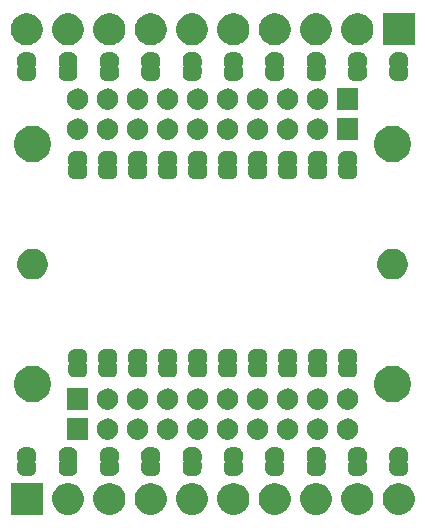
<source format=gbr>
G04 #@! TF.GenerationSoftware,KiCad,Pcbnew,5.1.5+dfsg1-2build2*
G04 #@! TF.CreationDate,2022-09-28T16:30:02-05:00*
G04 #@! TF.ProjectId,C12,4331322e-6b69-4636-9164-5f7063625858,rev?*
G04 #@! TF.SameCoordinates,Original*
G04 #@! TF.FileFunction,Soldermask,Bot*
G04 #@! TF.FilePolarity,Negative*
%FSLAX46Y46*%
G04 Gerber Fmt 4.6, Leading zero omitted, Abs format (unit mm)*
G04 Created by KiCad (PCBNEW 5.1.5+dfsg1-2build2) date 2022-09-28 16:30:02*
%MOMM*%
%LPD*%
G04 APERTURE LIST*
%ADD10C,0.100000*%
G04 APERTURE END LIST*
D10*
G36*
X55194072Y-62708918D02*
G01*
X55439939Y-62810759D01*
X55661212Y-62958610D01*
X55849390Y-63146788D01*
X55997241Y-63368061D01*
X56099082Y-63613928D01*
X56151000Y-63874938D01*
X56151000Y-64141062D01*
X56099082Y-64402072D01*
X55997241Y-64647939D01*
X55849390Y-64869212D01*
X55661212Y-65057390D01*
X55439939Y-65205241D01*
X55439938Y-65205242D01*
X55439937Y-65205242D01*
X55194072Y-65307082D01*
X54933063Y-65359000D01*
X54666937Y-65359000D01*
X54405928Y-65307082D01*
X54160063Y-65205242D01*
X54160062Y-65205242D01*
X54160061Y-65205241D01*
X53938788Y-65057390D01*
X53750610Y-64869212D01*
X53602759Y-64647939D01*
X53500918Y-64402072D01*
X53449000Y-64141062D01*
X53449000Y-63874938D01*
X53500918Y-63613928D01*
X53602759Y-63368061D01*
X53750610Y-63146788D01*
X53938788Y-62958610D01*
X54160061Y-62810759D01*
X54405928Y-62708918D01*
X54666937Y-62657000D01*
X54933063Y-62657000D01*
X55194072Y-62708918D01*
G37*
G36*
X51694072Y-62708918D02*
G01*
X51939939Y-62810759D01*
X52161212Y-62958610D01*
X52349390Y-63146788D01*
X52497241Y-63368061D01*
X52599082Y-63613928D01*
X52651000Y-63874938D01*
X52651000Y-64141062D01*
X52599082Y-64402072D01*
X52497241Y-64647939D01*
X52349390Y-64869212D01*
X52161212Y-65057390D01*
X51939939Y-65205241D01*
X51939938Y-65205242D01*
X51939937Y-65205242D01*
X51694072Y-65307082D01*
X51433063Y-65359000D01*
X51166937Y-65359000D01*
X50905928Y-65307082D01*
X50660063Y-65205242D01*
X50660062Y-65205242D01*
X50660061Y-65205241D01*
X50438788Y-65057390D01*
X50250610Y-64869212D01*
X50102759Y-64647939D01*
X50000918Y-64402072D01*
X49949000Y-64141062D01*
X49949000Y-63874938D01*
X50000918Y-63613928D01*
X50102759Y-63368061D01*
X50250610Y-63146788D01*
X50438788Y-62958610D01*
X50660061Y-62810759D01*
X50905928Y-62708918D01*
X51166937Y-62657000D01*
X51433063Y-62657000D01*
X51694072Y-62708918D01*
G37*
G36*
X48194072Y-62708918D02*
G01*
X48439939Y-62810759D01*
X48661212Y-62958610D01*
X48849390Y-63146788D01*
X48997241Y-63368061D01*
X49099082Y-63613928D01*
X49151000Y-63874938D01*
X49151000Y-64141062D01*
X49099082Y-64402072D01*
X48997241Y-64647939D01*
X48849390Y-64869212D01*
X48661212Y-65057390D01*
X48439939Y-65205241D01*
X48439938Y-65205242D01*
X48439937Y-65205242D01*
X48194072Y-65307082D01*
X47933063Y-65359000D01*
X47666937Y-65359000D01*
X47405928Y-65307082D01*
X47160063Y-65205242D01*
X47160062Y-65205242D01*
X47160061Y-65205241D01*
X46938788Y-65057390D01*
X46750610Y-64869212D01*
X46602759Y-64647939D01*
X46500918Y-64402072D01*
X46449000Y-64141062D01*
X46449000Y-63874938D01*
X46500918Y-63613928D01*
X46602759Y-63368061D01*
X46750610Y-63146788D01*
X46938788Y-62958610D01*
X47160061Y-62810759D01*
X47405928Y-62708918D01*
X47666937Y-62657000D01*
X47933063Y-62657000D01*
X48194072Y-62708918D01*
G37*
G36*
X44694072Y-62708918D02*
G01*
X44939939Y-62810759D01*
X45161212Y-62958610D01*
X45349390Y-63146788D01*
X45497241Y-63368061D01*
X45599082Y-63613928D01*
X45651000Y-63874938D01*
X45651000Y-64141062D01*
X45599082Y-64402072D01*
X45497241Y-64647939D01*
X45349390Y-64869212D01*
X45161212Y-65057390D01*
X44939939Y-65205241D01*
X44939938Y-65205242D01*
X44939937Y-65205242D01*
X44694072Y-65307082D01*
X44433063Y-65359000D01*
X44166937Y-65359000D01*
X43905928Y-65307082D01*
X43660063Y-65205242D01*
X43660062Y-65205242D01*
X43660061Y-65205241D01*
X43438788Y-65057390D01*
X43250610Y-64869212D01*
X43102759Y-64647939D01*
X43000918Y-64402072D01*
X42949000Y-64141062D01*
X42949000Y-63874938D01*
X43000918Y-63613928D01*
X43102759Y-63368061D01*
X43250610Y-63146788D01*
X43438788Y-62958610D01*
X43660061Y-62810759D01*
X43905928Y-62708918D01*
X44166937Y-62657000D01*
X44433063Y-62657000D01*
X44694072Y-62708918D01*
G37*
G36*
X41194072Y-62708918D02*
G01*
X41439939Y-62810759D01*
X41661212Y-62958610D01*
X41849390Y-63146788D01*
X41997241Y-63368061D01*
X42099082Y-63613928D01*
X42151000Y-63874938D01*
X42151000Y-64141062D01*
X42099082Y-64402072D01*
X41997241Y-64647939D01*
X41849390Y-64869212D01*
X41661212Y-65057390D01*
X41439939Y-65205241D01*
X41439938Y-65205242D01*
X41439937Y-65205242D01*
X41194072Y-65307082D01*
X40933063Y-65359000D01*
X40666937Y-65359000D01*
X40405928Y-65307082D01*
X40160063Y-65205242D01*
X40160062Y-65205242D01*
X40160061Y-65205241D01*
X39938788Y-65057390D01*
X39750610Y-64869212D01*
X39602759Y-64647939D01*
X39500918Y-64402072D01*
X39449000Y-64141062D01*
X39449000Y-63874938D01*
X39500918Y-63613928D01*
X39602759Y-63368061D01*
X39750610Y-63146788D01*
X39938788Y-62958610D01*
X40160061Y-62810759D01*
X40405928Y-62708918D01*
X40666937Y-62657000D01*
X40933063Y-62657000D01*
X41194072Y-62708918D01*
G37*
G36*
X37694072Y-62708918D02*
G01*
X37939939Y-62810759D01*
X38161212Y-62958610D01*
X38349390Y-63146788D01*
X38497241Y-63368061D01*
X38599082Y-63613928D01*
X38651000Y-63874938D01*
X38651000Y-64141062D01*
X38599082Y-64402072D01*
X38497241Y-64647939D01*
X38349390Y-64869212D01*
X38161212Y-65057390D01*
X37939939Y-65205241D01*
X37939938Y-65205242D01*
X37939937Y-65205242D01*
X37694072Y-65307082D01*
X37433063Y-65359000D01*
X37166937Y-65359000D01*
X36905928Y-65307082D01*
X36660063Y-65205242D01*
X36660062Y-65205242D01*
X36660061Y-65205241D01*
X36438788Y-65057390D01*
X36250610Y-64869212D01*
X36102759Y-64647939D01*
X36000918Y-64402072D01*
X35949000Y-64141062D01*
X35949000Y-63874938D01*
X36000918Y-63613928D01*
X36102759Y-63368061D01*
X36250610Y-63146788D01*
X36438788Y-62958610D01*
X36660061Y-62810759D01*
X36905928Y-62708918D01*
X37166937Y-62657000D01*
X37433063Y-62657000D01*
X37694072Y-62708918D01*
G37*
G36*
X30694072Y-62708918D02*
G01*
X30939939Y-62810759D01*
X31161212Y-62958610D01*
X31349390Y-63146788D01*
X31497241Y-63368061D01*
X31599082Y-63613928D01*
X31651000Y-63874938D01*
X31651000Y-64141062D01*
X31599082Y-64402072D01*
X31497241Y-64647939D01*
X31349390Y-64869212D01*
X31161212Y-65057390D01*
X30939939Y-65205241D01*
X30939938Y-65205242D01*
X30939937Y-65205242D01*
X30694072Y-65307082D01*
X30433063Y-65359000D01*
X30166937Y-65359000D01*
X29905928Y-65307082D01*
X29660063Y-65205242D01*
X29660062Y-65205242D01*
X29660061Y-65205241D01*
X29438788Y-65057390D01*
X29250610Y-64869212D01*
X29102759Y-64647939D01*
X29000918Y-64402072D01*
X28949000Y-64141062D01*
X28949000Y-63874938D01*
X29000918Y-63613928D01*
X29102759Y-63368061D01*
X29250610Y-63146788D01*
X29438788Y-62958610D01*
X29660061Y-62810759D01*
X29905928Y-62708918D01*
X30166937Y-62657000D01*
X30433063Y-62657000D01*
X30694072Y-62708918D01*
G37*
G36*
X27194072Y-62708918D02*
G01*
X27439939Y-62810759D01*
X27661212Y-62958610D01*
X27849390Y-63146788D01*
X27997241Y-63368061D01*
X28099082Y-63613928D01*
X28151000Y-63874938D01*
X28151000Y-64141062D01*
X28099082Y-64402072D01*
X27997241Y-64647939D01*
X27849390Y-64869212D01*
X27661212Y-65057390D01*
X27439939Y-65205241D01*
X27439938Y-65205242D01*
X27439937Y-65205242D01*
X27194072Y-65307082D01*
X26933063Y-65359000D01*
X26666937Y-65359000D01*
X26405928Y-65307082D01*
X26160063Y-65205242D01*
X26160062Y-65205242D01*
X26160061Y-65205241D01*
X25938788Y-65057390D01*
X25750610Y-64869212D01*
X25602759Y-64647939D01*
X25500918Y-64402072D01*
X25449000Y-64141062D01*
X25449000Y-63874938D01*
X25500918Y-63613928D01*
X25602759Y-63368061D01*
X25750610Y-63146788D01*
X25938788Y-62958610D01*
X26160061Y-62810759D01*
X26405928Y-62708918D01*
X26666937Y-62657000D01*
X26933063Y-62657000D01*
X27194072Y-62708918D01*
G37*
G36*
X24651000Y-65359000D02*
G01*
X21949000Y-65359000D01*
X21949000Y-62657000D01*
X24651000Y-62657000D01*
X24651000Y-65359000D01*
G37*
G36*
X34194072Y-62708918D02*
G01*
X34439939Y-62810759D01*
X34661212Y-62958610D01*
X34849390Y-63146788D01*
X34997241Y-63368061D01*
X35099082Y-63613928D01*
X35151000Y-63874938D01*
X35151000Y-64141062D01*
X35099082Y-64402072D01*
X34997241Y-64647939D01*
X34849390Y-64869212D01*
X34661212Y-65057390D01*
X34439939Y-65205241D01*
X34439938Y-65205242D01*
X34439937Y-65205242D01*
X34194072Y-65307082D01*
X33933063Y-65359000D01*
X33666937Y-65359000D01*
X33405928Y-65307082D01*
X33160063Y-65205242D01*
X33160062Y-65205242D01*
X33160061Y-65205241D01*
X32938788Y-65057390D01*
X32750610Y-64869212D01*
X32602759Y-64647939D01*
X32500918Y-64402072D01*
X32449000Y-64141062D01*
X32449000Y-63874938D01*
X32500918Y-63613928D01*
X32602759Y-63368061D01*
X32750610Y-63146788D01*
X32938788Y-62958610D01*
X33160061Y-62810759D01*
X33405928Y-62708918D01*
X33666937Y-62657000D01*
X33933063Y-62657000D01*
X34194072Y-62708918D01*
G37*
G36*
X30562199Y-59649954D02*
G01*
X30574450Y-59650556D01*
X30592869Y-59650556D01*
X30615149Y-59652750D01*
X30699233Y-59669476D01*
X30720660Y-59675976D01*
X30799858Y-59708780D01*
X30805303Y-59711691D01*
X30805309Y-59711693D01*
X30814169Y-59716429D01*
X30814173Y-59716432D01*
X30819614Y-59719340D01*
X30890899Y-59766971D01*
X30908204Y-59781172D01*
X30968828Y-59841796D01*
X30983029Y-59859101D01*
X31030660Y-59930386D01*
X31033568Y-59935827D01*
X31033571Y-59935831D01*
X31038307Y-59944691D01*
X31038309Y-59944697D01*
X31041220Y-59950142D01*
X31074024Y-60029340D01*
X31080524Y-60050767D01*
X31097250Y-60134851D01*
X31099444Y-60157131D01*
X31099444Y-60175550D01*
X31100046Y-60187801D01*
X31101852Y-60206139D01*
X31101852Y-60693860D01*
X31100263Y-60709999D01*
X31097348Y-60719608D01*
X31092610Y-60728472D01*
X31086237Y-60736237D01*
X31073794Y-60746448D01*
X31063425Y-60753378D01*
X31046098Y-60770705D01*
X31032485Y-60791080D01*
X31023109Y-60813720D01*
X31018329Y-60837753D01*
X31018330Y-60862257D01*
X31023112Y-60886290D01*
X31032490Y-60908929D01*
X31046105Y-60929302D01*
X31063432Y-60946629D01*
X31073802Y-60953558D01*
X31086237Y-60963763D01*
X31092610Y-60971528D01*
X31097348Y-60980392D01*
X31100263Y-60990001D01*
X31101852Y-61006140D01*
X31101852Y-61493862D01*
X31100046Y-61512199D01*
X31099444Y-61524450D01*
X31099444Y-61542869D01*
X31097250Y-61565149D01*
X31080524Y-61649233D01*
X31074024Y-61670660D01*
X31041220Y-61749858D01*
X31038309Y-61755303D01*
X31038307Y-61755309D01*
X31033571Y-61764169D01*
X31033568Y-61764173D01*
X31030660Y-61769614D01*
X30983029Y-61840899D01*
X30968828Y-61858204D01*
X30908204Y-61918828D01*
X30890899Y-61933029D01*
X30819614Y-61980660D01*
X30814173Y-61983568D01*
X30814169Y-61983571D01*
X30805309Y-61988307D01*
X30805303Y-61988309D01*
X30799858Y-61991220D01*
X30720660Y-62024024D01*
X30699233Y-62030524D01*
X30615149Y-62047250D01*
X30592869Y-62049444D01*
X30574450Y-62049444D01*
X30562199Y-62050046D01*
X30543862Y-62051852D01*
X30056138Y-62051852D01*
X30037801Y-62050046D01*
X30025550Y-62049444D01*
X30007131Y-62049444D01*
X29984851Y-62047250D01*
X29900767Y-62030524D01*
X29879340Y-62024024D01*
X29800142Y-61991220D01*
X29794697Y-61988309D01*
X29794691Y-61988307D01*
X29785831Y-61983571D01*
X29785827Y-61983568D01*
X29780386Y-61980660D01*
X29709101Y-61933029D01*
X29691796Y-61918828D01*
X29631172Y-61858204D01*
X29616971Y-61840899D01*
X29569340Y-61769614D01*
X29566432Y-61764173D01*
X29566429Y-61764169D01*
X29561693Y-61755309D01*
X29561691Y-61755303D01*
X29558780Y-61749858D01*
X29525976Y-61670660D01*
X29519476Y-61649233D01*
X29502750Y-61565149D01*
X29500556Y-61542869D01*
X29500556Y-61524450D01*
X29499954Y-61512199D01*
X29498148Y-61493862D01*
X29498148Y-61006140D01*
X29499737Y-60990001D01*
X29502652Y-60980392D01*
X29507390Y-60971528D01*
X29513763Y-60963763D01*
X29526206Y-60953552D01*
X29536575Y-60946622D01*
X29553902Y-60929295D01*
X29567515Y-60908920D01*
X29576891Y-60886280D01*
X29581671Y-60862247D01*
X29581670Y-60837743D01*
X29576888Y-60813710D01*
X29567510Y-60791071D01*
X29553895Y-60770698D01*
X29536568Y-60753371D01*
X29526198Y-60746442D01*
X29513763Y-60736237D01*
X29507390Y-60728472D01*
X29502652Y-60719608D01*
X29499737Y-60709999D01*
X29498148Y-60693860D01*
X29498148Y-60206139D01*
X29499954Y-60187801D01*
X29500556Y-60175550D01*
X29500556Y-60157131D01*
X29502750Y-60134851D01*
X29519476Y-60050767D01*
X29525976Y-60029340D01*
X29558780Y-59950142D01*
X29561691Y-59944697D01*
X29561693Y-59944691D01*
X29566429Y-59935831D01*
X29566432Y-59935827D01*
X29569340Y-59930386D01*
X29616971Y-59859101D01*
X29631172Y-59841796D01*
X29691796Y-59781172D01*
X29709101Y-59766971D01*
X29780386Y-59719340D01*
X29785827Y-59716432D01*
X29785831Y-59716429D01*
X29794691Y-59711693D01*
X29794697Y-59711691D01*
X29800142Y-59708780D01*
X29879340Y-59675976D01*
X29900767Y-59669476D01*
X29984851Y-59652750D01*
X30007131Y-59650556D01*
X30025550Y-59650556D01*
X30037801Y-59649954D01*
X30056139Y-59648148D01*
X30543861Y-59648148D01*
X30562199Y-59649954D01*
G37*
G36*
X44562199Y-59649954D02*
G01*
X44574450Y-59650556D01*
X44592869Y-59650556D01*
X44615149Y-59652750D01*
X44699233Y-59669476D01*
X44720660Y-59675976D01*
X44799858Y-59708780D01*
X44805303Y-59711691D01*
X44805309Y-59711693D01*
X44814169Y-59716429D01*
X44814173Y-59716432D01*
X44819614Y-59719340D01*
X44890899Y-59766971D01*
X44908204Y-59781172D01*
X44968828Y-59841796D01*
X44983029Y-59859101D01*
X45030660Y-59930386D01*
X45033568Y-59935827D01*
X45033571Y-59935831D01*
X45038307Y-59944691D01*
X45038309Y-59944697D01*
X45041220Y-59950142D01*
X45074024Y-60029340D01*
X45080524Y-60050767D01*
X45097250Y-60134851D01*
X45099444Y-60157131D01*
X45099444Y-60175550D01*
X45100046Y-60187801D01*
X45101852Y-60206139D01*
X45101852Y-60693860D01*
X45100263Y-60709999D01*
X45097348Y-60719608D01*
X45092610Y-60728472D01*
X45086237Y-60736237D01*
X45073794Y-60746448D01*
X45063425Y-60753378D01*
X45046098Y-60770705D01*
X45032485Y-60791080D01*
X45023109Y-60813720D01*
X45018329Y-60837753D01*
X45018330Y-60862257D01*
X45023112Y-60886290D01*
X45032490Y-60908929D01*
X45046105Y-60929302D01*
X45063432Y-60946629D01*
X45073802Y-60953558D01*
X45086237Y-60963763D01*
X45092610Y-60971528D01*
X45097348Y-60980392D01*
X45100263Y-60990001D01*
X45101852Y-61006140D01*
X45101852Y-61493862D01*
X45100046Y-61512199D01*
X45099444Y-61524450D01*
X45099444Y-61542869D01*
X45097250Y-61565149D01*
X45080524Y-61649233D01*
X45074024Y-61670660D01*
X45041220Y-61749858D01*
X45038309Y-61755303D01*
X45038307Y-61755309D01*
X45033571Y-61764169D01*
X45033568Y-61764173D01*
X45030660Y-61769614D01*
X44983029Y-61840899D01*
X44968828Y-61858204D01*
X44908204Y-61918828D01*
X44890899Y-61933029D01*
X44819614Y-61980660D01*
X44814173Y-61983568D01*
X44814169Y-61983571D01*
X44805309Y-61988307D01*
X44805303Y-61988309D01*
X44799858Y-61991220D01*
X44720660Y-62024024D01*
X44699233Y-62030524D01*
X44615149Y-62047250D01*
X44592869Y-62049444D01*
X44574450Y-62049444D01*
X44562199Y-62050046D01*
X44543862Y-62051852D01*
X44056138Y-62051852D01*
X44037801Y-62050046D01*
X44025550Y-62049444D01*
X44007131Y-62049444D01*
X43984851Y-62047250D01*
X43900767Y-62030524D01*
X43879340Y-62024024D01*
X43800142Y-61991220D01*
X43794697Y-61988309D01*
X43794691Y-61988307D01*
X43785831Y-61983571D01*
X43785827Y-61983568D01*
X43780386Y-61980660D01*
X43709101Y-61933029D01*
X43691796Y-61918828D01*
X43631172Y-61858204D01*
X43616971Y-61840899D01*
X43569340Y-61769614D01*
X43566432Y-61764173D01*
X43566429Y-61764169D01*
X43561693Y-61755309D01*
X43561691Y-61755303D01*
X43558780Y-61749858D01*
X43525976Y-61670660D01*
X43519476Y-61649233D01*
X43502750Y-61565149D01*
X43500556Y-61542869D01*
X43500556Y-61524450D01*
X43499954Y-61512199D01*
X43498148Y-61493862D01*
X43498148Y-61006140D01*
X43499737Y-60990001D01*
X43502652Y-60980392D01*
X43507390Y-60971528D01*
X43513763Y-60963763D01*
X43526206Y-60953552D01*
X43536575Y-60946622D01*
X43553902Y-60929295D01*
X43567515Y-60908920D01*
X43576891Y-60886280D01*
X43581671Y-60862247D01*
X43581670Y-60837743D01*
X43576888Y-60813710D01*
X43567510Y-60791071D01*
X43553895Y-60770698D01*
X43536568Y-60753371D01*
X43526198Y-60746442D01*
X43513763Y-60736237D01*
X43507390Y-60728472D01*
X43502652Y-60719608D01*
X43499737Y-60709999D01*
X43498148Y-60693860D01*
X43498148Y-60206139D01*
X43499954Y-60187801D01*
X43500556Y-60175550D01*
X43500556Y-60157131D01*
X43502750Y-60134851D01*
X43519476Y-60050767D01*
X43525976Y-60029340D01*
X43558780Y-59950142D01*
X43561691Y-59944697D01*
X43561693Y-59944691D01*
X43566429Y-59935831D01*
X43566432Y-59935827D01*
X43569340Y-59930386D01*
X43616971Y-59859101D01*
X43631172Y-59841796D01*
X43691796Y-59781172D01*
X43709101Y-59766971D01*
X43780386Y-59719340D01*
X43785827Y-59716432D01*
X43785831Y-59716429D01*
X43794691Y-59711693D01*
X43794697Y-59711691D01*
X43800142Y-59708780D01*
X43879340Y-59675976D01*
X43900767Y-59669476D01*
X43984851Y-59652750D01*
X44007131Y-59650556D01*
X44025550Y-59650556D01*
X44037801Y-59649954D01*
X44056139Y-59648148D01*
X44543861Y-59648148D01*
X44562199Y-59649954D01*
G37*
G36*
X41062199Y-59649954D02*
G01*
X41074450Y-59650556D01*
X41092869Y-59650556D01*
X41115149Y-59652750D01*
X41199233Y-59669476D01*
X41220660Y-59675976D01*
X41299858Y-59708780D01*
X41305303Y-59711691D01*
X41305309Y-59711693D01*
X41314169Y-59716429D01*
X41314173Y-59716432D01*
X41319614Y-59719340D01*
X41390899Y-59766971D01*
X41408204Y-59781172D01*
X41468828Y-59841796D01*
X41483029Y-59859101D01*
X41530660Y-59930386D01*
X41533568Y-59935827D01*
X41533571Y-59935831D01*
X41538307Y-59944691D01*
X41538309Y-59944697D01*
X41541220Y-59950142D01*
X41574024Y-60029340D01*
X41580524Y-60050767D01*
X41597250Y-60134851D01*
X41599444Y-60157131D01*
X41599444Y-60175550D01*
X41600046Y-60187801D01*
X41601852Y-60206139D01*
X41601852Y-60693860D01*
X41600263Y-60709999D01*
X41597348Y-60719608D01*
X41592610Y-60728472D01*
X41586237Y-60736237D01*
X41573794Y-60746448D01*
X41563425Y-60753378D01*
X41546098Y-60770705D01*
X41532485Y-60791080D01*
X41523109Y-60813720D01*
X41518329Y-60837753D01*
X41518330Y-60862257D01*
X41523112Y-60886290D01*
X41532490Y-60908929D01*
X41546105Y-60929302D01*
X41563432Y-60946629D01*
X41573802Y-60953558D01*
X41586237Y-60963763D01*
X41592610Y-60971528D01*
X41597348Y-60980392D01*
X41600263Y-60990001D01*
X41601852Y-61006140D01*
X41601852Y-61493862D01*
X41600046Y-61512199D01*
X41599444Y-61524450D01*
X41599444Y-61542869D01*
X41597250Y-61565149D01*
X41580524Y-61649233D01*
X41574024Y-61670660D01*
X41541220Y-61749858D01*
X41538309Y-61755303D01*
X41538307Y-61755309D01*
X41533571Y-61764169D01*
X41533568Y-61764173D01*
X41530660Y-61769614D01*
X41483029Y-61840899D01*
X41468828Y-61858204D01*
X41408204Y-61918828D01*
X41390899Y-61933029D01*
X41319614Y-61980660D01*
X41314173Y-61983568D01*
X41314169Y-61983571D01*
X41305309Y-61988307D01*
X41305303Y-61988309D01*
X41299858Y-61991220D01*
X41220660Y-62024024D01*
X41199233Y-62030524D01*
X41115149Y-62047250D01*
X41092869Y-62049444D01*
X41074450Y-62049444D01*
X41062199Y-62050046D01*
X41043862Y-62051852D01*
X40556138Y-62051852D01*
X40537801Y-62050046D01*
X40525550Y-62049444D01*
X40507131Y-62049444D01*
X40484851Y-62047250D01*
X40400767Y-62030524D01*
X40379340Y-62024024D01*
X40300142Y-61991220D01*
X40294697Y-61988309D01*
X40294691Y-61988307D01*
X40285831Y-61983571D01*
X40285827Y-61983568D01*
X40280386Y-61980660D01*
X40209101Y-61933029D01*
X40191796Y-61918828D01*
X40131172Y-61858204D01*
X40116971Y-61840899D01*
X40069340Y-61769614D01*
X40066432Y-61764173D01*
X40066429Y-61764169D01*
X40061693Y-61755309D01*
X40061691Y-61755303D01*
X40058780Y-61749858D01*
X40025976Y-61670660D01*
X40019476Y-61649233D01*
X40002750Y-61565149D01*
X40000556Y-61542869D01*
X40000556Y-61524450D01*
X39999954Y-61512199D01*
X39998148Y-61493862D01*
X39998148Y-61006140D01*
X39999737Y-60990001D01*
X40002652Y-60980392D01*
X40007390Y-60971528D01*
X40013763Y-60963763D01*
X40026206Y-60953552D01*
X40036575Y-60946622D01*
X40053902Y-60929295D01*
X40067515Y-60908920D01*
X40076891Y-60886280D01*
X40081671Y-60862247D01*
X40081670Y-60837743D01*
X40076888Y-60813710D01*
X40067510Y-60791071D01*
X40053895Y-60770698D01*
X40036568Y-60753371D01*
X40026198Y-60746442D01*
X40013763Y-60736237D01*
X40007390Y-60728472D01*
X40002652Y-60719608D01*
X39999737Y-60709999D01*
X39998148Y-60693860D01*
X39998148Y-60206139D01*
X39999954Y-60187801D01*
X40000556Y-60175550D01*
X40000556Y-60157131D01*
X40002750Y-60134851D01*
X40019476Y-60050767D01*
X40025976Y-60029340D01*
X40058780Y-59950142D01*
X40061691Y-59944697D01*
X40061693Y-59944691D01*
X40066429Y-59935831D01*
X40066432Y-59935827D01*
X40069340Y-59930386D01*
X40116971Y-59859101D01*
X40131172Y-59841796D01*
X40191796Y-59781172D01*
X40209101Y-59766971D01*
X40280386Y-59719340D01*
X40285827Y-59716432D01*
X40285831Y-59716429D01*
X40294691Y-59711693D01*
X40294697Y-59711691D01*
X40300142Y-59708780D01*
X40379340Y-59675976D01*
X40400767Y-59669476D01*
X40484851Y-59652750D01*
X40507131Y-59650556D01*
X40525550Y-59650556D01*
X40537801Y-59649954D01*
X40556139Y-59648148D01*
X41043861Y-59648148D01*
X41062199Y-59649954D01*
G37*
G36*
X37562199Y-59649954D02*
G01*
X37574450Y-59650556D01*
X37592869Y-59650556D01*
X37615149Y-59652750D01*
X37699233Y-59669476D01*
X37720660Y-59675976D01*
X37799858Y-59708780D01*
X37805303Y-59711691D01*
X37805309Y-59711693D01*
X37814169Y-59716429D01*
X37814173Y-59716432D01*
X37819614Y-59719340D01*
X37890899Y-59766971D01*
X37908204Y-59781172D01*
X37968828Y-59841796D01*
X37983029Y-59859101D01*
X38030660Y-59930386D01*
X38033568Y-59935827D01*
X38033571Y-59935831D01*
X38038307Y-59944691D01*
X38038309Y-59944697D01*
X38041220Y-59950142D01*
X38074024Y-60029340D01*
X38080524Y-60050767D01*
X38097250Y-60134851D01*
X38099444Y-60157131D01*
X38099444Y-60175550D01*
X38100046Y-60187801D01*
X38101852Y-60206139D01*
X38101852Y-60693860D01*
X38100263Y-60709999D01*
X38097348Y-60719608D01*
X38092610Y-60728472D01*
X38086237Y-60736237D01*
X38073794Y-60746448D01*
X38063425Y-60753378D01*
X38046098Y-60770705D01*
X38032485Y-60791080D01*
X38023109Y-60813720D01*
X38018329Y-60837753D01*
X38018330Y-60862257D01*
X38023112Y-60886290D01*
X38032490Y-60908929D01*
X38046105Y-60929302D01*
X38063432Y-60946629D01*
X38073802Y-60953558D01*
X38086237Y-60963763D01*
X38092610Y-60971528D01*
X38097348Y-60980392D01*
X38100263Y-60990001D01*
X38101852Y-61006140D01*
X38101852Y-61493862D01*
X38100046Y-61512199D01*
X38099444Y-61524450D01*
X38099444Y-61542869D01*
X38097250Y-61565149D01*
X38080524Y-61649233D01*
X38074024Y-61670660D01*
X38041220Y-61749858D01*
X38038309Y-61755303D01*
X38038307Y-61755309D01*
X38033571Y-61764169D01*
X38033568Y-61764173D01*
X38030660Y-61769614D01*
X37983029Y-61840899D01*
X37968828Y-61858204D01*
X37908204Y-61918828D01*
X37890899Y-61933029D01*
X37819614Y-61980660D01*
X37814173Y-61983568D01*
X37814169Y-61983571D01*
X37805309Y-61988307D01*
X37805303Y-61988309D01*
X37799858Y-61991220D01*
X37720660Y-62024024D01*
X37699233Y-62030524D01*
X37615149Y-62047250D01*
X37592869Y-62049444D01*
X37574450Y-62049444D01*
X37562199Y-62050046D01*
X37543862Y-62051852D01*
X37056138Y-62051852D01*
X37037801Y-62050046D01*
X37025550Y-62049444D01*
X37007131Y-62049444D01*
X36984851Y-62047250D01*
X36900767Y-62030524D01*
X36879340Y-62024024D01*
X36800142Y-61991220D01*
X36794697Y-61988309D01*
X36794691Y-61988307D01*
X36785831Y-61983571D01*
X36785827Y-61983568D01*
X36780386Y-61980660D01*
X36709101Y-61933029D01*
X36691796Y-61918828D01*
X36631172Y-61858204D01*
X36616971Y-61840899D01*
X36569340Y-61769614D01*
X36566432Y-61764173D01*
X36566429Y-61764169D01*
X36561693Y-61755309D01*
X36561691Y-61755303D01*
X36558780Y-61749858D01*
X36525976Y-61670660D01*
X36519476Y-61649233D01*
X36502750Y-61565149D01*
X36500556Y-61542869D01*
X36500556Y-61524450D01*
X36499954Y-61512199D01*
X36498148Y-61493862D01*
X36498148Y-61006140D01*
X36499737Y-60990001D01*
X36502652Y-60980392D01*
X36507390Y-60971528D01*
X36513763Y-60963763D01*
X36526206Y-60953552D01*
X36536575Y-60946622D01*
X36553902Y-60929295D01*
X36567515Y-60908920D01*
X36576891Y-60886280D01*
X36581671Y-60862247D01*
X36581670Y-60837743D01*
X36576888Y-60813710D01*
X36567510Y-60791071D01*
X36553895Y-60770698D01*
X36536568Y-60753371D01*
X36526198Y-60746442D01*
X36513763Y-60736237D01*
X36507390Y-60728472D01*
X36502652Y-60719608D01*
X36499737Y-60709999D01*
X36498148Y-60693860D01*
X36498148Y-60206139D01*
X36499954Y-60187801D01*
X36500556Y-60175550D01*
X36500556Y-60157131D01*
X36502750Y-60134851D01*
X36519476Y-60050767D01*
X36525976Y-60029340D01*
X36558780Y-59950142D01*
X36561691Y-59944697D01*
X36561693Y-59944691D01*
X36566429Y-59935831D01*
X36566432Y-59935827D01*
X36569340Y-59930386D01*
X36616971Y-59859101D01*
X36631172Y-59841796D01*
X36691796Y-59781172D01*
X36709101Y-59766971D01*
X36780386Y-59719340D01*
X36785827Y-59716432D01*
X36785831Y-59716429D01*
X36794691Y-59711693D01*
X36794697Y-59711691D01*
X36800142Y-59708780D01*
X36879340Y-59675976D01*
X36900767Y-59669476D01*
X36984851Y-59652750D01*
X37007131Y-59650556D01*
X37025550Y-59650556D01*
X37037801Y-59649954D01*
X37056139Y-59648148D01*
X37543861Y-59648148D01*
X37562199Y-59649954D01*
G37*
G36*
X34062199Y-59649954D02*
G01*
X34074450Y-59650556D01*
X34092869Y-59650556D01*
X34115149Y-59652750D01*
X34199233Y-59669476D01*
X34220660Y-59675976D01*
X34299858Y-59708780D01*
X34305303Y-59711691D01*
X34305309Y-59711693D01*
X34314169Y-59716429D01*
X34314173Y-59716432D01*
X34319614Y-59719340D01*
X34390899Y-59766971D01*
X34408204Y-59781172D01*
X34468828Y-59841796D01*
X34483029Y-59859101D01*
X34530660Y-59930386D01*
X34533568Y-59935827D01*
X34533571Y-59935831D01*
X34538307Y-59944691D01*
X34538309Y-59944697D01*
X34541220Y-59950142D01*
X34574024Y-60029340D01*
X34580524Y-60050767D01*
X34597250Y-60134851D01*
X34599444Y-60157131D01*
X34599444Y-60175550D01*
X34600046Y-60187801D01*
X34601852Y-60206139D01*
X34601852Y-60693860D01*
X34600263Y-60709999D01*
X34597348Y-60719608D01*
X34592610Y-60728472D01*
X34586237Y-60736237D01*
X34573794Y-60746448D01*
X34563425Y-60753378D01*
X34546098Y-60770705D01*
X34532485Y-60791080D01*
X34523109Y-60813720D01*
X34518329Y-60837753D01*
X34518330Y-60862257D01*
X34523112Y-60886290D01*
X34532490Y-60908929D01*
X34546105Y-60929302D01*
X34563432Y-60946629D01*
X34573802Y-60953558D01*
X34586237Y-60963763D01*
X34592610Y-60971528D01*
X34597348Y-60980392D01*
X34600263Y-60990001D01*
X34601852Y-61006140D01*
X34601852Y-61493862D01*
X34600046Y-61512199D01*
X34599444Y-61524450D01*
X34599444Y-61542869D01*
X34597250Y-61565149D01*
X34580524Y-61649233D01*
X34574024Y-61670660D01*
X34541220Y-61749858D01*
X34538309Y-61755303D01*
X34538307Y-61755309D01*
X34533571Y-61764169D01*
X34533568Y-61764173D01*
X34530660Y-61769614D01*
X34483029Y-61840899D01*
X34468828Y-61858204D01*
X34408204Y-61918828D01*
X34390899Y-61933029D01*
X34319614Y-61980660D01*
X34314173Y-61983568D01*
X34314169Y-61983571D01*
X34305309Y-61988307D01*
X34305303Y-61988309D01*
X34299858Y-61991220D01*
X34220660Y-62024024D01*
X34199233Y-62030524D01*
X34115149Y-62047250D01*
X34092869Y-62049444D01*
X34074450Y-62049444D01*
X34062199Y-62050046D01*
X34043862Y-62051852D01*
X33556138Y-62051852D01*
X33537801Y-62050046D01*
X33525550Y-62049444D01*
X33507131Y-62049444D01*
X33484851Y-62047250D01*
X33400767Y-62030524D01*
X33379340Y-62024024D01*
X33300142Y-61991220D01*
X33294697Y-61988309D01*
X33294691Y-61988307D01*
X33285831Y-61983571D01*
X33285827Y-61983568D01*
X33280386Y-61980660D01*
X33209101Y-61933029D01*
X33191796Y-61918828D01*
X33131172Y-61858204D01*
X33116971Y-61840899D01*
X33069340Y-61769614D01*
X33066432Y-61764173D01*
X33066429Y-61764169D01*
X33061693Y-61755309D01*
X33061691Y-61755303D01*
X33058780Y-61749858D01*
X33025976Y-61670660D01*
X33019476Y-61649233D01*
X33002750Y-61565149D01*
X33000556Y-61542869D01*
X33000556Y-61524450D01*
X32999954Y-61512199D01*
X32998148Y-61493862D01*
X32998148Y-61006140D01*
X32999737Y-60990001D01*
X33002652Y-60980392D01*
X33007390Y-60971528D01*
X33013763Y-60963763D01*
X33026206Y-60953552D01*
X33036575Y-60946622D01*
X33053902Y-60929295D01*
X33067515Y-60908920D01*
X33076891Y-60886280D01*
X33081671Y-60862247D01*
X33081670Y-60837743D01*
X33076888Y-60813710D01*
X33067510Y-60791071D01*
X33053895Y-60770698D01*
X33036568Y-60753371D01*
X33026198Y-60746442D01*
X33013763Y-60736237D01*
X33007390Y-60728472D01*
X33002652Y-60719608D01*
X32999737Y-60709999D01*
X32998148Y-60693860D01*
X32998148Y-60206139D01*
X32999954Y-60187801D01*
X33000556Y-60175550D01*
X33000556Y-60157131D01*
X33002750Y-60134851D01*
X33019476Y-60050767D01*
X33025976Y-60029340D01*
X33058780Y-59950142D01*
X33061691Y-59944697D01*
X33061693Y-59944691D01*
X33066429Y-59935831D01*
X33066432Y-59935827D01*
X33069340Y-59930386D01*
X33116971Y-59859101D01*
X33131172Y-59841796D01*
X33191796Y-59781172D01*
X33209101Y-59766971D01*
X33280386Y-59719340D01*
X33285827Y-59716432D01*
X33285831Y-59716429D01*
X33294691Y-59711693D01*
X33294697Y-59711691D01*
X33300142Y-59708780D01*
X33379340Y-59675976D01*
X33400767Y-59669476D01*
X33484851Y-59652750D01*
X33507131Y-59650556D01*
X33525550Y-59650556D01*
X33537801Y-59649954D01*
X33556139Y-59648148D01*
X34043861Y-59648148D01*
X34062199Y-59649954D01*
G37*
G36*
X27062199Y-59649954D02*
G01*
X27074450Y-59650556D01*
X27092869Y-59650556D01*
X27115149Y-59652750D01*
X27199233Y-59669476D01*
X27220660Y-59675976D01*
X27299858Y-59708780D01*
X27305303Y-59711691D01*
X27305309Y-59711693D01*
X27314169Y-59716429D01*
X27314173Y-59716432D01*
X27319614Y-59719340D01*
X27390899Y-59766971D01*
X27408204Y-59781172D01*
X27468828Y-59841796D01*
X27483029Y-59859101D01*
X27530660Y-59930386D01*
X27533568Y-59935827D01*
X27533571Y-59935831D01*
X27538307Y-59944691D01*
X27538309Y-59944697D01*
X27541220Y-59950142D01*
X27574024Y-60029340D01*
X27580524Y-60050767D01*
X27597250Y-60134851D01*
X27599444Y-60157131D01*
X27599444Y-60175550D01*
X27600046Y-60187801D01*
X27601852Y-60206139D01*
X27601852Y-60693860D01*
X27600263Y-60709999D01*
X27597348Y-60719608D01*
X27592610Y-60728472D01*
X27586237Y-60736237D01*
X27573794Y-60746448D01*
X27563425Y-60753378D01*
X27546098Y-60770705D01*
X27532485Y-60791080D01*
X27523109Y-60813720D01*
X27518329Y-60837753D01*
X27518330Y-60862257D01*
X27523112Y-60886290D01*
X27532490Y-60908929D01*
X27546105Y-60929302D01*
X27563432Y-60946629D01*
X27573802Y-60953558D01*
X27586237Y-60963763D01*
X27592610Y-60971528D01*
X27597348Y-60980392D01*
X27600263Y-60990001D01*
X27601852Y-61006140D01*
X27601852Y-61493862D01*
X27600046Y-61512199D01*
X27599444Y-61524450D01*
X27599444Y-61542869D01*
X27597250Y-61565149D01*
X27580524Y-61649233D01*
X27574024Y-61670660D01*
X27541220Y-61749858D01*
X27538309Y-61755303D01*
X27538307Y-61755309D01*
X27533571Y-61764169D01*
X27533568Y-61764173D01*
X27530660Y-61769614D01*
X27483029Y-61840899D01*
X27468828Y-61858204D01*
X27408204Y-61918828D01*
X27390899Y-61933029D01*
X27319614Y-61980660D01*
X27314173Y-61983568D01*
X27314169Y-61983571D01*
X27305309Y-61988307D01*
X27305303Y-61988309D01*
X27299858Y-61991220D01*
X27220660Y-62024024D01*
X27199233Y-62030524D01*
X27115149Y-62047250D01*
X27092869Y-62049444D01*
X27074450Y-62049444D01*
X27062199Y-62050046D01*
X27043862Y-62051852D01*
X26556138Y-62051852D01*
X26537801Y-62050046D01*
X26525550Y-62049444D01*
X26507131Y-62049444D01*
X26484851Y-62047250D01*
X26400767Y-62030524D01*
X26379340Y-62024024D01*
X26300142Y-61991220D01*
X26294697Y-61988309D01*
X26294691Y-61988307D01*
X26285831Y-61983571D01*
X26285827Y-61983568D01*
X26280386Y-61980660D01*
X26209101Y-61933029D01*
X26191796Y-61918828D01*
X26131172Y-61858204D01*
X26116971Y-61840899D01*
X26069340Y-61769614D01*
X26066432Y-61764173D01*
X26066429Y-61764169D01*
X26061693Y-61755309D01*
X26061691Y-61755303D01*
X26058780Y-61749858D01*
X26025976Y-61670660D01*
X26019476Y-61649233D01*
X26002750Y-61565149D01*
X26000556Y-61542869D01*
X26000556Y-61524450D01*
X25999954Y-61512199D01*
X25998148Y-61493862D01*
X25998148Y-61006140D01*
X25999737Y-60990001D01*
X26002652Y-60980392D01*
X26007390Y-60971528D01*
X26013763Y-60963763D01*
X26026206Y-60953552D01*
X26036575Y-60946622D01*
X26053902Y-60929295D01*
X26067515Y-60908920D01*
X26076891Y-60886280D01*
X26081671Y-60862247D01*
X26081670Y-60837743D01*
X26076888Y-60813710D01*
X26067510Y-60791071D01*
X26053895Y-60770698D01*
X26036568Y-60753371D01*
X26026198Y-60746442D01*
X26013763Y-60736237D01*
X26007390Y-60728472D01*
X26002652Y-60719608D01*
X25999737Y-60709999D01*
X25998148Y-60693860D01*
X25998148Y-60206139D01*
X25999954Y-60187801D01*
X26000556Y-60175550D01*
X26000556Y-60157131D01*
X26002750Y-60134851D01*
X26019476Y-60050767D01*
X26025976Y-60029340D01*
X26058780Y-59950142D01*
X26061691Y-59944697D01*
X26061693Y-59944691D01*
X26066429Y-59935831D01*
X26066432Y-59935827D01*
X26069340Y-59930386D01*
X26116971Y-59859101D01*
X26131172Y-59841796D01*
X26191796Y-59781172D01*
X26209101Y-59766971D01*
X26280386Y-59719340D01*
X26285827Y-59716432D01*
X26285831Y-59716429D01*
X26294691Y-59711693D01*
X26294697Y-59711691D01*
X26300142Y-59708780D01*
X26379340Y-59675976D01*
X26400767Y-59669476D01*
X26484851Y-59652750D01*
X26507131Y-59650556D01*
X26525550Y-59650556D01*
X26537801Y-59649954D01*
X26556139Y-59648148D01*
X27043861Y-59648148D01*
X27062199Y-59649954D01*
G37*
G36*
X23562199Y-59649954D02*
G01*
X23574450Y-59650556D01*
X23592869Y-59650556D01*
X23615149Y-59652750D01*
X23699233Y-59669476D01*
X23720660Y-59675976D01*
X23799858Y-59708780D01*
X23805303Y-59711691D01*
X23805309Y-59711693D01*
X23814169Y-59716429D01*
X23814173Y-59716432D01*
X23819614Y-59719340D01*
X23890899Y-59766971D01*
X23908204Y-59781172D01*
X23968828Y-59841796D01*
X23983029Y-59859101D01*
X24030660Y-59930386D01*
X24033568Y-59935827D01*
X24033571Y-59935831D01*
X24038307Y-59944691D01*
X24038309Y-59944697D01*
X24041220Y-59950142D01*
X24074024Y-60029340D01*
X24080524Y-60050767D01*
X24097250Y-60134851D01*
X24099444Y-60157131D01*
X24099444Y-60175550D01*
X24100046Y-60187801D01*
X24101852Y-60206139D01*
X24101852Y-60693860D01*
X24100263Y-60709999D01*
X24097348Y-60719608D01*
X24092610Y-60728472D01*
X24086237Y-60736237D01*
X24073794Y-60746448D01*
X24063425Y-60753378D01*
X24046098Y-60770705D01*
X24032485Y-60791080D01*
X24023109Y-60813720D01*
X24018329Y-60837753D01*
X24018330Y-60862257D01*
X24023112Y-60886290D01*
X24032490Y-60908929D01*
X24046105Y-60929302D01*
X24063432Y-60946629D01*
X24073802Y-60953558D01*
X24086237Y-60963763D01*
X24092610Y-60971528D01*
X24097348Y-60980392D01*
X24100263Y-60990001D01*
X24101852Y-61006140D01*
X24101852Y-61493862D01*
X24100046Y-61512199D01*
X24099444Y-61524450D01*
X24099444Y-61542869D01*
X24097250Y-61565149D01*
X24080524Y-61649233D01*
X24074024Y-61670660D01*
X24041220Y-61749858D01*
X24038309Y-61755303D01*
X24038307Y-61755309D01*
X24033571Y-61764169D01*
X24033568Y-61764173D01*
X24030660Y-61769614D01*
X23983029Y-61840899D01*
X23968828Y-61858204D01*
X23908204Y-61918828D01*
X23890899Y-61933029D01*
X23819614Y-61980660D01*
X23814173Y-61983568D01*
X23814169Y-61983571D01*
X23805309Y-61988307D01*
X23805303Y-61988309D01*
X23799858Y-61991220D01*
X23720660Y-62024024D01*
X23699233Y-62030524D01*
X23615149Y-62047250D01*
X23592869Y-62049444D01*
X23574450Y-62049444D01*
X23562199Y-62050046D01*
X23543862Y-62051852D01*
X23056138Y-62051852D01*
X23037801Y-62050046D01*
X23025550Y-62049444D01*
X23007131Y-62049444D01*
X22984851Y-62047250D01*
X22900767Y-62030524D01*
X22879340Y-62024024D01*
X22800142Y-61991220D01*
X22794697Y-61988309D01*
X22794691Y-61988307D01*
X22785831Y-61983571D01*
X22785827Y-61983568D01*
X22780386Y-61980660D01*
X22709101Y-61933029D01*
X22691796Y-61918828D01*
X22631172Y-61858204D01*
X22616971Y-61840899D01*
X22569340Y-61769614D01*
X22566432Y-61764173D01*
X22566429Y-61764169D01*
X22561693Y-61755309D01*
X22561691Y-61755303D01*
X22558780Y-61749858D01*
X22525976Y-61670660D01*
X22519476Y-61649233D01*
X22502750Y-61565149D01*
X22500556Y-61542869D01*
X22500556Y-61524450D01*
X22499954Y-61512199D01*
X22498148Y-61493862D01*
X22498148Y-61006140D01*
X22499737Y-60990001D01*
X22502652Y-60980392D01*
X22507390Y-60971528D01*
X22513763Y-60963763D01*
X22526206Y-60953552D01*
X22536575Y-60946622D01*
X22553902Y-60929295D01*
X22567515Y-60908920D01*
X22576891Y-60886280D01*
X22581671Y-60862247D01*
X22581670Y-60837743D01*
X22576888Y-60813710D01*
X22567510Y-60791071D01*
X22553895Y-60770698D01*
X22536568Y-60753371D01*
X22526198Y-60746442D01*
X22513763Y-60736237D01*
X22507390Y-60728472D01*
X22502652Y-60719608D01*
X22499737Y-60709999D01*
X22498148Y-60693860D01*
X22498148Y-60206139D01*
X22499954Y-60187801D01*
X22500556Y-60175550D01*
X22500556Y-60157131D01*
X22502750Y-60134851D01*
X22519476Y-60050767D01*
X22525976Y-60029340D01*
X22558780Y-59950142D01*
X22561691Y-59944697D01*
X22561693Y-59944691D01*
X22566429Y-59935831D01*
X22566432Y-59935827D01*
X22569340Y-59930386D01*
X22616971Y-59859101D01*
X22631172Y-59841796D01*
X22691796Y-59781172D01*
X22709101Y-59766971D01*
X22780386Y-59719340D01*
X22785827Y-59716432D01*
X22785831Y-59716429D01*
X22794691Y-59711693D01*
X22794697Y-59711691D01*
X22800142Y-59708780D01*
X22879340Y-59675976D01*
X22900767Y-59669476D01*
X22984851Y-59652750D01*
X23007131Y-59650556D01*
X23025550Y-59650556D01*
X23037801Y-59649954D01*
X23056139Y-59648148D01*
X23543861Y-59648148D01*
X23562199Y-59649954D01*
G37*
G36*
X48062199Y-59649954D02*
G01*
X48074450Y-59650556D01*
X48092869Y-59650556D01*
X48115149Y-59652750D01*
X48199233Y-59669476D01*
X48220660Y-59675976D01*
X48299858Y-59708780D01*
X48305303Y-59711691D01*
X48305309Y-59711693D01*
X48314169Y-59716429D01*
X48314173Y-59716432D01*
X48319614Y-59719340D01*
X48390899Y-59766971D01*
X48408204Y-59781172D01*
X48468828Y-59841796D01*
X48483029Y-59859101D01*
X48530660Y-59930386D01*
X48533568Y-59935827D01*
X48533571Y-59935831D01*
X48538307Y-59944691D01*
X48538309Y-59944697D01*
X48541220Y-59950142D01*
X48574024Y-60029340D01*
X48580524Y-60050767D01*
X48597250Y-60134851D01*
X48599444Y-60157131D01*
X48599444Y-60175550D01*
X48600046Y-60187801D01*
X48601852Y-60206139D01*
X48601852Y-60693860D01*
X48600263Y-60709999D01*
X48597348Y-60719608D01*
X48592610Y-60728472D01*
X48586237Y-60736237D01*
X48573794Y-60746448D01*
X48563425Y-60753378D01*
X48546098Y-60770705D01*
X48532485Y-60791080D01*
X48523109Y-60813720D01*
X48518329Y-60837753D01*
X48518330Y-60862257D01*
X48523112Y-60886290D01*
X48532490Y-60908929D01*
X48546105Y-60929302D01*
X48563432Y-60946629D01*
X48573802Y-60953558D01*
X48586237Y-60963763D01*
X48592610Y-60971528D01*
X48597348Y-60980392D01*
X48600263Y-60990001D01*
X48601852Y-61006140D01*
X48601852Y-61493861D01*
X48600046Y-61512199D01*
X48599444Y-61524450D01*
X48599444Y-61542869D01*
X48597250Y-61565149D01*
X48580524Y-61649233D01*
X48574024Y-61670660D01*
X48541220Y-61749858D01*
X48538309Y-61755303D01*
X48538307Y-61755309D01*
X48533571Y-61764169D01*
X48533568Y-61764173D01*
X48530660Y-61769614D01*
X48483029Y-61840899D01*
X48468828Y-61858204D01*
X48408204Y-61918828D01*
X48390899Y-61933029D01*
X48319614Y-61980660D01*
X48314173Y-61983568D01*
X48314169Y-61983571D01*
X48305309Y-61988307D01*
X48305303Y-61988309D01*
X48299858Y-61991220D01*
X48220660Y-62024024D01*
X48199233Y-62030524D01*
X48115149Y-62047250D01*
X48092869Y-62049444D01*
X48074450Y-62049444D01*
X48062199Y-62050046D01*
X48043862Y-62051852D01*
X47556138Y-62051852D01*
X47537801Y-62050046D01*
X47525550Y-62049444D01*
X47507131Y-62049444D01*
X47484851Y-62047250D01*
X47400767Y-62030524D01*
X47379340Y-62024024D01*
X47300142Y-61991220D01*
X47294697Y-61988309D01*
X47294691Y-61988307D01*
X47285831Y-61983571D01*
X47285827Y-61983568D01*
X47280386Y-61980660D01*
X47209101Y-61933029D01*
X47191796Y-61918828D01*
X47131172Y-61858204D01*
X47116971Y-61840899D01*
X47069340Y-61769614D01*
X47066432Y-61764173D01*
X47066429Y-61764169D01*
X47061693Y-61755309D01*
X47061691Y-61755303D01*
X47058780Y-61749858D01*
X47025976Y-61670660D01*
X47019476Y-61649233D01*
X47002750Y-61565149D01*
X47000556Y-61542869D01*
X47000556Y-61524450D01*
X46999954Y-61512199D01*
X46998148Y-61493862D01*
X46998148Y-61006140D01*
X46999737Y-60990001D01*
X47002652Y-60980392D01*
X47007390Y-60971528D01*
X47013763Y-60963763D01*
X47026206Y-60953552D01*
X47036575Y-60946622D01*
X47053902Y-60929295D01*
X47067515Y-60908920D01*
X47076891Y-60886280D01*
X47081671Y-60862247D01*
X47081670Y-60837743D01*
X47076888Y-60813710D01*
X47067510Y-60791071D01*
X47053895Y-60770698D01*
X47036568Y-60753371D01*
X47026198Y-60746442D01*
X47013763Y-60736237D01*
X47007390Y-60728472D01*
X47002652Y-60719608D01*
X46999737Y-60709999D01*
X46998148Y-60693860D01*
X46998148Y-60206139D01*
X46999954Y-60187801D01*
X47000556Y-60175550D01*
X47000556Y-60157131D01*
X47002750Y-60134851D01*
X47019476Y-60050767D01*
X47025976Y-60029340D01*
X47058780Y-59950142D01*
X47061691Y-59944697D01*
X47061693Y-59944691D01*
X47066429Y-59935831D01*
X47066432Y-59935827D01*
X47069340Y-59930386D01*
X47116971Y-59859101D01*
X47131172Y-59841796D01*
X47191796Y-59781172D01*
X47209101Y-59766971D01*
X47280386Y-59719340D01*
X47285827Y-59716432D01*
X47285831Y-59716429D01*
X47294691Y-59711693D01*
X47294697Y-59711691D01*
X47300142Y-59708780D01*
X47379340Y-59675976D01*
X47400767Y-59669476D01*
X47484851Y-59652750D01*
X47507131Y-59650556D01*
X47525550Y-59650556D01*
X47537801Y-59649954D01*
X47556139Y-59648148D01*
X48043861Y-59648148D01*
X48062199Y-59649954D01*
G37*
G36*
X51562199Y-59649954D02*
G01*
X51574450Y-59650556D01*
X51592869Y-59650556D01*
X51615149Y-59652750D01*
X51699233Y-59669476D01*
X51720660Y-59675976D01*
X51799858Y-59708780D01*
X51805303Y-59711691D01*
X51805309Y-59711693D01*
X51814169Y-59716429D01*
X51814173Y-59716432D01*
X51819614Y-59719340D01*
X51890899Y-59766971D01*
X51908204Y-59781172D01*
X51968828Y-59841796D01*
X51983029Y-59859101D01*
X52030660Y-59930386D01*
X52033568Y-59935827D01*
X52033571Y-59935831D01*
X52038307Y-59944691D01*
X52038309Y-59944697D01*
X52041220Y-59950142D01*
X52074024Y-60029340D01*
X52080524Y-60050767D01*
X52097250Y-60134851D01*
X52099444Y-60157131D01*
X52099444Y-60175550D01*
X52100046Y-60187801D01*
X52101852Y-60206139D01*
X52101852Y-60693860D01*
X52100263Y-60709999D01*
X52097348Y-60719608D01*
X52092610Y-60728472D01*
X52086237Y-60736237D01*
X52073794Y-60746448D01*
X52063425Y-60753378D01*
X52046098Y-60770705D01*
X52032485Y-60791080D01*
X52023109Y-60813720D01*
X52018329Y-60837753D01*
X52018330Y-60862257D01*
X52023112Y-60886290D01*
X52032490Y-60908929D01*
X52046105Y-60929302D01*
X52063432Y-60946629D01*
X52073802Y-60953558D01*
X52086237Y-60963763D01*
X52092610Y-60971528D01*
X52097348Y-60980392D01*
X52100263Y-60990001D01*
X52101852Y-61006140D01*
X52101852Y-61493862D01*
X52100046Y-61512199D01*
X52099444Y-61524450D01*
X52099444Y-61542869D01*
X52097250Y-61565149D01*
X52080524Y-61649233D01*
X52074024Y-61670660D01*
X52041220Y-61749858D01*
X52038309Y-61755303D01*
X52038307Y-61755309D01*
X52033571Y-61764169D01*
X52033568Y-61764173D01*
X52030660Y-61769614D01*
X51983029Y-61840899D01*
X51968828Y-61858204D01*
X51908204Y-61918828D01*
X51890899Y-61933029D01*
X51819614Y-61980660D01*
X51814173Y-61983568D01*
X51814169Y-61983571D01*
X51805309Y-61988307D01*
X51805303Y-61988309D01*
X51799858Y-61991220D01*
X51720660Y-62024024D01*
X51699233Y-62030524D01*
X51615149Y-62047250D01*
X51592869Y-62049444D01*
X51574450Y-62049444D01*
X51562199Y-62050046D01*
X51543862Y-62051852D01*
X51056138Y-62051852D01*
X51037801Y-62050046D01*
X51025550Y-62049444D01*
X51007131Y-62049444D01*
X50984851Y-62047250D01*
X50900767Y-62030524D01*
X50879340Y-62024024D01*
X50800142Y-61991220D01*
X50794697Y-61988309D01*
X50794691Y-61988307D01*
X50785831Y-61983571D01*
X50785827Y-61983568D01*
X50780386Y-61980660D01*
X50709101Y-61933029D01*
X50691796Y-61918828D01*
X50631172Y-61858204D01*
X50616971Y-61840899D01*
X50569340Y-61769614D01*
X50566432Y-61764173D01*
X50566429Y-61764169D01*
X50561693Y-61755309D01*
X50561691Y-61755303D01*
X50558780Y-61749858D01*
X50525976Y-61670660D01*
X50519476Y-61649233D01*
X50502750Y-61565149D01*
X50500556Y-61542869D01*
X50500556Y-61524450D01*
X50499954Y-61512199D01*
X50498148Y-61493862D01*
X50498148Y-61006140D01*
X50499737Y-60990001D01*
X50502652Y-60980392D01*
X50507390Y-60971528D01*
X50513763Y-60963763D01*
X50526206Y-60953552D01*
X50536575Y-60946622D01*
X50553902Y-60929295D01*
X50567515Y-60908920D01*
X50576891Y-60886280D01*
X50581671Y-60862247D01*
X50581670Y-60837743D01*
X50576888Y-60813710D01*
X50567510Y-60791071D01*
X50553895Y-60770698D01*
X50536568Y-60753371D01*
X50526198Y-60746442D01*
X50513763Y-60736237D01*
X50507390Y-60728472D01*
X50502652Y-60719608D01*
X50499737Y-60709999D01*
X50498148Y-60693860D01*
X50498148Y-60206139D01*
X50499954Y-60187801D01*
X50500556Y-60175550D01*
X50500556Y-60157131D01*
X50502750Y-60134851D01*
X50519476Y-60050767D01*
X50525976Y-60029340D01*
X50558780Y-59950142D01*
X50561691Y-59944697D01*
X50561693Y-59944691D01*
X50566429Y-59935831D01*
X50566432Y-59935827D01*
X50569340Y-59930386D01*
X50616971Y-59859101D01*
X50631172Y-59841796D01*
X50691796Y-59781172D01*
X50709101Y-59766971D01*
X50780386Y-59719340D01*
X50785827Y-59716432D01*
X50785831Y-59716429D01*
X50794691Y-59711693D01*
X50794697Y-59711691D01*
X50800142Y-59708780D01*
X50879340Y-59675976D01*
X50900767Y-59669476D01*
X50984851Y-59652750D01*
X51007131Y-59650556D01*
X51025550Y-59650556D01*
X51037801Y-59649954D01*
X51056139Y-59648148D01*
X51543861Y-59648148D01*
X51562199Y-59649954D01*
G37*
G36*
X55062199Y-59649954D02*
G01*
X55074450Y-59650556D01*
X55092869Y-59650556D01*
X55115149Y-59652750D01*
X55199233Y-59669476D01*
X55220660Y-59675976D01*
X55299858Y-59708780D01*
X55305303Y-59711691D01*
X55305309Y-59711693D01*
X55314169Y-59716429D01*
X55314173Y-59716432D01*
X55319614Y-59719340D01*
X55390899Y-59766971D01*
X55408204Y-59781172D01*
X55468828Y-59841796D01*
X55483029Y-59859101D01*
X55530660Y-59930386D01*
X55533568Y-59935827D01*
X55533571Y-59935831D01*
X55538307Y-59944691D01*
X55538309Y-59944697D01*
X55541220Y-59950142D01*
X55574024Y-60029340D01*
X55580524Y-60050767D01*
X55597250Y-60134851D01*
X55599444Y-60157131D01*
X55599444Y-60175550D01*
X55600046Y-60187801D01*
X55601852Y-60206139D01*
X55601852Y-60693860D01*
X55600263Y-60709999D01*
X55597348Y-60719608D01*
X55592610Y-60728472D01*
X55586237Y-60736237D01*
X55573794Y-60746448D01*
X55563425Y-60753378D01*
X55546098Y-60770705D01*
X55532485Y-60791080D01*
X55523109Y-60813720D01*
X55518329Y-60837753D01*
X55518330Y-60862257D01*
X55523112Y-60886290D01*
X55532490Y-60908929D01*
X55546105Y-60929302D01*
X55563432Y-60946629D01*
X55573802Y-60953558D01*
X55586237Y-60963763D01*
X55592610Y-60971528D01*
X55597348Y-60980392D01*
X55600263Y-60990001D01*
X55601852Y-61006140D01*
X55601852Y-61493862D01*
X55600046Y-61512199D01*
X55599444Y-61524450D01*
X55599444Y-61542869D01*
X55597250Y-61565149D01*
X55580524Y-61649233D01*
X55574024Y-61670660D01*
X55541220Y-61749858D01*
X55538309Y-61755303D01*
X55538307Y-61755309D01*
X55533571Y-61764169D01*
X55533568Y-61764173D01*
X55530660Y-61769614D01*
X55483029Y-61840899D01*
X55468828Y-61858204D01*
X55408204Y-61918828D01*
X55390899Y-61933029D01*
X55319614Y-61980660D01*
X55314173Y-61983568D01*
X55314169Y-61983571D01*
X55305309Y-61988307D01*
X55305303Y-61988309D01*
X55299858Y-61991220D01*
X55220660Y-62024024D01*
X55199233Y-62030524D01*
X55115149Y-62047250D01*
X55092869Y-62049444D01*
X55074450Y-62049444D01*
X55062199Y-62050046D01*
X55043862Y-62051852D01*
X54556138Y-62051852D01*
X54537801Y-62050046D01*
X54525550Y-62049444D01*
X54507131Y-62049444D01*
X54484851Y-62047250D01*
X54400767Y-62030524D01*
X54379340Y-62024024D01*
X54300142Y-61991220D01*
X54294697Y-61988309D01*
X54294691Y-61988307D01*
X54285831Y-61983571D01*
X54285827Y-61983568D01*
X54280386Y-61980660D01*
X54209101Y-61933029D01*
X54191796Y-61918828D01*
X54131172Y-61858204D01*
X54116971Y-61840899D01*
X54069340Y-61769614D01*
X54066432Y-61764173D01*
X54066429Y-61764169D01*
X54061693Y-61755309D01*
X54061691Y-61755303D01*
X54058780Y-61749858D01*
X54025976Y-61670660D01*
X54019476Y-61649233D01*
X54002750Y-61565149D01*
X54000556Y-61542869D01*
X54000556Y-61524450D01*
X53999954Y-61512199D01*
X53998148Y-61493862D01*
X53998148Y-61006140D01*
X53999737Y-60990001D01*
X54002652Y-60980392D01*
X54007390Y-60971528D01*
X54013763Y-60963763D01*
X54026206Y-60953552D01*
X54036575Y-60946622D01*
X54053902Y-60929295D01*
X54067515Y-60908920D01*
X54076891Y-60886280D01*
X54081671Y-60862247D01*
X54081670Y-60837743D01*
X54076888Y-60813710D01*
X54067510Y-60791071D01*
X54053895Y-60770698D01*
X54036568Y-60753371D01*
X54026198Y-60746442D01*
X54013763Y-60736237D01*
X54007390Y-60728472D01*
X54002652Y-60719608D01*
X53999737Y-60709999D01*
X53998148Y-60693860D01*
X53998148Y-60206139D01*
X53999954Y-60187801D01*
X54000556Y-60175550D01*
X54000556Y-60157131D01*
X54002750Y-60134851D01*
X54019476Y-60050767D01*
X54025976Y-60029340D01*
X54058780Y-59950142D01*
X54061691Y-59944697D01*
X54061693Y-59944691D01*
X54066429Y-59935831D01*
X54066432Y-59935827D01*
X54069340Y-59930386D01*
X54116971Y-59859101D01*
X54131172Y-59841796D01*
X54191796Y-59781172D01*
X54209101Y-59766971D01*
X54280386Y-59719340D01*
X54285827Y-59716432D01*
X54285831Y-59716429D01*
X54294691Y-59711693D01*
X54294697Y-59711691D01*
X54300142Y-59708780D01*
X54379340Y-59675976D01*
X54400767Y-59669476D01*
X54484851Y-59652750D01*
X54507131Y-59650556D01*
X54525550Y-59650556D01*
X54537801Y-59649954D01*
X54556139Y-59648148D01*
X55043861Y-59648148D01*
X55062199Y-59649954D01*
G37*
G36*
X50593512Y-57203927D02*
G01*
X50742812Y-57233624D01*
X50906784Y-57301544D01*
X51054354Y-57400147D01*
X51179853Y-57525646D01*
X51278456Y-57673216D01*
X51346376Y-57837188D01*
X51381000Y-58011259D01*
X51381000Y-58188741D01*
X51346376Y-58362812D01*
X51278456Y-58526784D01*
X51179853Y-58674354D01*
X51054354Y-58799853D01*
X50906784Y-58898456D01*
X50742812Y-58966376D01*
X50593512Y-58996073D01*
X50568742Y-59001000D01*
X50391258Y-59001000D01*
X50366488Y-58996073D01*
X50217188Y-58966376D01*
X50053216Y-58898456D01*
X49905646Y-58799853D01*
X49780147Y-58674354D01*
X49681544Y-58526784D01*
X49613624Y-58362812D01*
X49579000Y-58188741D01*
X49579000Y-58011259D01*
X49613624Y-57837188D01*
X49681544Y-57673216D01*
X49780147Y-57525646D01*
X49905646Y-57400147D01*
X50053216Y-57301544D01*
X50217188Y-57233624D01*
X50366488Y-57203927D01*
X50391258Y-57199000D01*
X50568742Y-57199000D01*
X50593512Y-57203927D01*
G37*
G36*
X48053512Y-57203927D02*
G01*
X48202812Y-57233624D01*
X48366784Y-57301544D01*
X48514354Y-57400147D01*
X48639853Y-57525646D01*
X48738456Y-57673216D01*
X48806376Y-57837188D01*
X48841000Y-58011259D01*
X48841000Y-58188741D01*
X48806376Y-58362812D01*
X48738456Y-58526784D01*
X48639853Y-58674354D01*
X48514354Y-58799853D01*
X48366784Y-58898456D01*
X48202812Y-58966376D01*
X48053512Y-58996073D01*
X48028742Y-59001000D01*
X47851258Y-59001000D01*
X47826488Y-58996073D01*
X47677188Y-58966376D01*
X47513216Y-58898456D01*
X47365646Y-58799853D01*
X47240147Y-58674354D01*
X47141544Y-58526784D01*
X47073624Y-58362812D01*
X47039000Y-58188741D01*
X47039000Y-58011259D01*
X47073624Y-57837188D01*
X47141544Y-57673216D01*
X47240147Y-57525646D01*
X47365646Y-57400147D01*
X47513216Y-57301544D01*
X47677188Y-57233624D01*
X47826488Y-57203927D01*
X47851258Y-57199000D01*
X48028742Y-57199000D01*
X48053512Y-57203927D01*
G37*
G36*
X45513512Y-57203927D02*
G01*
X45662812Y-57233624D01*
X45826784Y-57301544D01*
X45974354Y-57400147D01*
X46099853Y-57525646D01*
X46198456Y-57673216D01*
X46266376Y-57837188D01*
X46301000Y-58011259D01*
X46301000Y-58188741D01*
X46266376Y-58362812D01*
X46198456Y-58526784D01*
X46099853Y-58674354D01*
X45974354Y-58799853D01*
X45826784Y-58898456D01*
X45662812Y-58966376D01*
X45513512Y-58996073D01*
X45488742Y-59001000D01*
X45311258Y-59001000D01*
X45286488Y-58996073D01*
X45137188Y-58966376D01*
X44973216Y-58898456D01*
X44825646Y-58799853D01*
X44700147Y-58674354D01*
X44601544Y-58526784D01*
X44533624Y-58362812D01*
X44499000Y-58188741D01*
X44499000Y-58011259D01*
X44533624Y-57837188D01*
X44601544Y-57673216D01*
X44700147Y-57525646D01*
X44825646Y-57400147D01*
X44973216Y-57301544D01*
X45137188Y-57233624D01*
X45286488Y-57203927D01*
X45311258Y-57199000D01*
X45488742Y-57199000D01*
X45513512Y-57203927D01*
G37*
G36*
X28521000Y-59001000D02*
G01*
X26719000Y-59001000D01*
X26719000Y-57199000D01*
X28521000Y-57199000D01*
X28521000Y-59001000D01*
G37*
G36*
X42973512Y-57203927D02*
G01*
X43122812Y-57233624D01*
X43286784Y-57301544D01*
X43434354Y-57400147D01*
X43559853Y-57525646D01*
X43658456Y-57673216D01*
X43726376Y-57837188D01*
X43761000Y-58011259D01*
X43761000Y-58188741D01*
X43726376Y-58362812D01*
X43658456Y-58526784D01*
X43559853Y-58674354D01*
X43434354Y-58799853D01*
X43286784Y-58898456D01*
X43122812Y-58966376D01*
X42973512Y-58996073D01*
X42948742Y-59001000D01*
X42771258Y-59001000D01*
X42746488Y-58996073D01*
X42597188Y-58966376D01*
X42433216Y-58898456D01*
X42285646Y-58799853D01*
X42160147Y-58674354D01*
X42061544Y-58526784D01*
X41993624Y-58362812D01*
X41959000Y-58188741D01*
X41959000Y-58011259D01*
X41993624Y-57837188D01*
X42061544Y-57673216D01*
X42160147Y-57525646D01*
X42285646Y-57400147D01*
X42433216Y-57301544D01*
X42597188Y-57233624D01*
X42746488Y-57203927D01*
X42771258Y-57199000D01*
X42948742Y-57199000D01*
X42973512Y-57203927D01*
G37*
G36*
X37893512Y-57203927D02*
G01*
X38042812Y-57233624D01*
X38206784Y-57301544D01*
X38354354Y-57400147D01*
X38479853Y-57525646D01*
X38578456Y-57673216D01*
X38646376Y-57837188D01*
X38681000Y-58011259D01*
X38681000Y-58188741D01*
X38646376Y-58362812D01*
X38578456Y-58526784D01*
X38479853Y-58674354D01*
X38354354Y-58799853D01*
X38206784Y-58898456D01*
X38042812Y-58966376D01*
X37893512Y-58996073D01*
X37868742Y-59001000D01*
X37691258Y-59001000D01*
X37666488Y-58996073D01*
X37517188Y-58966376D01*
X37353216Y-58898456D01*
X37205646Y-58799853D01*
X37080147Y-58674354D01*
X36981544Y-58526784D01*
X36913624Y-58362812D01*
X36879000Y-58188741D01*
X36879000Y-58011259D01*
X36913624Y-57837188D01*
X36981544Y-57673216D01*
X37080147Y-57525646D01*
X37205646Y-57400147D01*
X37353216Y-57301544D01*
X37517188Y-57233624D01*
X37666488Y-57203927D01*
X37691258Y-57199000D01*
X37868742Y-57199000D01*
X37893512Y-57203927D01*
G37*
G36*
X30273512Y-57203927D02*
G01*
X30422812Y-57233624D01*
X30586784Y-57301544D01*
X30734354Y-57400147D01*
X30859853Y-57525646D01*
X30958456Y-57673216D01*
X31026376Y-57837188D01*
X31061000Y-58011259D01*
X31061000Y-58188741D01*
X31026376Y-58362812D01*
X30958456Y-58526784D01*
X30859853Y-58674354D01*
X30734354Y-58799853D01*
X30586784Y-58898456D01*
X30422812Y-58966376D01*
X30273512Y-58996073D01*
X30248742Y-59001000D01*
X30071258Y-59001000D01*
X30046488Y-58996073D01*
X29897188Y-58966376D01*
X29733216Y-58898456D01*
X29585646Y-58799853D01*
X29460147Y-58674354D01*
X29361544Y-58526784D01*
X29293624Y-58362812D01*
X29259000Y-58188741D01*
X29259000Y-58011259D01*
X29293624Y-57837188D01*
X29361544Y-57673216D01*
X29460147Y-57525646D01*
X29585646Y-57400147D01*
X29733216Y-57301544D01*
X29897188Y-57233624D01*
X30046488Y-57203927D01*
X30071258Y-57199000D01*
X30248742Y-57199000D01*
X30273512Y-57203927D01*
G37*
G36*
X35353512Y-57203927D02*
G01*
X35502812Y-57233624D01*
X35666784Y-57301544D01*
X35814354Y-57400147D01*
X35939853Y-57525646D01*
X36038456Y-57673216D01*
X36106376Y-57837188D01*
X36141000Y-58011259D01*
X36141000Y-58188741D01*
X36106376Y-58362812D01*
X36038456Y-58526784D01*
X35939853Y-58674354D01*
X35814354Y-58799853D01*
X35666784Y-58898456D01*
X35502812Y-58966376D01*
X35353512Y-58996073D01*
X35328742Y-59001000D01*
X35151258Y-59001000D01*
X35126488Y-58996073D01*
X34977188Y-58966376D01*
X34813216Y-58898456D01*
X34665646Y-58799853D01*
X34540147Y-58674354D01*
X34441544Y-58526784D01*
X34373624Y-58362812D01*
X34339000Y-58188741D01*
X34339000Y-58011259D01*
X34373624Y-57837188D01*
X34441544Y-57673216D01*
X34540147Y-57525646D01*
X34665646Y-57400147D01*
X34813216Y-57301544D01*
X34977188Y-57233624D01*
X35126488Y-57203927D01*
X35151258Y-57199000D01*
X35328742Y-57199000D01*
X35353512Y-57203927D01*
G37*
G36*
X32813512Y-57203927D02*
G01*
X32962812Y-57233624D01*
X33126784Y-57301544D01*
X33274354Y-57400147D01*
X33399853Y-57525646D01*
X33498456Y-57673216D01*
X33566376Y-57837188D01*
X33601000Y-58011259D01*
X33601000Y-58188741D01*
X33566376Y-58362812D01*
X33498456Y-58526784D01*
X33399853Y-58674354D01*
X33274354Y-58799853D01*
X33126784Y-58898456D01*
X32962812Y-58966376D01*
X32813512Y-58996073D01*
X32788742Y-59001000D01*
X32611258Y-59001000D01*
X32586488Y-58996073D01*
X32437188Y-58966376D01*
X32273216Y-58898456D01*
X32125646Y-58799853D01*
X32000147Y-58674354D01*
X31901544Y-58526784D01*
X31833624Y-58362812D01*
X31799000Y-58188741D01*
X31799000Y-58011259D01*
X31833624Y-57837188D01*
X31901544Y-57673216D01*
X32000147Y-57525646D01*
X32125646Y-57400147D01*
X32273216Y-57301544D01*
X32437188Y-57233624D01*
X32586488Y-57203927D01*
X32611258Y-57199000D01*
X32788742Y-57199000D01*
X32813512Y-57203927D01*
G37*
G36*
X40433512Y-57203927D02*
G01*
X40582812Y-57233624D01*
X40746784Y-57301544D01*
X40894354Y-57400147D01*
X41019853Y-57525646D01*
X41118456Y-57673216D01*
X41186376Y-57837188D01*
X41221000Y-58011259D01*
X41221000Y-58188741D01*
X41186376Y-58362812D01*
X41118456Y-58526784D01*
X41019853Y-58674354D01*
X40894354Y-58799853D01*
X40746784Y-58898456D01*
X40582812Y-58966376D01*
X40433512Y-58996073D01*
X40408742Y-59001000D01*
X40231258Y-59001000D01*
X40206488Y-58996073D01*
X40057188Y-58966376D01*
X39893216Y-58898456D01*
X39745646Y-58799853D01*
X39620147Y-58674354D01*
X39521544Y-58526784D01*
X39453624Y-58362812D01*
X39419000Y-58188741D01*
X39419000Y-58011259D01*
X39453624Y-57837188D01*
X39521544Y-57673216D01*
X39620147Y-57525646D01*
X39745646Y-57400147D01*
X39893216Y-57301544D01*
X40057188Y-57233624D01*
X40206488Y-57203927D01*
X40231258Y-57199000D01*
X40408742Y-57199000D01*
X40433512Y-57203927D01*
G37*
G36*
X28521000Y-56461000D02*
G01*
X26719000Y-56461000D01*
X26719000Y-54659000D01*
X28521000Y-54659000D01*
X28521000Y-56461000D01*
G37*
G36*
X30273512Y-54663927D02*
G01*
X30422812Y-54693624D01*
X30586784Y-54761544D01*
X30734354Y-54860147D01*
X30859853Y-54985646D01*
X30958456Y-55133216D01*
X31026376Y-55297188D01*
X31061000Y-55471259D01*
X31061000Y-55648741D01*
X31026376Y-55822812D01*
X30958456Y-55986784D01*
X30859853Y-56134354D01*
X30734354Y-56259853D01*
X30586784Y-56358456D01*
X30422812Y-56426376D01*
X30273512Y-56456073D01*
X30248742Y-56461000D01*
X30071258Y-56461000D01*
X30046488Y-56456073D01*
X29897188Y-56426376D01*
X29733216Y-56358456D01*
X29585646Y-56259853D01*
X29460147Y-56134354D01*
X29361544Y-55986784D01*
X29293624Y-55822812D01*
X29259000Y-55648741D01*
X29259000Y-55471259D01*
X29293624Y-55297188D01*
X29361544Y-55133216D01*
X29460147Y-54985646D01*
X29585646Y-54860147D01*
X29733216Y-54761544D01*
X29897188Y-54693624D01*
X30046488Y-54663927D01*
X30071258Y-54659000D01*
X30248742Y-54659000D01*
X30273512Y-54663927D01*
G37*
G36*
X32813512Y-54663927D02*
G01*
X32962812Y-54693624D01*
X33126784Y-54761544D01*
X33274354Y-54860147D01*
X33399853Y-54985646D01*
X33498456Y-55133216D01*
X33566376Y-55297188D01*
X33601000Y-55471259D01*
X33601000Y-55648741D01*
X33566376Y-55822812D01*
X33498456Y-55986784D01*
X33399853Y-56134354D01*
X33274354Y-56259853D01*
X33126784Y-56358456D01*
X32962812Y-56426376D01*
X32813512Y-56456073D01*
X32788742Y-56461000D01*
X32611258Y-56461000D01*
X32586488Y-56456073D01*
X32437188Y-56426376D01*
X32273216Y-56358456D01*
X32125646Y-56259853D01*
X32000147Y-56134354D01*
X31901544Y-55986784D01*
X31833624Y-55822812D01*
X31799000Y-55648741D01*
X31799000Y-55471259D01*
X31833624Y-55297188D01*
X31901544Y-55133216D01*
X32000147Y-54985646D01*
X32125646Y-54860147D01*
X32273216Y-54761544D01*
X32437188Y-54693624D01*
X32586488Y-54663927D01*
X32611258Y-54659000D01*
X32788742Y-54659000D01*
X32813512Y-54663927D01*
G37*
G36*
X35353512Y-54663927D02*
G01*
X35502812Y-54693624D01*
X35666784Y-54761544D01*
X35814354Y-54860147D01*
X35939853Y-54985646D01*
X36038456Y-55133216D01*
X36106376Y-55297188D01*
X36141000Y-55471259D01*
X36141000Y-55648741D01*
X36106376Y-55822812D01*
X36038456Y-55986784D01*
X35939853Y-56134354D01*
X35814354Y-56259853D01*
X35666784Y-56358456D01*
X35502812Y-56426376D01*
X35353512Y-56456073D01*
X35328742Y-56461000D01*
X35151258Y-56461000D01*
X35126488Y-56456073D01*
X34977188Y-56426376D01*
X34813216Y-56358456D01*
X34665646Y-56259853D01*
X34540147Y-56134354D01*
X34441544Y-55986784D01*
X34373624Y-55822812D01*
X34339000Y-55648741D01*
X34339000Y-55471259D01*
X34373624Y-55297188D01*
X34441544Y-55133216D01*
X34540147Y-54985646D01*
X34665646Y-54860147D01*
X34813216Y-54761544D01*
X34977188Y-54693624D01*
X35126488Y-54663927D01*
X35151258Y-54659000D01*
X35328742Y-54659000D01*
X35353512Y-54663927D01*
G37*
G36*
X37893512Y-54663927D02*
G01*
X38042812Y-54693624D01*
X38206784Y-54761544D01*
X38354354Y-54860147D01*
X38479853Y-54985646D01*
X38578456Y-55133216D01*
X38646376Y-55297188D01*
X38681000Y-55471259D01*
X38681000Y-55648741D01*
X38646376Y-55822812D01*
X38578456Y-55986784D01*
X38479853Y-56134354D01*
X38354354Y-56259853D01*
X38206784Y-56358456D01*
X38042812Y-56426376D01*
X37893512Y-56456073D01*
X37868742Y-56461000D01*
X37691258Y-56461000D01*
X37666488Y-56456073D01*
X37517188Y-56426376D01*
X37353216Y-56358456D01*
X37205646Y-56259853D01*
X37080147Y-56134354D01*
X36981544Y-55986784D01*
X36913624Y-55822812D01*
X36879000Y-55648741D01*
X36879000Y-55471259D01*
X36913624Y-55297188D01*
X36981544Y-55133216D01*
X37080147Y-54985646D01*
X37205646Y-54860147D01*
X37353216Y-54761544D01*
X37517188Y-54693624D01*
X37666488Y-54663927D01*
X37691258Y-54659000D01*
X37868742Y-54659000D01*
X37893512Y-54663927D01*
G37*
G36*
X42973512Y-54663927D02*
G01*
X43122812Y-54693624D01*
X43286784Y-54761544D01*
X43434354Y-54860147D01*
X43559853Y-54985646D01*
X43658456Y-55133216D01*
X43726376Y-55297188D01*
X43761000Y-55471259D01*
X43761000Y-55648741D01*
X43726376Y-55822812D01*
X43658456Y-55986784D01*
X43559853Y-56134354D01*
X43434354Y-56259853D01*
X43286784Y-56358456D01*
X43122812Y-56426376D01*
X42973512Y-56456073D01*
X42948742Y-56461000D01*
X42771258Y-56461000D01*
X42746488Y-56456073D01*
X42597188Y-56426376D01*
X42433216Y-56358456D01*
X42285646Y-56259853D01*
X42160147Y-56134354D01*
X42061544Y-55986784D01*
X41993624Y-55822812D01*
X41959000Y-55648741D01*
X41959000Y-55471259D01*
X41993624Y-55297188D01*
X42061544Y-55133216D01*
X42160147Y-54985646D01*
X42285646Y-54860147D01*
X42433216Y-54761544D01*
X42597188Y-54693624D01*
X42746488Y-54663927D01*
X42771258Y-54659000D01*
X42948742Y-54659000D01*
X42973512Y-54663927D01*
G37*
G36*
X45513512Y-54663927D02*
G01*
X45662812Y-54693624D01*
X45826784Y-54761544D01*
X45974354Y-54860147D01*
X46099853Y-54985646D01*
X46198456Y-55133216D01*
X46266376Y-55297188D01*
X46301000Y-55471259D01*
X46301000Y-55648741D01*
X46266376Y-55822812D01*
X46198456Y-55986784D01*
X46099853Y-56134354D01*
X45974354Y-56259853D01*
X45826784Y-56358456D01*
X45662812Y-56426376D01*
X45513512Y-56456073D01*
X45488742Y-56461000D01*
X45311258Y-56461000D01*
X45286488Y-56456073D01*
X45137188Y-56426376D01*
X44973216Y-56358456D01*
X44825646Y-56259853D01*
X44700147Y-56134354D01*
X44601544Y-55986784D01*
X44533624Y-55822812D01*
X44499000Y-55648741D01*
X44499000Y-55471259D01*
X44533624Y-55297188D01*
X44601544Y-55133216D01*
X44700147Y-54985646D01*
X44825646Y-54860147D01*
X44973216Y-54761544D01*
X45137188Y-54693624D01*
X45286488Y-54663927D01*
X45311258Y-54659000D01*
X45488742Y-54659000D01*
X45513512Y-54663927D01*
G37*
G36*
X48053512Y-54663927D02*
G01*
X48202812Y-54693624D01*
X48366784Y-54761544D01*
X48514354Y-54860147D01*
X48639853Y-54985646D01*
X48738456Y-55133216D01*
X48806376Y-55297188D01*
X48841000Y-55471259D01*
X48841000Y-55648741D01*
X48806376Y-55822812D01*
X48738456Y-55986784D01*
X48639853Y-56134354D01*
X48514354Y-56259853D01*
X48366784Y-56358456D01*
X48202812Y-56426376D01*
X48053512Y-56456073D01*
X48028742Y-56461000D01*
X47851258Y-56461000D01*
X47826488Y-56456073D01*
X47677188Y-56426376D01*
X47513216Y-56358456D01*
X47365646Y-56259853D01*
X47240147Y-56134354D01*
X47141544Y-55986784D01*
X47073624Y-55822812D01*
X47039000Y-55648741D01*
X47039000Y-55471259D01*
X47073624Y-55297188D01*
X47141544Y-55133216D01*
X47240147Y-54985646D01*
X47365646Y-54860147D01*
X47513216Y-54761544D01*
X47677188Y-54693624D01*
X47826488Y-54663927D01*
X47851258Y-54659000D01*
X48028742Y-54659000D01*
X48053512Y-54663927D01*
G37*
G36*
X50593512Y-54663927D02*
G01*
X50742812Y-54693624D01*
X50906784Y-54761544D01*
X51054354Y-54860147D01*
X51179853Y-54985646D01*
X51278456Y-55133216D01*
X51346376Y-55297188D01*
X51381000Y-55471259D01*
X51381000Y-55648741D01*
X51346376Y-55822812D01*
X51278456Y-55986784D01*
X51179853Y-56134354D01*
X51054354Y-56259853D01*
X50906784Y-56358456D01*
X50742812Y-56426376D01*
X50593512Y-56456073D01*
X50568742Y-56461000D01*
X50391258Y-56461000D01*
X50366488Y-56456073D01*
X50217188Y-56426376D01*
X50053216Y-56358456D01*
X49905646Y-56259853D01*
X49780147Y-56134354D01*
X49681544Y-55986784D01*
X49613624Y-55822812D01*
X49579000Y-55648741D01*
X49579000Y-55471259D01*
X49613624Y-55297188D01*
X49681544Y-55133216D01*
X49780147Y-54985646D01*
X49905646Y-54860147D01*
X50053216Y-54761544D01*
X50217188Y-54693624D01*
X50366488Y-54663927D01*
X50391258Y-54659000D01*
X50568742Y-54659000D01*
X50593512Y-54663927D01*
G37*
G36*
X40433512Y-54663927D02*
G01*
X40582812Y-54693624D01*
X40746784Y-54761544D01*
X40894354Y-54860147D01*
X41019853Y-54985646D01*
X41118456Y-55133216D01*
X41186376Y-55297188D01*
X41221000Y-55471259D01*
X41221000Y-55648741D01*
X41186376Y-55822812D01*
X41118456Y-55986784D01*
X41019853Y-56134354D01*
X40894354Y-56259853D01*
X40746784Y-56358456D01*
X40582812Y-56426376D01*
X40433512Y-56456073D01*
X40408742Y-56461000D01*
X40231258Y-56461000D01*
X40206488Y-56456073D01*
X40057188Y-56426376D01*
X39893216Y-56358456D01*
X39745646Y-56259853D01*
X39620147Y-56134354D01*
X39521544Y-55986784D01*
X39453624Y-55822812D01*
X39419000Y-55648741D01*
X39419000Y-55471259D01*
X39453624Y-55297188D01*
X39521544Y-55133216D01*
X39620147Y-54985646D01*
X39745646Y-54860147D01*
X39893216Y-54761544D01*
X40057188Y-54693624D01*
X40206488Y-54663927D01*
X40231258Y-54659000D01*
X40408742Y-54659000D01*
X40433512Y-54663927D01*
G37*
G36*
X24112585Y-52768802D02*
G01*
X24262410Y-52798604D01*
X24544674Y-52915521D01*
X24798705Y-53085259D01*
X25014741Y-53301295D01*
X25184479Y-53555326D01*
X25301396Y-53837590D01*
X25361000Y-54137240D01*
X25361000Y-54442760D01*
X25301396Y-54742410D01*
X25184479Y-55024674D01*
X25014741Y-55278705D01*
X24798705Y-55494741D01*
X24544674Y-55664479D01*
X24262410Y-55781396D01*
X24112585Y-55811198D01*
X23962761Y-55841000D01*
X23657239Y-55841000D01*
X23507415Y-55811198D01*
X23357590Y-55781396D01*
X23075326Y-55664479D01*
X22821295Y-55494741D01*
X22605259Y-55278705D01*
X22435521Y-55024674D01*
X22318604Y-54742410D01*
X22259000Y-54442760D01*
X22259000Y-54137240D01*
X22318604Y-53837590D01*
X22435521Y-53555326D01*
X22605259Y-53301295D01*
X22821295Y-53085259D01*
X23075326Y-52915521D01*
X23357590Y-52798604D01*
X23507415Y-52768802D01*
X23657239Y-52739000D01*
X23962761Y-52739000D01*
X24112585Y-52768802D01*
G37*
G36*
X54592585Y-52768802D02*
G01*
X54742410Y-52798604D01*
X55024674Y-52915521D01*
X55278705Y-53085259D01*
X55494741Y-53301295D01*
X55664479Y-53555326D01*
X55781396Y-53837590D01*
X55841000Y-54137240D01*
X55841000Y-54442760D01*
X55781396Y-54742410D01*
X55664479Y-55024674D01*
X55494741Y-55278705D01*
X55278705Y-55494741D01*
X55024674Y-55664479D01*
X54742410Y-55781396D01*
X54592585Y-55811198D01*
X54442761Y-55841000D01*
X54137239Y-55841000D01*
X53987415Y-55811198D01*
X53837590Y-55781396D01*
X53555326Y-55664479D01*
X53301295Y-55494741D01*
X53085259Y-55278705D01*
X52915521Y-55024674D01*
X52798604Y-54742410D01*
X52739000Y-54442760D01*
X52739000Y-54137240D01*
X52798604Y-53837590D01*
X52915521Y-53555326D01*
X53085259Y-53301295D01*
X53301295Y-53085259D01*
X53555326Y-52915521D01*
X53837590Y-52798604D01*
X53987415Y-52768802D01*
X54137239Y-52739000D01*
X54442761Y-52739000D01*
X54592585Y-52768802D01*
G37*
G36*
X38042199Y-51316954D02*
G01*
X38054450Y-51317556D01*
X38072869Y-51317556D01*
X38095149Y-51319750D01*
X38179233Y-51336476D01*
X38200660Y-51342976D01*
X38279858Y-51375780D01*
X38285303Y-51378691D01*
X38285309Y-51378693D01*
X38294169Y-51383429D01*
X38294173Y-51383432D01*
X38299614Y-51386340D01*
X38370899Y-51433971D01*
X38388204Y-51448172D01*
X38448828Y-51508796D01*
X38463029Y-51526101D01*
X38510660Y-51597386D01*
X38513568Y-51602827D01*
X38513571Y-51602831D01*
X38518307Y-51611691D01*
X38518309Y-51611697D01*
X38521220Y-51617142D01*
X38554024Y-51696340D01*
X38560524Y-51717767D01*
X38577250Y-51801851D01*
X38579444Y-51824131D01*
X38579444Y-51842550D01*
X38580046Y-51854801D01*
X38581852Y-51873139D01*
X38581852Y-52360860D01*
X38580263Y-52376999D01*
X38577348Y-52386608D01*
X38572610Y-52395472D01*
X38566237Y-52403237D01*
X38553794Y-52413448D01*
X38543425Y-52420378D01*
X38526098Y-52437705D01*
X38512485Y-52458080D01*
X38503109Y-52480720D01*
X38498329Y-52504753D01*
X38498330Y-52529257D01*
X38503112Y-52553290D01*
X38512490Y-52575929D01*
X38526105Y-52596302D01*
X38543432Y-52613629D01*
X38553802Y-52620558D01*
X38566237Y-52630763D01*
X38572610Y-52638528D01*
X38577348Y-52647392D01*
X38580263Y-52657001D01*
X38581852Y-52673140D01*
X38581852Y-53160862D01*
X38580046Y-53179199D01*
X38579444Y-53191450D01*
X38579444Y-53209869D01*
X38577250Y-53232149D01*
X38560524Y-53316233D01*
X38554024Y-53337660D01*
X38521220Y-53416858D01*
X38518309Y-53422303D01*
X38518307Y-53422309D01*
X38513571Y-53431169D01*
X38513568Y-53431173D01*
X38510660Y-53436614D01*
X38463029Y-53507899D01*
X38448828Y-53525204D01*
X38388204Y-53585828D01*
X38370899Y-53600029D01*
X38299614Y-53647660D01*
X38294173Y-53650568D01*
X38294169Y-53650571D01*
X38285309Y-53655307D01*
X38285303Y-53655309D01*
X38279858Y-53658220D01*
X38200660Y-53691024D01*
X38179233Y-53697524D01*
X38095149Y-53714250D01*
X38072869Y-53716444D01*
X38054450Y-53716444D01*
X38042199Y-53717046D01*
X38023862Y-53718852D01*
X37536138Y-53718852D01*
X37517801Y-53717046D01*
X37505550Y-53716444D01*
X37487131Y-53716444D01*
X37464851Y-53714250D01*
X37380767Y-53697524D01*
X37359340Y-53691024D01*
X37280142Y-53658220D01*
X37274697Y-53655309D01*
X37274691Y-53655307D01*
X37265831Y-53650571D01*
X37265827Y-53650568D01*
X37260386Y-53647660D01*
X37189101Y-53600029D01*
X37171796Y-53585828D01*
X37111172Y-53525204D01*
X37096971Y-53507899D01*
X37049340Y-53436614D01*
X37046432Y-53431173D01*
X37046429Y-53431169D01*
X37041693Y-53422309D01*
X37041691Y-53422303D01*
X37038780Y-53416858D01*
X37005976Y-53337660D01*
X36999476Y-53316233D01*
X36982750Y-53232149D01*
X36980556Y-53209869D01*
X36980556Y-53191450D01*
X36979954Y-53179199D01*
X36978148Y-53160862D01*
X36978148Y-52673140D01*
X36979737Y-52657001D01*
X36982652Y-52647392D01*
X36987390Y-52638528D01*
X36993763Y-52630763D01*
X37006206Y-52620552D01*
X37016575Y-52613622D01*
X37033902Y-52596295D01*
X37047515Y-52575920D01*
X37056891Y-52553280D01*
X37061671Y-52529247D01*
X37061670Y-52504743D01*
X37056888Y-52480710D01*
X37047510Y-52458071D01*
X37033895Y-52437698D01*
X37016568Y-52420371D01*
X37006198Y-52413442D01*
X36993763Y-52403237D01*
X36987390Y-52395472D01*
X36982652Y-52386608D01*
X36979737Y-52376999D01*
X36978148Y-52360860D01*
X36978148Y-51873139D01*
X36979954Y-51854801D01*
X36980556Y-51842550D01*
X36980556Y-51824131D01*
X36982750Y-51801851D01*
X36999476Y-51717767D01*
X37005976Y-51696340D01*
X37038780Y-51617142D01*
X37041691Y-51611697D01*
X37041693Y-51611691D01*
X37046429Y-51602831D01*
X37046432Y-51602827D01*
X37049340Y-51597386D01*
X37096971Y-51526101D01*
X37111172Y-51508796D01*
X37171796Y-51448172D01*
X37189101Y-51433971D01*
X37260386Y-51386340D01*
X37265827Y-51383432D01*
X37265831Y-51383429D01*
X37274691Y-51378693D01*
X37274697Y-51378691D01*
X37280142Y-51375780D01*
X37359340Y-51342976D01*
X37380767Y-51336476D01*
X37464851Y-51319750D01*
X37487131Y-51317556D01*
X37505550Y-51317556D01*
X37517801Y-51316954D01*
X37536139Y-51315148D01*
X38023861Y-51315148D01*
X38042199Y-51316954D01*
G37*
G36*
X30422199Y-51316954D02*
G01*
X30434450Y-51317556D01*
X30452869Y-51317556D01*
X30475149Y-51319750D01*
X30559233Y-51336476D01*
X30580660Y-51342976D01*
X30659858Y-51375780D01*
X30665303Y-51378691D01*
X30665309Y-51378693D01*
X30674169Y-51383429D01*
X30674173Y-51383432D01*
X30679614Y-51386340D01*
X30750899Y-51433971D01*
X30768204Y-51448172D01*
X30828828Y-51508796D01*
X30843029Y-51526101D01*
X30890660Y-51597386D01*
X30893568Y-51602827D01*
X30893571Y-51602831D01*
X30898307Y-51611691D01*
X30898309Y-51611697D01*
X30901220Y-51617142D01*
X30934024Y-51696340D01*
X30940524Y-51717767D01*
X30957250Y-51801851D01*
X30959444Y-51824131D01*
X30959444Y-51842550D01*
X30960046Y-51854801D01*
X30961852Y-51873139D01*
X30961852Y-52360860D01*
X30960263Y-52376999D01*
X30957348Y-52386608D01*
X30952610Y-52395472D01*
X30946237Y-52403237D01*
X30933794Y-52413448D01*
X30923425Y-52420378D01*
X30906098Y-52437705D01*
X30892485Y-52458080D01*
X30883109Y-52480720D01*
X30878329Y-52504753D01*
X30878330Y-52529257D01*
X30883112Y-52553290D01*
X30892490Y-52575929D01*
X30906105Y-52596302D01*
X30923432Y-52613629D01*
X30933802Y-52620558D01*
X30946237Y-52630763D01*
X30952610Y-52638528D01*
X30957348Y-52647392D01*
X30960263Y-52657001D01*
X30961852Y-52673140D01*
X30961852Y-53160862D01*
X30960046Y-53179199D01*
X30959444Y-53191450D01*
X30959444Y-53209869D01*
X30957250Y-53232149D01*
X30940524Y-53316233D01*
X30934024Y-53337660D01*
X30901220Y-53416858D01*
X30898309Y-53422303D01*
X30898307Y-53422309D01*
X30893571Y-53431169D01*
X30893568Y-53431173D01*
X30890660Y-53436614D01*
X30843029Y-53507899D01*
X30828828Y-53525204D01*
X30768204Y-53585828D01*
X30750899Y-53600029D01*
X30679614Y-53647660D01*
X30674173Y-53650568D01*
X30674169Y-53650571D01*
X30665309Y-53655307D01*
X30665303Y-53655309D01*
X30659858Y-53658220D01*
X30580660Y-53691024D01*
X30559233Y-53697524D01*
X30475149Y-53714250D01*
X30452869Y-53716444D01*
X30434450Y-53716444D01*
X30422199Y-53717046D01*
X30403862Y-53718852D01*
X29916138Y-53718852D01*
X29897801Y-53717046D01*
X29885550Y-53716444D01*
X29867131Y-53716444D01*
X29844851Y-53714250D01*
X29760767Y-53697524D01*
X29739340Y-53691024D01*
X29660142Y-53658220D01*
X29654697Y-53655309D01*
X29654691Y-53655307D01*
X29645831Y-53650571D01*
X29645827Y-53650568D01*
X29640386Y-53647660D01*
X29569101Y-53600029D01*
X29551796Y-53585828D01*
X29491172Y-53525204D01*
X29476971Y-53507899D01*
X29429340Y-53436614D01*
X29426432Y-53431173D01*
X29426429Y-53431169D01*
X29421693Y-53422309D01*
X29421691Y-53422303D01*
X29418780Y-53416858D01*
X29385976Y-53337660D01*
X29379476Y-53316233D01*
X29362750Y-53232149D01*
X29360556Y-53209869D01*
X29360556Y-53191450D01*
X29359954Y-53179199D01*
X29358148Y-53160862D01*
X29358148Y-52673140D01*
X29359737Y-52657001D01*
X29362652Y-52647392D01*
X29367390Y-52638528D01*
X29373763Y-52630763D01*
X29386206Y-52620552D01*
X29396575Y-52613622D01*
X29413902Y-52596295D01*
X29427515Y-52575920D01*
X29436891Y-52553280D01*
X29441671Y-52529247D01*
X29441670Y-52504743D01*
X29436888Y-52480710D01*
X29427510Y-52458071D01*
X29413895Y-52437698D01*
X29396568Y-52420371D01*
X29386198Y-52413442D01*
X29373763Y-52403237D01*
X29367390Y-52395472D01*
X29362652Y-52386608D01*
X29359737Y-52376999D01*
X29358148Y-52360860D01*
X29358148Y-51873139D01*
X29359954Y-51854801D01*
X29360556Y-51842550D01*
X29360556Y-51824131D01*
X29362750Y-51801851D01*
X29379476Y-51717767D01*
X29385976Y-51696340D01*
X29418780Y-51617142D01*
X29421691Y-51611697D01*
X29421693Y-51611691D01*
X29426429Y-51602831D01*
X29426432Y-51602827D01*
X29429340Y-51597386D01*
X29476971Y-51526101D01*
X29491172Y-51508796D01*
X29551796Y-51448172D01*
X29569101Y-51433971D01*
X29640386Y-51386340D01*
X29645827Y-51383432D01*
X29645831Y-51383429D01*
X29654691Y-51378693D01*
X29654697Y-51378691D01*
X29660142Y-51375780D01*
X29739340Y-51342976D01*
X29760767Y-51336476D01*
X29844851Y-51319750D01*
X29867131Y-51317556D01*
X29885550Y-51317556D01*
X29897801Y-51316954D01*
X29916139Y-51315148D01*
X30403861Y-51315148D01*
X30422199Y-51316954D01*
G37*
G36*
X32962199Y-51316954D02*
G01*
X32974450Y-51317556D01*
X32992869Y-51317556D01*
X33015149Y-51319750D01*
X33099233Y-51336476D01*
X33120660Y-51342976D01*
X33199858Y-51375780D01*
X33205303Y-51378691D01*
X33205309Y-51378693D01*
X33214169Y-51383429D01*
X33214173Y-51383432D01*
X33219614Y-51386340D01*
X33290899Y-51433971D01*
X33308204Y-51448172D01*
X33368828Y-51508796D01*
X33383029Y-51526101D01*
X33430660Y-51597386D01*
X33433568Y-51602827D01*
X33433571Y-51602831D01*
X33438307Y-51611691D01*
X33438309Y-51611697D01*
X33441220Y-51617142D01*
X33474024Y-51696340D01*
X33480524Y-51717767D01*
X33497250Y-51801851D01*
X33499444Y-51824131D01*
X33499444Y-51842550D01*
X33500046Y-51854801D01*
X33501852Y-51873139D01*
X33501852Y-52360860D01*
X33500263Y-52376999D01*
X33497348Y-52386608D01*
X33492610Y-52395472D01*
X33486237Y-52403237D01*
X33473794Y-52413448D01*
X33463425Y-52420378D01*
X33446098Y-52437705D01*
X33432485Y-52458080D01*
X33423109Y-52480720D01*
X33418329Y-52504753D01*
X33418330Y-52529257D01*
X33423112Y-52553290D01*
X33432490Y-52575929D01*
X33446105Y-52596302D01*
X33463432Y-52613629D01*
X33473802Y-52620558D01*
X33486237Y-52630763D01*
X33492610Y-52638528D01*
X33497348Y-52647392D01*
X33500263Y-52657001D01*
X33501852Y-52673140D01*
X33501852Y-53160862D01*
X33500046Y-53179199D01*
X33499444Y-53191450D01*
X33499444Y-53209869D01*
X33497250Y-53232149D01*
X33480524Y-53316233D01*
X33474024Y-53337660D01*
X33441220Y-53416858D01*
X33438309Y-53422303D01*
X33438307Y-53422309D01*
X33433571Y-53431169D01*
X33433568Y-53431173D01*
X33430660Y-53436614D01*
X33383029Y-53507899D01*
X33368828Y-53525204D01*
X33308204Y-53585828D01*
X33290899Y-53600029D01*
X33219614Y-53647660D01*
X33214173Y-53650568D01*
X33214169Y-53650571D01*
X33205309Y-53655307D01*
X33205303Y-53655309D01*
X33199858Y-53658220D01*
X33120660Y-53691024D01*
X33099233Y-53697524D01*
X33015149Y-53714250D01*
X32992869Y-53716444D01*
X32974450Y-53716444D01*
X32962199Y-53717046D01*
X32943862Y-53718852D01*
X32456138Y-53718852D01*
X32437801Y-53717046D01*
X32425550Y-53716444D01*
X32407131Y-53716444D01*
X32384851Y-53714250D01*
X32300767Y-53697524D01*
X32279340Y-53691024D01*
X32200142Y-53658220D01*
X32194697Y-53655309D01*
X32194691Y-53655307D01*
X32185831Y-53650571D01*
X32185827Y-53650568D01*
X32180386Y-53647660D01*
X32109101Y-53600029D01*
X32091796Y-53585828D01*
X32031172Y-53525204D01*
X32016971Y-53507899D01*
X31969340Y-53436614D01*
X31966432Y-53431173D01*
X31966429Y-53431169D01*
X31961693Y-53422309D01*
X31961691Y-53422303D01*
X31958780Y-53416858D01*
X31925976Y-53337660D01*
X31919476Y-53316233D01*
X31902750Y-53232149D01*
X31900556Y-53209869D01*
X31900556Y-53191450D01*
X31899954Y-53179199D01*
X31898148Y-53160862D01*
X31898148Y-52673140D01*
X31899737Y-52657001D01*
X31902652Y-52647392D01*
X31907390Y-52638528D01*
X31913763Y-52630763D01*
X31926206Y-52620552D01*
X31936575Y-52613622D01*
X31953902Y-52596295D01*
X31967515Y-52575920D01*
X31976891Y-52553280D01*
X31981671Y-52529247D01*
X31981670Y-52504743D01*
X31976888Y-52480710D01*
X31967510Y-52458071D01*
X31953895Y-52437698D01*
X31936568Y-52420371D01*
X31926198Y-52413442D01*
X31913763Y-52403237D01*
X31907390Y-52395472D01*
X31902652Y-52386608D01*
X31899737Y-52376999D01*
X31898148Y-52360860D01*
X31898148Y-51873139D01*
X31899954Y-51854801D01*
X31900556Y-51842550D01*
X31900556Y-51824131D01*
X31902750Y-51801851D01*
X31919476Y-51717767D01*
X31925976Y-51696340D01*
X31958780Y-51617142D01*
X31961691Y-51611697D01*
X31961693Y-51611691D01*
X31966429Y-51602831D01*
X31966432Y-51602827D01*
X31969340Y-51597386D01*
X32016971Y-51526101D01*
X32031172Y-51508796D01*
X32091796Y-51448172D01*
X32109101Y-51433971D01*
X32180386Y-51386340D01*
X32185827Y-51383432D01*
X32185831Y-51383429D01*
X32194691Y-51378693D01*
X32194697Y-51378691D01*
X32200142Y-51375780D01*
X32279340Y-51342976D01*
X32300767Y-51336476D01*
X32384851Y-51319750D01*
X32407131Y-51317556D01*
X32425550Y-51317556D01*
X32437801Y-51316954D01*
X32456139Y-51315148D01*
X32943861Y-51315148D01*
X32962199Y-51316954D01*
G37*
G36*
X50742199Y-51316954D02*
G01*
X50754450Y-51317556D01*
X50772869Y-51317556D01*
X50795149Y-51319750D01*
X50879233Y-51336476D01*
X50900660Y-51342976D01*
X50979858Y-51375780D01*
X50985303Y-51378691D01*
X50985309Y-51378693D01*
X50994169Y-51383429D01*
X50994173Y-51383432D01*
X50999614Y-51386340D01*
X51070899Y-51433971D01*
X51088204Y-51448172D01*
X51148828Y-51508796D01*
X51163029Y-51526101D01*
X51210660Y-51597386D01*
X51213568Y-51602827D01*
X51213571Y-51602831D01*
X51218307Y-51611691D01*
X51218309Y-51611697D01*
X51221220Y-51617142D01*
X51254024Y-51696340D01*
X51260524Y-51717767D01*
X51277250Y-51801851D01*
X51279444Y-51824131D01*
X51279444Y-51842550D01*
X51280046Y-51854801D01*
X51281852Y-51873139D01*
X51281852Y-52360860D01*
X51280263Y-52376999D01*
X51277348Y-52386608D01*
X51272610Y-52395472D01*
X51266237Y-52403237D01*
X51253794Y-52413448D01*
X51243425Y-52420378D01*
X51226098Y-52437705D01*
X51212485Y-52458080D01*
X51203109Y-52480720D01*
X51198329Y-52504753D01*
X51198330Y-52529257D01*
X51203112Y-52553290D01*
X51212490Y-52575929D01*
X51226105Y-52596302D01*
X51243432Y-52613629D01*
X51253802Y-52620558D01*
X51266237Y-52630763D01*
X51272610Y-52638528D01*
X51277348Y-52647392D01*
X51280263Y-52657001D01*
X51281852Y-52673140D01*
X51281852Y-53160862D01*
X51280046Y-53179199D01*
X51279444Y-53191450D01*
X51279444Y-53209869D01*
X51277250Y-53232149D01*
X51260524Y-53316233D01*
X51254024Y-53337660D01*
X51221220Y-53416858D01*
X51218309Y-53422303D01*
X51218307Y-53422309D01*
X51213571Y-53431169D01*
X51213568Y-53431173D01*
X51210660Y-53436614D01*
X51163029Y-53507899D01*
X51148828Y-53525204D01*
X51088204Y-53585828D01*
X51070899Y-53600029D01*
X50999614Y-53647660D01*
X50994173Y-53650568D01*
X50994169Y-53650571D01*
X50985309Y-53655307D01*
X50985303Y-53655309D01*
X50979858Y-53658220D01*
X50900660Y-53691024D01*
X50879233Y-53697524D01*
X50795149Y-53714250D01*
X50772869Y-53716444D01*
X50754450Y-53716444D01*
X50742199Y-53717046D01*
X50723862Y-53718852D01*
X50236138Y-53718852D01*
X50217801Y-53717046D01*
X50205550Y-53716444D01*
X50187131Y-53716444D01*
X50164851Y-53714250D01*
X50080767Y-53697524D01*
X50059340Y-53691024D01*
X49980142Y-53658220D01*
X49974697Y-53655309D01*
X49974691Y-53655307D01*
X49965831Y-53650571D01*
X49965827Y-53650568D01*
X49960386Y-53647660D01*
X49889101Y-53600029D01*
X49871796Y-53585828D01*
X49811172Y-53525204D01*
X49796971Y-53507899D01*
X49749340Y-53436614D01*
X49746432Y-53431173D01*
X49746429Y-53431169D01*
X49741693Y-53422309D01*
X49741691Y-53422303D01*
X49738780Y-53416858D01*
X49705976Y-53337660D01*
X49699476Y-53316233D01*
X49682750Y-53232149D01*
X49680556Y-53209869D01*
X49680556Y-53191450D01*
X49679954Y-53179199D01*
X49678148Y-53160862D01*
X49678148Y-52673140D01*
X49679737Y-52657001D01*
X49682652Y-52647392D01*
X49687390Y-52638528D01*
X49693763Y-52630763D01*
X49706206Y-52620552D01*
X49716575Y-52613622D01*
X49733902Y-52596295D01*
X49747515Y-52575920D01*
X49756891Y-52553280D01*
X49761671Y-52529247D01*
X49761670Y-52504743D01*
X49756888Y-52480710D01*
X49747510Y-52458071D01*
X49733895Y-52437698D01*
X49716568Y-52420371D01*
X49706198Y-52413442D01*
X49693763Y-52403237D01*
X49687390Y-52395472D01*
X49682652Y-52386608D01*
X49679737Y-52376999D01*
X49678148Y-52360860D01*
X49678148Y-51873139D01*
X49679954Y-51854801D01*
X49680556Y-51842550D01*
X49680556Y-51824131D01*
X49682750Y-51801851D01*
X49699476Y-51717767D01*
X49705976Y-51696340D01*
X49738780Y-51617142D01*
X49741691Y-51611697D01*
X49741693Y-51611691D01*
X49746429Y-51602831D01*
X49746432Y-51602827D01*
X49749340Y-51597386D01*
X49796971Y-51526101D01*
X49811172Y-51508796D01*
X49871796Y-51448172D01*
X49889101Y-51433971D01*
X49960386Y-51386340D01*
X49965827Y-51383432D01*
X49965831Y-51383429D01*
X49974691Y-51378693D01*
X49974697Y-51378691D01*
X49980142Y-51375780D01*
X50059340Y-51342976D01*
X50080767Y-51336476D01*
X50164851Y-51319750D01*
X50187131Y-51317556D01*
X50205550Y-51317556D01*
X50217801Y-51316954D01*
X50236139Y-51315148D01*
X50723861Y-51315148D01*
X50742199Y-51316954D01*
G37*
G36*
X48202199Y-51316954D02*
G01*
X48214450Y-51317556D01*
X48232869Y-51317556D01*
X48255149Y-51319750D01*
X48339233Y-51336476D01*
X48360660Y-51342976D01*
X48439858Y-51375780D01*
X48445303Y-51378691D01*
X48445309Y-51378693D01*
X48454169Y-51383429D01*
X48454173Y-51383432D01*
X48459614Y-51386340D01*
X48530899Y-51433971D01*
X48548204Y-51448172D01*
X48608828Y-51508796D01*
X48623029Y-51526101D01*
X48670660Y-51597386D01*
X48673568Y-51602827D01*
X48673571Y-51602831D01*
X48678307Y-51611691D01*
X48678309Y-51611697D01*
X48681220Y-51617142D01*
X48714024Y-51696340D01*
X48720524Y-51717767D01*
X48737250Y-51801851D01*
X48739444Y-51824131D01*
X48739444Y-51842550D01*
X48740046Y-51854801D01*
X48741852Y-51873139D01*
X48741852Y-52360860D01*
X48740263Y-52376999D01*
X48737348Y-52386608D01*
X48732610Y-52395472D01*
X48726237Y-52403237D01*
X48713794Y-52413448D01*
X48703425Y-52420378D01*
X48686098Y-52437705D01*
X48672485Y-52458080D01*
X48663109Y-52480720D01*
X48658329Y-52504753D01*
X48658330Y-52529257D01*
X48663112Y-52553290D01*
X48672490Y-52575929D01*
X48686105Y-52596302D01*
X48703432Y-52613629D01*
X48713802Y-52620558D01*
X48726237Y-52630763D01*
X48732610Y-52638528D01*
X48737348Y-52647392D01*
X48740263Y-52657001D01*
X48741852Y-52673140D01*
X48741852Y-53160862D01*
X48740046Y-53179199D01*
X48739444Y-53191450D01*
X48739444Y-53209869D01*
X48737250Y-53232149D01*
X48720524Y-53316233D01*
X48714024Y-53337660D01*
X48681220Y-53416858D01*
X48678309Y-53422303D01*
X48678307Y-53422309D01*
X48673571Y-53431169D01*
X48673568Y-53431173D01*
X48670660Y-53436614D01*
X48623029Y-53507899D01*
X48608828Y-53525204D01*
X48548204Y-53585828D01*
X48530899Y-53600029D01*
X48459614Y-53647660D01*
X48454173Y-53650568D01*
X48454169Y-53650571D01*
X48445309Y-53655307D01*
X48445303Y-53655309D01*
X48439858Y-53658220D01*
X48360660Y-53691024D01*
X48339233Y-53697524D01*
X48255149Y-53714250D01*
X48232869Y-53716444D01*
X48214450Y-53716444D01*
X48202199Y-53717046D01*
X48183862Y-53718852D01*
X47696138Y-53718852D01*
X47677801Y-53717046D01*
X47665550Y-53716444D01*
X47647131Y-53716444D01*
X47624851Y-53714250D01*
X47540767Y-53697524D01*
X47519340Y-53691024D01*
X47440142Y-53658220D01*
X47434697Y-53655309D01*
X47434691Y-53655307D01*
X47425831Y-53650571D01*
X47425827Y-53650568D01*
X47420386Y-53647660D01*
X47349101Y-53600029D01*
X47331796Y-53585828D01*
X47271172Y-53525204D01*
X47256971Y-53507899D01*
X47209340Y-53436614D01*
X47206432Y-53431173D01*
X47206429Y-53431169D01*
X47201693Y-53422309D01*
X47201691Y-53422303D01*
X47198780Y-53416858D01*
X47165976Y-53337660D01*
X47159476Y-53316233D01*
X47142750Y-53232149D01*
X47140556Y-53209869D01*
X47140556Y-53191450D01*
X47139954Y-53179199D01*
X47138148Y-53160862D01*
X47138148Y-52673140D01*
X47139737Y-52657001D01*
X47142652Y-52647392D01*
X47147390Y-52638528D01*
X47153763Y-52630763D01*
X47166206Y-52620552D01*
X47176575Y-52613622D01*
X47193902Y-52596295D01*
X47207515Y-52575920D01*
X47216891Y-52553280D01*
X47221671Y-52529247D01*
X47221670Y-52504743D01*
X47216888Y-52480710D01*
X47207510Y-52458071D01*
X47193895Y-52437698D01*
X47176568Y-52420371D01*
X47166198Y-52413442D01*
X47153763Y-52403237D01*
X47147390Y-52395472D01*
X47142652Y-52386608D01*
X47139737Y-52376999D01*
X47138148Y-52360860D01*
X47138148Y-51873139D01*
X47139954Y-51854801D01*
X47140556Y-51842550D01*
X47140556Y-51824131D01*
X47142750Y-51801851D01*
X47159476Y-51717767D01*
X47165976Y-51696340D01*
X47198780Y-51617142D01*
X47201691Y-51611697D01*
X47201693Y-51611691D01*
X47206429Y-51602831D01*
X47206432Y-51602827D01*
X47209340Y-51597386D01*
X47256971Y-51526101D01*
X47271172Y-51508796D01*
X47331796Y-51448172D01*
X47349101Y-51433971D01*
X47420386Y-51386340D01*
X47425827Y-51383432D01*
X47425831Y-51383429D01*
X47434691Y-51378693D01*
X47434697Y-51378691D01*
X47440142Y-51375780D01*
X47519340Y-51342976D01*
X47540767Y-51336476D01*
X47624851Y-51319750D01*
X47647131Y-51317556D01*
X47665550Y-51317556D01*
X47677801Y-51316954D01*
X47696139Y-51315148D01*
X48183861Y-51315148D01*
X48202199Y-51316954D01*
G37*
G36*
X45662199Y-51316954D02*
G01*
X45674450Y-51317556D01*
X45692869Y-51317556D01*
X45715149Y-51319750D01*
X45799233Y-51336476D01*
X45820660Y-51342976D01*
X45899858Y-51375780D01*
X45905303Y-51378691D01*
X45905309Y-51378693D01*
X45914169Y-51383429D01*
X45914173Y-51383432D01*
X45919614Y-51386340D01*
X45990899Y-51433971D01*
X46008204Y-51448172D01*
X46068828Y-51508796D01*
X46083029Y-51526101D01*
X46130660Y-51597386D01*
X46133568Y-51602827D01*
X46133571Y-51602831D01*
X46138307Y-51611691D01*
X46138309Y-51611697D01*
X46141220Y-51617142D01*
X46174024Y-51696340D01*
X46180524Y-51717767D01*
X46197250Y-51801851D01*
X46199444Y-51824131D01*
X46199444Y-51842550D01*
X46200046Y-51854801D01*
X46201852Y-51873139D01*
X46201852Y-52360860D01*
X46200263Y-52376999D01*
X46197348Y-52386608D01*
X46192610Y-52395472D01*
X46186237Y-52403237D01*
X46173794Y-52413448D01*
X46163425Y-52420378D01*
X46146098Y-52437705D01*
X46132485Y-52458080D01*
X46123109Y-52480720D01*
X46118329Y-52504753D01*
X46118330Y-52529257D01*
X46123112Y-52553290D01*
X46132490Y-52575929D01*
X46146105Y-52596302D01*
X46163432Y-52613629D01*
X46173802Y-52620558D01*
X46186237Y-52630763D01*
X46192610Y-52638528D01*
X46197348Y-52647392D01*
X46200263Y-52657001D01*
X46201852Y-52673140D01*
X46201852Y-53160862D01*
X46200046Y-53179199D01*
X46199444Y-53191450D01*
X46199444Y-53209869D01*
X46197250Y-53232149D01*
X46180524Y-53316233D01*
X46174024Y-53337660D01*
X46141220Y-53416858D01*
X46138309Y-53422303D01*
X46138307Y-53422309D01*
X46133571Y-53431169D01*
X46133568Y-53431173D01*
X46130660Y-53436614D01*
X46083029Y-53507899D01*
X46068828Y-53525204D01*
X46008204Y-53585828D01*
X45990899Y-53600029D01*
X45919614Y-53647660D01*
X45914173Y-53650568D01*
X45914169Y-53650571D01*
X45905309Y-53655307D01*
X45905303Y-53655309D01*
X45899858Y-53658220D01*
X45820660Y-53691024D01*
X45799233Y-53697524D01*
X45715149Y-53714250D01*
X45692869Y-53716444D01*
X45674450Y-53716444D01*
X45662199Y-53717046D01*
X45643862Y-53718852D01*
X45156138Y-53718852D01*
X45137801Y-53717046D01*
X45125550Y-53716444D01*
X45107131Y-53716444D01*
X45084851Y-53714250D01*
X45000767Y-53697524D01*
X44979340Y-53691024D01*
X44900142Y-53658220D01*
X44894697Y-53655309D01*
X44894691Y-53655307D01*
X44885831Y-53650571D01*
X44885827Y-53650568D01*
X44880386Y-53647660D01*
X44809101Y-53600029D01*
X44791796Y-53585828D01*
X44731172Y-53525204D01*
X44716971Y-53507899D01*
X44669340Y-53436614D01*
X44666432Y-53431173D01*
X44666429Y-53431169D01*
X44661693Y-53422309D01*
X44661691Y-53422303D01*
X44658780Y-53416858D01*
X44625976Y-53337660D01*
X44619476Y-53316233D01*
X44602750Y-53232149D01*
X44600556Y-53209869D01*
X44600556Y-53191450D01*
X44599954Y-53179199D01*
X44598148Y-53160862D01*
X44598148Y-52673140D01*
X44599737Y-52657001D01*
X44602652Y-52647392D01*
X44607390Y-52638528D01*
X44613763Y-52630763D01*
X44626206Y-52620552D01*
X44636575Y-52613622D01*
X44653902Y-52596295D01*
X44667515Y-52575920D01*
X44676891Y-52553280D01*
X44681671Y-52529247D01*
X44681670Y-52504743D01*
X44676888Y-52480710D01*
X44667510Y-52458071D01*
X44653895Y-52437698D01*
X44636568Y-52420371D01*
X44626198Y-52413442D01*
X44613763Y-52403237D01*
X44607390Y-52395472D01*
X44602652Y-52386608D01*
X44599737Y-52376999D01*
X44598148Y-52360860D01*
X44598148Y-51873139D01*
X44599954Y-51854801D01*
X44600556Y-51842550D01*
X44600556Y-51824131D01*
X44602750Y-51801851D01*
X44619476Y-51717767D01*
X44625976Y-51696340D01*
X44658780Y-51617142D01*
X44661691Y-51611697D01*
X44661693Y-51611691D01*
X44666429Y-51602831D01*
X44666432Y-51602827D01*
X44669340Y-51597386D01*
X44716971Y-51526101D01*
X44731172Y-51508796D01*
X44791796Y-51448172D01*
X44809101Y-51433971D01*
X44880386Y-51386340D01*
X44885827Y-51383432D01*
X44885831Y-51383429D01*
X44894691Y-51378693D01*
X44894697Y-51378691D01*
X44900142Y-51375780D01*
X44979340Y-51342976D01*
X45000767Y-51336476D01*
X45084851Y-51319750D01*
X45107131Y-51317556D01*
X45125550Y-51317556D01*
X45137801Y-51316954D01*
X45156139Y-51315148D01*
X45643861Y-51315148D01*
X45662199Y-51316954D01*
G37*
G36*
X43122199Y-51316954D02*
G01*
X43134450Y-51317556D01*
X43152869Y-51317556D01*
X43175149Y-51319750D01*
X43259233Y-51336476D01*
X43280660Y-51342976D01*
X43359858Y-51375780D01*
X43365303Y-51378691D01*
X43365309Y-51378693D01*
X43374169Y-51383429D01*
X43374173Y-51383432D01*
X43379614Y-51386340D01*
X43450899Y-51433971D01*
X43468204Y-51448172D01*
X43528828Y-51508796D01*
X43543029Y-51526101D01*
X43590660Y-51597386D01*
X43593568Y-51602827D01*
X43593571Y-51602831D01*
X43598307Y-51611691D01*
X43598309Y-51611697D01*
X43601220Y-51617142D01*
X43634024Y-51696340D01*
X43640524Y-51717767D01*
X43657250Y-51801851D01*
X43659444Y-51824131D01*
X43659444Y-51842550D01*
X43660046Y-51854801D01*
X43661852Y-51873139D01*
X43661852Y-52360860D01*
X43660263Y-52376999D01*
X43657348Y-52386608D01*
X43652610Y-52395472D01*
X43646237Y-52403237D01*
X43633794Y-52413448D01*
X43623425Y-52420378D01*
X43606098Y-52437705D01*
X43592485Y-52458080D01*
X43583109Y-52480720D01*
X43578329Y-52504753D01*
X43578330Y-52529257D01*
X43583112Y-52553290D01*
X43592490Y-52575929D01*
X43606105Y-52596302D01*
X43623432Y-52613629D01*
X43633802Y-52620558D01*
X43646237Y-52630763D01*
X43652610Y-52638528D01*
X43657348Y-52647392D01*
X43660263Y-52657001D01*
X43661852Y-52673140D01*
X43661852Y-53160862D01*
X43660046Y-53179199D01*
X43659444Y-53191450D01*
X43659444Y-53209869D01*
X43657250Y-53232149D01*
X43640524Y-53316233D01*
X43634024Y-53337660D01*
X43601220Y-53416858D01*
X43598309Y-53422303D01*
X43598307Y-53422309D01*
X43593571Y-53431169D01*
X43593568Y-53431173D01*
X43590660Y-53436614D01*
X43543029Y-53507899D01*
X43528828Y-53525204D01*
X43468204Y-53585828D01*
X43450899Y-53600029D01*
X43379614Y-53647660D01*
X43374173Y-53650568D01*
X43374169Y-53650571D01*
X43365309Y-53655307D01*
X43365303Y-53655309D01*
X43359858Y-53658220D01*
X43280660Y-53691024D01*
X43259233Y-53697524D01*
X43175149Y-53714250D01*
X43152869Y-53716444D01*
X43134450Y-53716444D01*
X43122199Y-53717046D01*
X43103862Y-53718852D01*
X42616138Y-53718852D01*
X42597801Y-53717046D01*
X42585550Y-53716444D01*
X42567131Y-53716444D01*
X42544851Y-53714250D01*
X42460767Y-53697524D01*
X42439340Y-53691024D01*
X42360142Y-53658220D01*
X42354697Y-53655309D01*
X42354691Y-53655307D01*
X42345831Y-53650571D01*
X42345827Y-53650568D01*
X42340386Y-53647660D01*
X42269101Y-53600029D01*
X42251796Y-53585828D01*
X42191172Y-53525204D01*
X42176971Y-53507899D01*
X42129340Y-53436614D01*
X42126432Y-53431173D01*
X42126429Y-53431169D01*
X42121693Y-53422309D01*
X42121691Y-53422303D01*
X42118780Y-53416858D01*
X42085976Y-53337660D01*
X42079476Y-53316233D01*
X42062750Y-53232149D01*
X42060556Y-53209869D01*
X42060556Y-53191450D01*
X42059954Y-53179199D01*
X42058148Y-53160862D01*
X42058148Y-52673140D01*
X42059737Y-52657001D01*
X42062652Y-52647392D01*
X42067390Y-52638528D01*
X42073763Y-52630763D01*
X42086206Y-52620552D01*
X42096575Y-52613622D01*
X42113902Y-52596295D01*
X42127515Y-52575920D01*
X42136891Y-52553280D01*
X42141671Y-52529247D01*
X42141670Y-52504743D01*
X42136888Y-52480710D01*
X42127510Y-52458071D01*
X42113895Y-52437698D01*
X42096568Y-52420371D01*
X42086198Y-52413442D01*
X42073763Y-52403237D01*
X42067390Y-52395472D01*
X42062652Y-52386608D01*
X42059737Y-52376999D01*
X42058148Y-52360860D01*
X42058148Y-51873139D01*
X42059954Y-51854801D01*
X42060556Y-51842550D01*
X42060556Y-51824131D01*
X42062750Y-51801851D01*
X42079476Y-51717767D01*
X42085976Y-51696340D01*
X42118780Y-51617142D01*
X42121691Y-51611697D01*
X42121693Y-51611691D01*
X42126429Y-51602831D01*
X42126432Y-51602827D01*
X42129340Y-51597386D01*
X42176971Y-51526101D01*
X42191172Y-51508796D01*
X42251796Y-51448172D01*
X42269101Y-51433971D01*
X42340386Y-51386340D01*
X42345827Y-51383432D01*
X42345831Y-51383429D01*
X42354691Y-51378693D01*
X42354697Y-51378691D01*
X42360142Y-51375780D01*
X42439340Y-51342976D01*
X42460767Y-51336476D01*
X42544851Y-51319750D01*
X42567131Y-51317556D01*
X42585550Y-51317556D01*
X42597801Y-51316954D01*
X42616139Y-51315148D01*
X43103861Y-51315148D01*
X43122199Y-51316954D01*
G37*
G36*
X35502199Y-51316954D02*
G01*
X35514450Y-51317556D01*
X35532869Y-51317556D01*
X35555149Y-51319750D01*
X35639233Y-51336476D01*
X35660660Y-51342976D01*
X35739858Y-51375780D01*
X35745303Y-51378691D01*
X35745309Y-51378693D01*
X35754169Y-51383429D01*
X35754173Y-51383432D01*
X35759614Y-51386340D01*
X35830899Y-51433971D01*
X35848204Y-51448172D01*
X35908828Y-51508796D01*
X35923029Y-51526101D01*
X35970660Y-51597386D01*
X35973568Y-51602827D01*
X35973571Y-51602831D01*
X35978307Y-51611691D01*
X35978309Y-51611697D01*
X35981220Y-51617142D01*
X36014024Y-51696340D01*
X36020524Y-51717767D01*
X36037250Y-51801851D01*
X36039444Y-51824131D01*
X36039444Y-51842550D01*
X36040046Y-51854801D01*
X36041852Y-51873139D01*
X36041852Y-52360860D01*
X36040263Y-52376999D01*
X36037348Y-52386608D01*
X36032610Y-52395472D01*
X36026237Y-52403237D01*
X36013794Y-52413448D01*
X36003425Y-52420378D01*
X35986098Y-52437705D01*
X35972485Y-52458080D01*
X35963109Y-52480720D01*
X35958329Y-52504753D01*
X35958330Y-52529257D01*
X35963112Y-52553290D01*
X35972490Y-52575929D01*
X35986105Y-52596302D01*
X36003432Y-52613629D01*
X36013802Y-52620558D01*
X36026237Y-52630763D01*
X36032610Y-52638528D01*
X36037348Y-52647392D01*
X36040263Y-52657001D01*
X36041852Y-52673140D01*
X36041852Y-53160862D01*
X36040046Y-53179199D01*
X36039444Y-53191450D01*
X36039444Y-53209869D01*
X36037250Y-53232149D01*
X36020524Y-53316233D01*
X36014024Y-53337660D01*
X35981220Y-53416858D01*
X35978309Y-53422303D01*
X35978307Y-53422309D01*
X35973571Y-53431169D01*
X35973568Y-53431173D01*
X35970660Y-53436614D01*
X35923029Y-53507899D01*
X35908828Y-53525204D01*
X35848204Y-53585828D01*
X35830899Y-53600029D01*
X35759614Y-53647660D01*
X35754173Y-53650568D01*
X35754169Y-53650571D01*
X35745309Y-53655307D01*
X35745303Y-53655309D01*
X35739858Y-53658220D01*
X35660660Y-53691024D01*
X35639233Y-53697524D01*
X35555149Y-53714250D01*
X35532869Y-53716444D01*
X35514450Y-53716444D01*
X35502199Y-53717046D01*
X35483862Y-53718852D01*
X34996138Y-53718852D01*
X34977801Y-53717046D01*
X34965550Y-53716444D01*
X34947131Y-53716444D01*
X34924851Y-53714250D01*
X34840767Y-53697524D01*
X34819340Y-53691024D01*
X34740142Y-53658220D01*
X34734697Y-53655309D01*
X34734691Y-53655307D01*
X34725831Y-53650571D01*
X34725827Y-53650568D01*
X34720386Y-53647660D01*
X34649101Y-53600029D01*
X34631796Y-53585828D01*
X34571172Y-53525204D01*
X34556971Y-53507899D01*
X34509340Y-53436614D01*
X34506432Y-53431173D01*
X34506429Y-53431169D01*
X34501693Y-53422309D01*
X34501691Y-53422303D01*
X34498780Y-53416858D01*
X34465976Y-53337660D01*
X34459476Y-53316233D01*
X34442750Y-53232149D01*
X34440556Y-53209869D01*
X34440556Y-53191450D01*
X34439954Y-53179199D01*
X34438148Y-53160862D01*
X34438148Y-52673140D01*
X34439737Y-52657001D01*
X34442652Y-52647392D01*
X34447390Y-52638528D01*
X34453763Y-52630763D01*
X34466206Y-52620552D01*
X34476575Y-52613622D01*
X34493902Y-52596295D01*
X34507515Y-52575920D01*
X34516891Y-52553280D01*
X34521671Y-52529247D01*
X34521670Y-52504743D01*
X34516888Y-52480710D01*
X34507510Y-52458071D01*
X34493895Y-52437698D01*
X34476568Y-52420371D01*
X34466198Y-52413442D01*
X34453763Y-52403237D01*
X34447390Y-52395472D01*
X34442652Y-52386608D01*
X34439737Y-52376999D01*
X34438148Y-52360860D01*
X34438148Y-51873139D01*
X34439954Y-51854801D01*
X34440556Y-51842550D01*
X34440556Y-51824131D01*
X34442750Y-51801851D01*
X34459476Y-51717767D01*
X34465976Y-51696340D01*
X34498780Y-51617142D01*
X34501691Y-51611697D01*
X34501693Y-51611691D01*
X34506429Y-51602831D01*
X34506432Y-51602827D01*
X34509340Y-51597386D01*
X34556971Y-51526101D01*
X34571172Y-51508796D01*
X34631796Y-51448172D01*
X34649101Y-51433971D01*
X34720386Y-51386340D01*
X34725827Y-51383432D01*
X34725831Y-51383429D01*
X34734691Y-51378693D01*
X34734697Y-51378691D01*
X34740142Y-51375780D01*
X34819340Y-51342976D01*
X34840767Y-51336476D01*
X34924851Y-51319750D01*
X34947131Y-51317556D01*
X34965550Y-51317556D01*
X34977801Y-51316954D01*
X34996139Y-51315148D01*
X35483861Y-51315148D01*
X35502199Y-51316954D01*
G37*
G36*
X40582199Y-51316954D02*
G01*
X40594450Y-51317556D01*
X40612869Y-51317556D01*
X40635149Y-51319750D01*
X40719233Y-51336476D01*
X40740660Y-51342976D01*
X40819858Y-51375780D01*
X40825303Y-51378691D01*
X40825309Y-51378693D01*
X40834169Y-51383429D01*
X40834173Y-51383432D01*
X40839614Y-51386340D01*
X40910899Y-51433971D01*
X40928204Y-51448172D01*
X40988828Y-51508796D01*
X41003029Y-51526101D01*
X41050660Y-51597386D01*
X41053568Y-51602827D01*
X41053571Y-51602831D01*
X41058307Y-51611691D01*
X41058309Y-51611697D01*
X41061220Y-51617142D01*
X41094024Y-51696340D01*
X41100524Y-51717767D01*
X41117250Y-51801851D01*
X41119444Y-51824131D01*
X41119444Y-51842550D01*
X41120046Y-51854801D01*
X41121852Y-51873139D01*
X41121852Y-52360860D01*
X41120263Y-52376999D01*
X41117348Y-52386608D01*
X41112610Y-52395472D01*
X41106237Y-52403237D01*
X41093794Y-52413448D01*
X41083425Y-52420378D01*
X41066098Y-52437705D01*
X41052485Y-52458080D01*
X41043109Y-52480720D01*
X41038329Y-52504753D01*
X41038330Y-52529257D01*
X41043112Y-52553290D01*
X41052490Y-52575929D01*
X41066105Y-52596302D01*
X41083432Y-52613629D01*
X41093802Y-52620558D01*
X41106237Y-52630763D01*
X41112610Y-52638528D01*
X41117348Y-52647392D01*
X41120263Y-52657001D01*
X41121852Y-52673140D01*
X41121852Y-53160862D01*
X41120046Y-53179199D01*
X41119444Y-53191450D01*
X41119444Y-53209869D01*
X41117250Y-53232149D01*
X41100524Y-53316233D01*
X41094024Y-53337660D01*
X41061220Y-53416858D01*
X41058309Y-53422303D01*
X41058307Y-53422309D01*
X41053571Y-53431169D01*
X41053568Y-53431173D01*
X41050660Y-53436614D01*
X41003029Y-53507899D01*
X40988828Y-53525204D01*
X40928204Y-53585828D01*
X40910899Y-53600029D01*
X40839614Y-53647660D01*
X40834173Y-53650568D01*
X40834169Y-53650571D01*
X40825309Y-53655307D01*
X40825303Y-53655309D01*
X40819858Y-53658220D01*
X40740660Y-53691024D01*
X40719233Y-53697524D01*
X40635149Y-53714250D01*
X40612869Y-53716444D01*
X40594450Y-53716444D01*
X40582199Y-53717046D01*
X40563862Y-53718852D01*
X40076138Y-53718852D01*
X40057801Y-53717046D01*
X40045550Y-53716444D01*
X40027131Y-53716444D01*
X40004851Y-53714250D01*
X39920767Y-53697524D01*
X39899340Y-53691024D01*
X39820142Y-53658220D01*
X39814697Y-53655309D01*
X39814691Y-53655307D01*
X39805831Y-53650571D01*
X39805827Y-53650568D01*
X39800386Y-53647660D01*
X39729101Y-53600029D01*
X39711796Y-53585828D01*
X39651172Y-53525204D01*
X39636971Y-53507899D01*
X39589340Y-53436614D01*
X39586432Y-53431173D01*
X39586429Y-53431169D01*
X39581693Y-53422309D01*
X39581691Y-53422303D01*
X39578780Y-53416858D01*
X39545976Y-53337660D01*
X39539476Y-53316233D01*
X39522750Y-53232149D01*
X39520556Y-53209869D01*
X39520556Y-53191450D01*
X39519954Y-53179199D01*
X39518148Y-53160862D01*
X39518148Y-52673140D01*
X39519737Y-52657001D01*
X39522652Y-52647392D01*
X39527390Y-52638528D01*
X39533763Y-52630763D01*
X39546206Y-52620552D01*
X39556575Y-52613622D01*
X39573902Y-52596295D01*
X39587515Y-52575920D01*
X39596891Y-52553280D01*
X39601671Y-52529247D01*
X39601670Y-52504743D01*
X39596888Y-52480710D01*
X39587510Y-52458071D01*
X39573895Y-52437698D01*
X39556568Y-52420371D01*
X39546198Y-52413442D01*
X39533763Y-52403237D01*
X39527390Y-52395472D01*
X39522652Y-52386608D01*
X39519737Y-52376999D01*
X39518148Y-52360860D01*
X39518148Y-51873139D01*
X39519954Y-51854801D01*
X39520556Y-51842550D01*
X39520556Y-51824131D01*
X39522750Y-51801851D01*
X39539476Y-51717767D01*
X39545976Y-51696340D01*
X39578780Y-51617142D01*
X39581691Y-51611697D01*
X39581693Y-51611691D01*
X39586429Y-51602831D01*
X39586432Y-51602827D01*
X39589340Y-51597386D01*
X39636971Y-51526101D01*
X39651172Y-51508796D01*
X39711796Y-51448172D01*
X39729101Y-51433971D01*
X39800386Y-51386340D01*
X39805827Y-51383432D01*
X39805831Y-51383429D01*
X39814691Y-51378693D01*
X39814697Y-51378691D01*
X39820142Y-51375780D01*
X39899340Y-51342976D01*
X39920767Y-51336476D01*
X40004851Y-51319750D01*
X40027131Y-51317556D01*
X40045550Y-51317556D01*
X40057801Y-51316954D01*
X40076139Y-51315148D01*
X40563861Y-51315148D01*
X40582199Y-51316954D01*
G37*
G36*
X27882199Y-51316954D02*
G01*
X27894450Y-51317556D01*
X27912869Y-51317556D01*
X27935149Y-51319750D01*
X28019233Y-51336476D01*
X28040660Y-51342976D01*
X28119858Y-51375780D01*
X28125303Y-51378691D01*
X28125309Y-51378693D01*
X28134169Y-51383429D01*
X28134173Y-51383432D01*
X28139614Y-51386340D01*
X28210899Y-51433971D01*
X28228204Y-51448172D01*
X28288828Y-51508796D01*
X28303029Y-51526101D01*
X28350660Y-51597386D01*
X28353568Y-51602827D01*
X28353571Y-51602831D01*
X28358307Y-51611691D01*
X28358309Y-51611697D01*
X28361220Y-51617142D01*
X28394024Y-51696340D01*
X28400524Y-51717767D01*
X28417250Y-51801851D01*
X28419444Y-51824131D01*
X28419444Y-51842550D01*
X28420046Y-51854801D01*
X28421852Y-51873139D01*
X28421852Y-52360860D01*
X28420263Y-52376999D01*
X28417348Y-52386608D01*
X28412610Y-52395472D01*
X28406237Y-52403237D01*
X28393794Y-52413448D01*
X28383425Y-52420378D01*
X28366098Y-52437705D01*
X28352485Y-52458080D01*
X28343109Y-52480720D01*
X28338329Y-52504753D01*
X28338330Y-52529257D01*
X28343112Y-52553290D01*
X28352490Y-52575929D01*
X28366105Y-52596302D01*
X28383432Y-52613629D01*
X28393802Y-52620558D01*
X28406237Y-52630763D01*
X28412610Y-52638528D01*
X28417348Y-52647392D01*
X28420263Y-52657001D01*
X28421852Y-52673140D01*
X28421852Y-53160862D01*
X28420046Y-53179199D01*
X28419444Y-53191450D01*
X28419444Y-53209869D01*
X28417250Y-53232149D01*
X28400524Y-53316233D01*
X28394024Y-53337660D01*
X28361220Y-53416858D01*
X28358309Y-53422303D01*
X28358307Y-53422309D01*
X28353571Y-53431169D01*
X28353568Y-53431173D01*
X28350660Y-53436614D01*
X28303029Y-53507899D01*
X28288828Y-53525204D01*
X28228204Y-53585828D01*
X28210899Y-53600029D01*
X28139614Y-53647660D01*
X28134173Y-53650568D01*
X28134169Y-53650571D01*
X28125309Y-53655307D01*
X28125303Y-53655309D01*
X28119858Y-53658220D01*
X28040660Y-53691024D01*
X28019233Y-53697524D01*
X27935149Y-53714250D01*
X27912869Y-53716444D01*
X27894450Y-53716444D01*
X27882199Y-53717046D01*
X27863862Y-53718852D01*
X27376138Y-53718852D01*
X27357801Y-53717046D01*
X27345550Y-53716444D01*
X27327131Y-53716444D01*
X27304851Y-53714250D01*
X27220767Y-53697524D01*
X27199340Y-53691024D01*
X27120142Y-53658220D01*
X27114697Y-53655309D01*
X27114691Y-53655307D01*
X27105831Y-53650571D01*
X27105827Y-53650568D01*
X27100386Y-53647660D01*
X27029101Y-53600029D01*
X27011796Y-53585828D01*
X26951172Y-53525204D01*
X26936971Y-53507899D01*
X26889340Y-53436614D01*
X26886432Y-53431173D01*
X26886429Y-53431169D01*
X26881693Y-53422309D01*
X26881691Y-53422303D01*
X26878780Y-53416858D01*
X26845976Y-53337660D01*
X26839476Y-53316233D01*
X26822750Y-53232149D01*
X26820556Y-53209869D01*
X26820556Y-53191450D01*
X26819954Y-53179199D01*
X26818148Y-53160862D01*
X26818148Y-52673140D01*
X26819737Y-52657001D01*
X26822652Y-52647392D01*
X26827390Y-52638528D01*
X26833763Y-52630763D01*
X26846206Y-52620552D01*
X26856575Y-52613622D01*
X26873902Y-52596295D01*
X26887515Y-52575920D01*
X26896891Y-52553280D01*
X26901671Y-52529247D01*
X26901670Y-52504743D01*
X26896888Y-52480710D01*
X26887510Y-52458071D01*
X26873895Y-52437698D01*
X26856568Y-52420371D01*
X26846198Y-52413442D01*
X26833763Y-52403237D01*
X26827390Y-52395472D01*
X26822652Y-52386608D01*
X26819737Y-52376999D01*
X26818148Y-52360860D01*
X26818148Y-51873139D01*
X26819954Y-51854801D01*
X26820556Y-51842550D01*
X26820556Y-51824131D01*
X26822750Y-51801851D01*
X26839476Y-51717767D01*
X26845976Y-51696340D01*
X26878780Y-51617142D01*
X26881691Y-51611697D01*
X26881693Y-51611691D01*
X26886429Y-51602831D01*
X26886432Y-51602827D01*
X26889340Y-51597386D01*
X26936971Y-51526101D01*
X26951172Y-51508796D01*
X27011796Y-51448172D01*
X27029101Y-51433971D01*
X27100386Y-51386340D01*
X27105827Y-51383432D01*
X27105831Y-51383429D01*
X27114691Y-51378693D01*
X27114697Y-51378691D01*
X27120142Y-51375780D01*
X27199340Y-51342976D01*
X27220767Y-51336476D01*
X27304851Y-51319750D01*
X27327131Y-51317556D01*
X27345550Y-51317556D01*
X27357801Y-51316954D01*
X27376139Y-51315148D01*
X27863861Y-51315148D01*
X27882199Y-51316954D01*
G37*
G36*
X54669393Y-42879304D02*
G01*
X54906101Y-42977352D01*
X54906103Y-42977353D01*
X55119135Y-43119696D01*
X55300304Y-43300865D01*
X55442647Y-43513897D01*
X55442648Y-43513899D01*
X55540696Y-43750607D01*
X55590680Y-44001893D01*
X55590680Y-44258107D01*
X55540696Y-44509393D01*
X55442648Y-44746101D01*
X55442647Y-44746103D01*
X55300304Y-44959135D01*
X55119135Y-45140304D01*
X54906103Y-45282647D01*
X54906102Y-45282648D01*
X54906101Y-45282648D01*
X54669393Y-45380696D01*
X54418107Y-45430680D01*
X54161893Y-45430680D01*
X53910607Y-45380696D01*
X53673899Y-45282648D01*
X53673898Y-45282648D01*
X53673897Y-45282647D01*
X53460865Y-45140304D01*
X53279696Y-44959135D01*
X53137353Y-44746103D01*
X53137352Y-44746101D01*
X53039304Y-44509393D01*
X52989320Y-44258107D01*
X52989320Y-44001893D01*
X53039304Y-43750607D01*
X53137352Y-43513899D01*
X53137353Y-43513897D01*
X53279696Y-43300865D01*
X53460865Y-43119696D01*
X53673897Y-42977353D01*
X53673899Y-42977352D01*
X53910607Y-42879304D01*
X54161893Y-42829320D01*
X54418107Y-42829320D01*
X54669393Y-42879304D01*
G37*
G36*
X24189393Y-42879304D02*
G01*
X24426101Y-42977352D01*
X24426103Y-42977353D01*
X24639135Y-43119696D01*
X24820304Y-43300865D01*
X24962647Y-43513897D01*
X24962648Y-43513899D01*
X25060696Y-43750607D01*
X25110680Y-44001893D01*
X25110680Y-44258107D01*
X25060696Y-44509393D01*
X24962648Y-44746101D01*
X24962647Y-44746103D01*
X24820304Y-44959135D01*
X24639135Y-45140304D01*
X24426103Y-45282647D01*
X24426102Y-45282648D01*
X24426101Y-45282648D01*
X24189393Y-45380696D01*
X23938107Y-45430680D01*
X23681893Y-45430680D01*
X23430607Y-45380696D01*
X23193899Y-45282648D01*
X23193898Y-45282648D01*
X23193897Y-45282647D01*
X22980865Y-45140304D01*
X22799696Y-44959135D01*
X22657353Y-44746103D01*
X22657352Y-44746101D01*
X22559304Y-44509393D01*
X22509320Y-44258107D01*
X22509320Y-44001893D01*
X22559304Y-43750607D01*
X22657352Y-43513899D01*
X22657353Y-43513897D01*
X22799696Y-43300865D01*
X22980865Y-43119696D01*
X23193897Y-42977353D01*
X23193899Y-42977352D01*
X23430607Y-42879304D01*
X23681893Y-42829320D01*
X23938107Y-42829320D01*
X24189393Y-42879304D01*
G37*
G36*
X50742199Y-34542954D02*
G01*
X50754450Y-34543556D01*
X50772869Y-34543556D01*
X50795149Y-34545750D01*
X50879233Y-34562476D01*
X50900660Y-34568976D01*
X50979858Y-34601780D01*
X50985303Y-34604691D01*
X50985309Y-34604693D01*
X50994169Y-34609429D01*
X50994173Y-34609432D01*
X50999614Y-34612340D01*
X51070899Y-34659971D01*
X51088204Y-34674172D01*
X51148828Y-34734796D01*
X51163029Y-34752101D01*
X51210660Y-34823386D01*
X51213568Y-34828827D01*
X51213571Y-34828831D01*
X51218307Y-34837691D01*
X51218309Y-34837697D01*
X51221220Y-34843142D01*
X51254024Y-34922340D01*
X51260524Y-34943767D01*
X51277250Y-35027851D01*
X51279444Y-35050131D01*
X51279444Y-35068550D01*
X51280046Y-35080801D01*
X51281852Y-35099139D01*
X51281852Y-35586860D01*
X51280263Y-35602999D01*
X51277348Y-35612608D01*
X51272610Y-35621472D01*
X51266237Y-35629237D01*
X51253794Y-35639448D01*
X51243425Y-35646378D01*
X51226098Y-35663705D01*
X51212485Y-35684080D01*
X51203109Y-35706720D01*
X51198329Y-35730753D01*
X51198330Y-35755257D01*
X51203112Y-35779290D01*
X51212490Y-35801929D01*
X51226105Y-35822302D01*
X51243432Y-35839629D01*
X51253802Y-35846558D01*
X51266237Y-35856763D01*
X51272610Y-35864528D01*
X51277348Y-35873392D01*
X51280263Y-35883001D01*
X51281852Y-35899140D01*
X51281852Y-36386862D01*
X51280046Y-36405199D01*
X51279444Y-36417450D01*
X51279444Y-36435869D01*
X51277250Y-36458149D01*
X51260524Y-36542233D01*
X51254024Y-36563660D01*
X51221220Y-36642858D01*
X51218309Y-36648303D01*
X51218307Y-36648309D01*
X51213571Y-36657169D01*
X51213568Y-36657173D01*
X51210660Y-36662614D01*
X51163029Y-36733899D01*
X51148828Y-36751204D01*
X51088204Y-36811828D01*
X51070899Y-36826029D01*
X50999614Y-36873660D01*
X50994173Y-36876568D01*
X50994169Y-36876571D01*
X50985309Y-36881307D01*
X50985303Y-36881309D01*
X50979858Y-36884220D01*
X50900660Y-36917024D01*
X50879233Y-36923524D01*
X50795149Y-36940250D01*
X50772869Y-36942444D01*
X50754450Y-36942444D01*
X50742199Y-36943046D01*
X50723862Y-36944852D01*
X50236138Y-36944852D01*
X50217801Y-36943046D01*
X50205550Y-36942444D01*
X50187131Y-36942444D01*
X50164851Y-36940250D01*
X50080767Y-36923524D01*
X50059340Y-36917024D01*
X49980142Y-36884220D01*
X49974697Y-36881309D01*
X49974691Y-36881307D01*
X49965831Y-36876571D01*
X49965827Y-36876568D01*
X49960386Y-36873660D01*
X49889101Y-36826029D01*
X49871796Y-36811828D01*
X49811172Y-36751204D01*
X49796971Y-36733899D01*
X49749340Y-36662614D01*
X49746432Y-36657173D01*
X49746429Y-36657169D01*
X49741693Y-36648309D01*
X49741691Y-36648303D01*
X49738780Y-36642858D01*
X49705976Y-36563660D01*
X49699476Y-36542233D01*
X49682750Y-36458149D01*
X49680556Y-36435869D01*
X49680556Y-36417450D01*
X49679954Y-36405199D01*
X49678148Y-36386862D01*
X49678148Y-35899140D01*
X49679737Y-35883001D01*
X49682652Y-35873392D01*
X49687390Y-35864528D01*
X49693763Y-35856763D01*
X49706206Y-35846552D01*
X49716575Y-35839622D01*
X49733902Y-35822295D01*
X49747515Y-35801920D01*
X49756891Y-35779280D01*
X49761671Y-35755247D01*
X49761670Y-35730743D01*
X49756888Y-35706710D01*
X49747510Y-35684071D01*
X49733895Y-35663698D01*
X49716568Y-35646371D01*
X49706198Y-35639442D01*
X49693763Y-35629237D01*
X49687390Y-35621472D01*
X49682652Y-35612608D01*
X49679737Y-35602999D01*
X49678148Y-35586860D01*
X49678148Y-35099139D01*
X49679954Y-35080801D01*
X49680556Y-35068550D01*
X49680556Y-35050131D01*
X49682750Y-35027851D01*
X49699476Y-34943767D01*
X49705976Y-34922340D01*
X49738780Y-34843142D01*
X49741691Y-34837697D01*
X49741693Y-34837691D01*
X49746429Y-34828831D01*
X49746432Y-34828827D01*
X49749340Y-34823386D01*
X49796971Y-34752101D01*
X49811172Y-34734796D01*
X49871796Y-34674172D01*
X49889101Y-34659971D01*
X49960386Y-34612340D01*
X49965827Y-34609432D01*
X49965831Y-34609429D01*
X49974691Y-34604693D01*
X49974697Y-34604691D01*
X49980142Y-34601780D01*
X50059340Y-34568976D01*
X50080767Y-34562476D01*
X50164851Y-34545750D01*
X50187131Y-34543556D01*
X50205550Y-34543556D01*
X50217801Y-34542954D01*
X50236139Y-34541148D01*
X50723861Y-34541148D01*
X50742199Y-34542954D01*
G37*
G36*
X48202199Y-34542954D02*
G01*
X48214450Y-34543556D01*
X48232869Y-34543556D01*
X48255149Y-34545750D01*
X48339233Y-34562476D01*
X48360660Y-34568976D01*
X48439858Y-34601780D01*
X48445303Y-34604691D01*
X48445309Y-34604693D01*
X48454169Y-34609429D01*
X48454173Y-34609432D01*
X48459614Y-34612340D01*
X48530899Y-34659971D01*
X48548204Y-34674172D01*
X48608828Y-34734796D01*
X48623029Y-34752101D01*
X48670660Y-34823386D01*
X48673568Y-34828827D01*
X48673571Y-34828831D01*
X48678307Y-34837691D01*
X48678309Y-34837697D01*
X48681220Y-34843142D01*
X48714024Y-34922340D01*
X48720524Y-34943767D01*
X48737250Y-35027851D01*
X48739444Y-35050131D01*
X48739444Y-35068550D01*
X48740046Y-35080801D01*
X48741852Y-35099139D01*
X48741852Y-35586860D01*
X48740263Y-35602999D01*
X48737348Y-35612608D01*
X48732610Y-35621472D01*
X48726237Y-35629237D01*
X48713794Y-35639448D01*
X48703425Y-35646378D01*
X48686098Y-35663705D01*
X48672485Y-35684080D01*
X48663109Y-35706720D01*
X48658329Y-35730753D01*
X48658330Y-35755257D01*
X48663112Y-35779290D01*
X48672490Y-35801929D01*
X48686105Y-35822302D01*
X48703432Y-35839629D01*
X48713802Y-35846558D01*
X48726237Y-35856763D01*
X48732610Y-35864528D01*
X48737348Y-35873392D01*
X48740263Y-35883001D01*
X48741852Y-35899140D01*
X48741852Y-36386862D01*
X48740046Y-36405199D01*
X48739444Y-36417450D01*
X48739444Y-36435869D01*
X48737250Y-36458149D01*
X48720524Y-36542233D01*
X48714024Y-36563660D01*
X48681220Y-36642858D01*
X48678309Y-36648303D01*
X48678307Y-36648309D01*
X48673571Y-36657169D01*
X48673568Y-36657173D01*
X48670660Y-36662614D01*
X48623029Y-36733899D01*
X48608828Y-36751204D01*
X48548204Y-36811828D01*
X48530899Y-36826029D01*
X48459614Y-36873660D01*
X48454173Y-36876568D01*
X48454169Y-36876571D01*
X48445309Y-36881307D01*
X48445303Y-36881309D01*
X48439858Y-36884220D01*
X48360660Y-36917024D01*
X48339233Y-36923524D01*
X48255149Y-36940250D01*
X48232869Y-36942444D01*
X48214450Y-36942444D01*
X48202199Y-36943046D01*
X48183862Y-36944852D01*
X47696138Y-36944852D01*
X47677801Y-36943046D01*
X47665550Y-36942444D01*
X47647131Y-36942444D01*
X47624851Y-36940250D01*
X47540767Y-36923524D01*
X47519340Y-36917024D01*
X47440142Y-36884220D01*
X47434697Y-36881309D01*
X47434691Y-36881307D01*
X47425831Y-36876571D01*
X47425827Y-36876568D01*
X47420386Y-36873660D01*
X47349101Y-36826029D01*
X47331796Y-36811828D01*
X47271172Y-36751204D01*
X47256971Y-36733899D01*
X47209340Y-36662614D01*
X47206432Y-36657173D01*
X47206429Y-36657169D01*
X47201693Y-36648309D01*
X47201691Y-36648303D01*
X47198780Y-36642858D01*
X47165976Y-36563660D01*
X47159476Y-36542233D01*
X47142750Y-36458149D01*
X47140556Y-36435869D01*
X47140556Y-36417450D01*
X47139954Y-36405199D01*
X47138148Y-36386862D01*
X47138148Y-35899140D01*
X47139737Y-35883001D01*
X47142652Y-35873392D01*
X47147390Y-35864528D01*
X47153763Y-35856763D01*
X47166206Y-35846552D01*
X47176575Y-35839622D01*
X47193902Y-35822295D01*
X47207515Y-35801920D01*
X47216891Y-35779280D01*
X47221671Y-35755247D01*
X47221670Y-35730743D01*
X47216888Y-35706710D01*
X47207510Y-35684071D01*
X47193895Y-35663698D01*
X47176568Y-35646371D01*
X47166198Y-35639442D01*
X47153763Y-35629237D01*
X47147390Y-35621472D01*
X47142652Y-35612608D01*
X47139737Y-35602999D01*
X47138148Y-35586860D01*
X47138148Y-35099139D01*
X47139954Y-35080801D01*
X47140556Y-35068550D01*
X47140556Y-35050131D01*
X47142750Y-35027851D01*
X47159476Y-34943767D01*
X47165976Y-34922340D01*
X47198780Y-34843142D01*
X47201691Y-34837697D01*
X47201693Y-34837691D01*
X47206429Y-34828831D01*
X47206432Y-34828827D01*
X47209340Y-34823386D01*
X47256971Y-34752101D01*
X47271172Y-34734796D01*
X47331796Y-34674172D01*
X47349101Y-34659971D01*
X47420386Y-34612340D01*
X47425827Y-34609432D01*
X47425831Y-34609429D01*
X47434691Y-34604693D01*
X47434697Y-34604691D01*
X47440142Y-34601780D01*
X47519340Y-34568976D01*
X47540767Y-34562476D01*
X47624851Y-34545750D01*
X47647131Y-34543556D01*
X47665550Y-34543556D01*
X47677801Y-34542954D01*
X47696139Y-34541148D01*
X48183861Y-34541148D01*
X48202199Y-34542954D01*
G37*
G36*
X30422199Y-34542954D02*
G01*
X30434450Y-34543556D01*
X30452869Y-34543556D01*
X30475149Y-34545750D01*
X30559233Y-34562476D01*
X30580660Y-34568976D01*
X30659858Y-34601780D01*
X30665303Y-34604691D01*
X30665309Y-34604693D01*
X30674169Y-34609429D01*
X30674173Y-34609432D01*
X30679614Y-34612340D01*
X30750899Y-34659971D01*
X30768204Y-34674172D01*
X30828828Y-34734796D01*
X30843029Y-34752101D01*
X30890660Y-34823386D01*
X30893568Y-34828827D01*
X30893571Y-34828831D01*
X30898307Y-34837691D01*
X30898309Y-34837697D01*
X30901220Y-34843142D01*
X30934024Y-34922340D01*
X30940524Y-34943767D01*
X30957250Y-35027851D01*
X30959444Y-35050131D01*
X30959444Y-35068550D01*
X30960046Y-35080801D01*
X30961852Y-35099139D01*
X30961852Y-35586860D01*
X30960263Y-35602999D01*
X30957348Y-35612608D01*
X30952610Y-35621472D01*
X30946237Y-35629237D01*
X30933794Y-35639448D01*
X30923425Y-35646378D01*
X30906098Y-35663705D01*
X30892485Y-35684080D01*
X30883109Y-35706720D01*
X30878329Y-35730753D01*
X30878330Y-35755257D01*
X30883112Y-35779290D01*
X30892490Y-35801929D01*
X30906105Y-35822302D01*
X30923432Y-35839629D01*
X30933802Y-35846558D01*
X30946237Y-35856763D01*
X30952610Y-35864528D01*
X30957348Y-35873392D01*
X30960263Y-35883001D01*
X30961852Y-35899140D01*
X30961852Y-36386862D01*
X30960046Y-36405199D01*
X30959444Y-36417450D01*
X30959444Y-36435869D01*
X30957250Y-36458149D01*
X30940524Y-36542233D01*
X30934024Y-36563660D01*
X30901220Y-36642858D01*
X30898309Y-36648303D01*
X30898307Y-36648309D01*
X30893571Y-36657169D01*
X30893568Y-36657173D01*
X30890660Y-36662614D01*
X30843029Y-36733899D01*
X30828828Y-36751204D01*
X30768204Y-36811828D01*
X30750899Y-36826029D01*
X30679614Y-36873660D01*
X30674173Y-36876568D01*
X30674169Y-36876571D01*
X30665309Y-36881307D01*
X30665303Y-36881309D01*
X30659858Y-36884220D01*
X30580660Y-36917024D01*
X30559233Y-36923524D01*
X30475149Y-36940250D01*
X30452869Y-36942444D01*
X30434450Y-36942444D01*
X30422199Y-36943046D01*
X30403862Y-36944852D01*
X29916138Y-36944852D01*
X29897801Y-36943046D01*
X29885550Y-36942444D01*
X29867131Y-36942444D01*
X29844851Y-36940250D01*
X29760767Y-36923524D01*
X29739340Y-36917024D01*
X29660142Y-36884220D01*
X29654697Y-36881309D01*
X29654691Y-36881307D01*
X29645831Y-36876571D01*
X29645827Y-36876568D01*
X29640386Y-36873660D01*
X29569101Y-36826029D01*
X29551796Y-36811828D01*
X29491172Y-36751204D01*
X29476971Y-36733899D01*
X29429340Y-36662614D01*
X29426432Y-36657173D01*
X29426429Y-36657169D01*
X29421693Y-36648309D01*
X29421691Y-36648303D01*
X29418780Y-36642858D01*
X29385976Y-36563660D01*
X29379476Y-36542233D01*
X29362750Y-36458149D01*
X29360556Y-36435869D01*
X29360556Y-36417450D01*
X29359954Y-36405199D01*
X29358148Y-36386862D01*
X29358148Y-35899140D01*
X29359737Y-35883001D01*
X29362652Y-35873392D01*
X29367390Y-35864528D01*
X29373763Y-35856763D01*
X29386206Y-35846552D01*
X29396575Y-35839622D01*
X29413902Y-35822295D01*
X29427515Y-35801920D01*
X29436891Y-35779280D01*
X29441671Y-35755247D01*
X29441670Y-35730743D01*
X29436888Y-35706710D01*
X29427510Y-35684071D01*
X29413895Y-35663698D01*
X29396568Y-35646371D01*
X29386198Y-35639442D01*
X29373763Y-35629237D01*
X29367390Y-35621472D01*
X29362652Y-35612608D01*
X29359737Y-35602999D01*
X29358148Y-35586860D01*
X29358148Y-35099139D01*
X29359954Y-35080801D01*
X29360556Y-35068550D01*
X29360556Y-35050131D01*
X29362750Y-35027851D01*
X29379476Y-34943767D01*
X29385976Y-34922340D01*
X29418780Y-34843142D01*
X29421691Y-34837697D01*
X29421693Y-34837691D01*
X29426429Y-34828831D01*
X29426432Y-34828827D01*
X29429340Y-34823386D01*
X29476971Y-34752101D01*
X29491172Y-34734796D01*
X29551796Y-34674172D01*
X29569101Y-34659971D01*
X29640386Y-34612340D01*
X29645827Y-34609432D01*
X29645831Y-34609429D01*
X29654691Y-34604693D01*
X29654697Y-34604691D01*
X29660142Y-34601780D01*
X29739340Y-34568976D01*
X29760767Y-34562476D01*
X29844851Y-34545750D01*
X29867131Y-34543556D01*
X29885550Y-34543556D01*
X29897801Y-34542954D01*
X29916139Y-34541148D01*
X30403861Y-34541148D01*
X30422199Y-34542954D01*
G37*
G36*
X27882199Y-34542954D02*
G01*
X27894450Y-34543556D01*
X27912869Y-34543556D01*
X27935149Y-34545750D01*
X28019233Y-34562476D01*
X28040660Y-34568976D01*
X28119858Y-34601780D01*
X28125303Y-34604691D01*
X28125309Y-34604693D01*
X28134169Y-34609429D01*
X28134173Y-34609432D01*
X28139614Y-34612340D01*
X28210899Y-34659971D01*
X28228204Y-34674172D01*
X28288828Y-34734796D01*
X28303029Y-34752101D01*
X28350660Y-34823386D01*
X28353568Y-34828827D01*
X28353571Y-34828831D01*
X28358307Y-34837691D01*
X28358309Y-34837697D01*
X28361220Y-34843142D01*
X28394024Y-34922340D01*
X28400524Y-34943767D01*
X28417250Y-35027851D01*
X28419444Y-35050131D01*
X28419444Y-35068550D01*
X28420046Y-35080801D01*
X28421852Y-35099139D01*
X28421852Y-35586860D01*
X28420263Y-35602999D01*
X28417348Y-35612608D01*
X28412610Y-35621472D01*
X28406237Y-35629237D01*
X28393794Y-35639448D01*
X28383425Y-35646378D01*
X28366098Y-35663705D01*
X28352485Y-35684080D01*
X28343109Y-35706720D01*
X28338329Y-35730753D01*
X28338330Y-35755257D01*
X28343112Y-35779290D01*
X28352490Y-35801929D01*
X28366105Y-35822302D01*
X28383432Y-35839629D01*
X28393802Y-35846558D01*
X28406237Y-35856763D01*
X28412610Y-35864528D01*
X28417348Y-35873392D01*
X28420263Y-35883001D01*
X28421852Y-35899140D01*
X28421852Y-36386862D01*
X28420046Y-36405199D01*
X28419444Y-36417450D01*
X28419444Y-36435869D01*
X28417250Y-36458149D01*
X28400524Y-36542233D01*
X28394024Y-36563660D01*
X28361220Y-36642858D01*
X28358309Y-36648303D01*
X28358307Y-36648309D01*
X28353571Y-36657169D01*
X28353568Y-36657173D01*
X28350660Y-36662614D01*
X28303029Y-36733899D01*
X28288828Y-36751204D01*
X28228204Y-36811828D01*
X28210899Y-36826029D01*
X28139614Y-36873660D01*
X28134173Y-36876568D01*
X28134169Y-36876571D01*
X28125309Y-36881307D01*
X28125303Y-36881309D01*
X28119858Y-36884220D01*
X28040660Y-36917024D01*
X28019233Y-36923524D01*
X27935149Y-36940250D01*
X27912869Y-36942444D01*
X27894450Y-36942444D01*
X27882199Y-36943046D01*
X27863862Y-36944852D01*
X27376138Y-36944852D01*
X27357801Y-36943046D01*
X27345550Y-36942444D01*
X27327131Y-36942444D01*
X27304851Y-36940250D01*
X27220767Y-36923524D01*
X27199340Y-36917024D01*
X27120142Y-36884220D01*
X27114697Y-36881309D01*
X27114691Y-36881307D01*
X27105831Y-36876571D01*
X27105827Y-36876568D01*
X27100386Y-36873660D01*
X27029101Y-36826029D01*
X27011796Y-36811828D01*
X26951172Y-36751204D01*
X26936971Y-36733899D01*
X26889340Y-36662614D01*
X26886432Y-36657173D01*
X26886429Y-36657169D01*
X26881693Y-36648309D01*
X26881691Y-36648303D01*
X26878780Y-36642858D01*
X26845976Y-36563660D01*
X26839476Y-36542233D01*
X26822750Y-36458149D01*
X26820556Y-36435869D01*
X26820556Y-36417450D01*
X26819954Y-36405199D01*
X26818148Y-36386862D01*
X26818148Y-35899140D01*
X26819737Y-35883001D01*
X26822652Y-35873392D01*
X26827390Y-35864528D01*
X26833763Y-35856763D01*
X26846206Y-35846552D01*
X26856575Y-35839622D01*
X26873902Y-35822295D01*
X26887515Y-35801920D01*
X26896891Y-35779280D01*
X26901671Y-35755247D01*
X26901670Y-35730743D01*
X26896888Y-35706710D01*
X26887510Y-35684071D01*
X26873895Y-35663698D01*
X26856568Y-35646371D01*
X26846198Y-35639442D01*
X26833763Y-35629237D01*
X26827390Y-35621472D01*
X26822652Y-35612608D01*
X26819737Y-35602999D01*
X26818148Y-35586860D01*
X26818148Y-35099139D01*
X26819954Y-35080801D01*
X26820556Y-35068550D01*
X26820556Y-35050131D01*
X26822750Y-35027851D01*
X26839476Y-34943767D01*
X26845976Y-34922340D01*
X26878780Y-34843142D01*
X26881691Y-34837697D01*
X26881693Y-34837691D01*
X26886429Y-34828831D01*
X26886432Y-34828827D01*
X26889340Y-34823386D01*
X26936971Y-34752101D01*
X26951172Y-34734796D01*
X27011796Y-34674172D01*
X27029101Y-34659971D01*
X27100386Y-34612340D01*
X27105827Y-34609432D01*
X27105831Y-34609429D01*
X27114691Y-34604693D01*
X27114697Y-34604691D01*
X27120142Y-34601780D01*
X27199340Y-34568976D01*
X27220767Y-34562476D01*
X27304851Y-34545750D01*
X27327131Y-34543556D01*
X27345550Y-34543556D01*
X27357801Y-34542954D01*
X27376139Y-34541148D01*
X27863861Y-34541148D01*
X27882199Y-34542954D01*
G37*
G36*
X32962199Y-34542954D02*
G01*
X32974450Y-34543556D01*
X32992869Y-34543556D01*
X33015149Y-34545750D01*
X33099233Y-34562476D01*
X33120660Y-34568976D01*
X33199858Y-34601780D01*
X33205303Y-34604691D01*
X33205309Y-34604693D01*
X33214169Y-34609429D01*
X33214173Y-34609432D01*
X33219614Y-34612340D01*
X33290899Y-34659971D01*
X33308204Y-34674172D01*
X33368828Y-34734796D01*
X33383029Y-34752101D01*
X33430660Y-34823386D01*
X33433568Y-34828827D01*
X33433571Y-34828831D01*
X33438307Y-34837691D01*
X33438309Y-34837697D01*
X33441220Y-34843142D01*
X33474024Y-34922340D01*
X33480524Y-34943767D01*
X33497250Y-35027851D01*
X33499444Y-35050131D01*
X33499444Y-35068550D01*
X33500046Y-35080801D01*
X33501852Y-35099139D01*
X33501852Y-35586860D01*
X33500263Y-35602999D01*
X33497348Y-35612608D01*
X33492610Y-35621472D01*
X33486237Y-35629237D01*
X33473794Y-35639448D01*
X33463425Y-35646378D01*
X33446098Y-35663705D01*
X33432485Y-35684080D01*
X33423109Y-35706720D01*
X33418329Y-35730753D01*
X33418330Y-35755257D01*
X33423112Y-35779290D01*
X33432490Y-35801929D01*
X33446105Y-35822302D01*
X33463432Y-35839629D01*
X33473802Y-35846558D01*
X33486237Y-35856763D01*
X33492610Y-35864528D01*
X33497348Y-35873392D01*
X33500263Y-35883001D01*
X33501852Y-35899140D01*
X33501852Y-36386862D01*
X33500046Y-36405199D01*
X33499444Y-36417450D01*
X33499444Y-36435869D01*
X33497250Y-36458149D01*
X33480524Y-36542233D01*
X33474024Y-36563660D01*
X33441220Y-36642858D01*
X33438309Y-36648303D01*
X33438307Y-36648309D01*
X33433571Y-36657169D01*
X33433568Y-36657173D01*
X33430660Y-36662614D01*
X33383029Y-36733899D01*
X33368828Y-36751204D01*
X33308204Y-36811828D01*
X33290899Y-36826029D01*
X33219614Y-36873660D01*
X33214173Y-36876568D01*
X33214169Y-36876571D01*
X33205309Y-36881307D01*
X33205303Y-36881309D01*
X33199858Y-36884220D01*
X33120660Y-36917024D01*
X33099233Y-36923524D01*
X33015149Y-36940250D01*
X32992869Y-36942444D01*
X32974450Y-36942444D01*
X32962199Y-36943046D01*
X32943862Y-36944852D01*
X32456138Y-36944852D01*
X32437801Y-36943046D01*
X32425550Y-36942444D01*
X32407131Y-36942444D01*
X32384851Y-36940250D01*
X32300767Y-36923524D01*
X32279340Y-36917024D01*
X32200142Y-36884220D01*
X32194697Y-36881309D01*
X32194691Y-36881307D01*
X32185831Y-36876571D01*
X32185827Y-36876568D01*
X32180386Y-36873660D01*
X32109101Y-36826029D01*
X32091796Y-36811828D01*
X32031172Y-36751204D01*
X32016971Y-36733899D01*
X31969340Y-36662614D01*
X31966432Y-36657173D01*
X31966429Y-36657169D01*
X31961693Y-36648309D01*
X31961691Y-36648303D01*
X31958780Y-36642858D01*
X31925976Y-36563660D01*
X31919476Y-36542233D01*
X31902750Y-36458149D01*
X31900556Y-36435869D01*
X31900556Y-36417450D01*
X31899954Y-36405199D01*
X31898148Y-36386862D01*
X31898148Y-35899140D01*
X31899737Y-35883001D01*
X31902652Y-35873392D01*
X31907390Y-35864528D01*
X31913763Y-35856763D01*
X31926206Y-35846552D01*
X31936575Y-35839622D01*
X31953902Y-35822295D01*
X31967515Y-35801920D01*
X31976891Y-35779280D01*
X31981671Y-35755247D01*
X31981670Y-35730743D01*
X31976888Y-35706710D01*
X31967510Y-35684071D01*
X31953895Y-35663698D01*
X31936568Y-35646371D01*
X31926198Y-35639442D01*
X31913763Y-35629237D01*
X31907390Y-35621472D01*
X31902652Y-35612608D01*
X31899737Y-35602999D01*
X31898148Y-35586860D01*
X31898148Y-35099139D01*
X31899954Y-35080801D01*
X31900556Y-35068550D01*
X31900556Y-35050131D01*
X31902750Y-35027851D01*
X31919476Y-34943767D01*
X31925976Y-34922340D01*
X31958780Y-34843142D01*
X31961691Y-34837697D01*
X31961693Y-34837691D01*
X31966429Y-34828831D01*
X31966432Y-34828827D01*
X31969340Y-34823386D01*
X32016971Y-34752101D01*
X32031172Y-34734796D01*
X32091796Y-34674172D01*
X32109101Y-34659971D01*
X32180386Y-34612340D01*
X32185827Y-34609432D01*
X32185831Y-34609429D01*
X32194691Y-34604693D01*
X32194697Y-34604691D01*
X32200142Y-34601780D01*
X32279340Y-34568976D01*
X32300767Y-34562476D01*
X32384851Y-34545750D01*
X32407131Y-34543556D01*
X32425550Y-34543556D01*
X32437801Y-34542954D01*
X32456139Y-34541148D01*
X32943861Y-34541148D01*
X32962199Y-34542954D01*
G37*
G36*
X35502199Y-34542954D02*
G01*
X35514450Y-34543556D01*
X35532869Y-34543556D01*
X35555149Y-34545750D01*
X35639233Y-34562476D01*
X35660660Y-34568976D01*
X35739858Y-34601780D01*
X35745303Y-34604691D01*
X35745309Y-34604693D01*
X35754169Y-34609429D01*
X35754173Y-34609432D01*
X35759614Y-34612340D01*
X35830899Y-34659971D01*
X35848204Y-34674172D01*
X35908828Y-34734796D01*
X35923029Y-34752101D01*
X35970660Y-34823386D01*
X35973568Y-34828827D01*
X35973571Y-34828831D01*
X35978307Y-34837691D01*
X35978309Y-34837697D01*
X35981220Y-34843142D01*
X36014024Y-34922340D01*
X36020524Y-34943767D01*
X36037250Y-35027851D01*
X36039444Y-35050131D01*
X36039444Y-35068550D01*
X36040046Y-35080801D01*
X36041852Y-35099139D01*
X36041852Y-35586860D01*
X36040263Y-35602999D01*
X36037348Y-35612608D01*
X36032610Y-35621472D01*
X36026237Y-35629237D01*
X36013794Y-35639448D01*
X36003425Y-35646378D01*
X35986098Y-35663705D01*
X35972485Y-35684080D01*
X35963109Y-35706720D01*
X35958329Y-35730753D01*
X35958330Y-35755257D01*
X35963112Y-35779290D01*
X35972490Y-35801929D01*
X35986105Y-35822302D01*
X36003432Y-35839629D01*
X36013802Y-35846558D01*
X36026237Y-35856763D01*
X36032610Y-35864528D01*
X36037348Y-35873392D01*
X36040263Y-35883001D01*
X36041852Y-35899140D01*
X36041852Y-36386862D01*
X36040046Y-36405199D01*
X36039444Y-36417450D01*
X36039444Y-36435869D01*
X36037250Y-36458149D01*
X36020524Y-36542233D01*
X36014024Y-36563660D01*
X35981220Y-36642858D01*
X35978309Y-36648303D01*
X35978307Y-36648309D01*
X35973571Y-36657169D01*
X35973568Y-36657173D01*
X35970660Y-36662614D01*
X35923029Y-36733899D01*
X35908828Y-36751204D01*
X35848204Y-36811828D01*
X35830899Y-36826029D01*
X35759614Y-36873660D01*
X35754173Y-36876568D01*
X35754169Y-36876571D01*
X35745309Y-36881307D01*
X35745303Y-36881309D01*
X35739858Y-36884220D01*
X35660660Y-36917024D01*
X35639233Y-36923524D01*
X35555149Y-36940250D01*
X35532869Y-36942444D01*
X35514450Y-36942444D01*
X35502199Y-36943046D01*
X35483862Y-36944852D01*
X34996138Y-36944852D01*
X34977801Y-36943046D01*
X34965550Y-36942444D01*
X34947131Y-36942444D01*
X34924851Y-36940250D01*
X34840767Y-36923524D01*
X34819340Y-36917024D01*
X34740142Y-36884220D01*
X34734697Y-36881309D01*
X34734691Y-36881307D01*
X34725831Y-36876571D01*
X34725827Y-36876568D01*
X34720386Y-36873660D01*
X34649101Y-36826029D01*
X34631796Y-36811828D01*
X34571172Y-36751204D01*
X34556971Y-36733899D01*
X34509340Y-36662614D01*
X34506432Y-36657173D01*
X34506429Y-36657169D01*
X34501693Y-36648309D01*
X34501691Y-36648303D01*
X34498780Y-36642858D01*
X34465976Y-36563660D01*
X34459476Y-36542233D01*
X34442750Y-36458149D01*
X34440556Y-36435869D01*
X34440556Y-36417450D01*
X34439954Y-36405199D01*
X34438148Y-36386862D01*
X34438148Y-35899140D01*
X34439737Y-35883001D01*
X34442652Y-35873392D01*
X34447390Y-35864528D01*
X34453763Y-35856763D01*
X34466206Y-35846552D01*
X34476575Y-35839622D01*
X34493902Y-35822295D01*
X34507515Y-35801920D01*
X34516891Y-35779280D01*
X34521671Y-35755247D01*
X34521670Y-35730743D01*
X34516888Y-35706710D01*
X34507510Y-35684071D01*
X34493895Y-35663698D01*
X34476568Y-35646371D01*
X34466198Y-35639442D01*
X34453763Y-35629237D01*
X34447390Y-35621472D01*
X34442652Y-35612608D01*
X34439737Y-35602999D01*
X34438148Y-35586860D01*
X34438148Y-35099139D01*
X34439954Y-35080801D01*
X34440556Y-35068550D01*
X34440556Y-35050131D01*
X34442750Y-35027851D01*
X34459476Y-34943767D01*
X34465976Y-34922340D01*
X34498780Y-34843142D01*
X34501691Y-34837697D01*
X34501693Y-34837691D01*
X34506429Y-34828831D01*
X34506432Y-34828827D01*
X34509340Y-34823386D01*
X34556971Y-34752101D01*
X34571172Y-34734796D01*
X34631796Y-34674172D01*
X34649101Y-34659971D01*
X34720386Y-34612340D01*
X34725827Y-34609432D01*
X34725831Y-34609429D01*
X34734691Y-34604693D01*
X34734697Y-34604691D01*
X34740142Y-34601780D01*
X34819340Y-34568976D01*
X34840767Y-34562476D01*
X34924851Y-34545750D01*
X34947131Y-34543556D01*
X34965550Y-34543556D01*
X34977801Y-34542954D01*
X34996139Y-34541148D01*
X35483861Y-34541148D01*
X35502199Y-34542954D01*
G37*
G36*
X38042199Y-34542954D02*
G01*
X38054450Y-34543556D01*
X38072869Y-34543556D01*
X38095149Y-34545750D01*
X38179233Y-34562476D01*
X38200660Y-34568976D01*
X38279858Y-34601780D01*
X38285303Y-34604691D01*
X38285309Y-34604693D01*
X38294169Y-34609429D01*
X38294173Y-34609432D01*
X38299614Y-34612340D01*
X38370899Y-34659971D01*
X38388204Y-34674172D01*
X38448828Y-34734796D01*
X38463029Y-34752101D01*
X38510660Y-34823386D01*
X38513568Y-34828827D01*
X38513571Y-34828831D01*
X38518307Y-34837691D01*
X38518309Y-34837697D01*
X38521220Y-34843142D01*
X38554024Y-34922340D01*
X38560524Y-34943767D01*
X38577250Y-35027851D01*
X38579444Y-35050131D01*
X38579444Y-35068550D01*
X38580046Y-35080801D01*
X38581852Y-35099139D01*
X38581852Y-35586860D01*
X38580263Y-35602999D01*
X38577348Y-35612608D01*
X38572610Y-35621472D01*
X38566237Y-35629237D01*
X38553794Y-35639448D01*
X38543425Y-35646378D01*
X38526098Y-35663705D01*
X38512485Y-35684080D01*
X38503109Y-35706720D01*
X38498329Y-35730753D01*
X38498330Y-35755257D01*
X38503112Y-35779290D01*
X38512490Y-35801929D01*
X38526105Y-35822302D01*
X38543432Y-35839629D01*
X38553802Y-35846558D01*
X38566237Y-35856763D01*
X38572610Y-35864528D01*
X38577348Y-35873392D01*
X38580263Y-35883001D01*
X38581852Y-35899140D01*
X38581852Y-36386862D01*
X38580046Y-36405199D01*
X38579444Y-36417450D01*
X38579444Y-36435869D01*
X38577250Y-36458149D01*
X38560524Y-36542233D01*
X38554024Y-36563660D01*
X38521220Y-36642858D01*
X38518309Y-36648303D01*
X38518307Y-36648309D01*
X38513571Y-36657169D01*
X38513568Y-36657173D01*
X38510660Y-36662614D01*
X38463029Y-36733899D01*
X38448828Y-36751204D01*
X38388204Y-36811828D01*
X38370899Y-36826029D01*
X38299614Y-36873660D01*
X38294173Y-36876568D01*
X38294169Y-36876571D01*
X38285309Y-36881307D01*
X38285303Y-36881309D01*
X38279858Y-36884220D01*
X38200660Y-36917024D01*
X38179233Y-36923524D01*
X38095149Y-36940250D01*
X38072869Y-36942444D01*
X38054450Y-36942444D01*
X38042199Y-36943046D01*
X38023862Y-36944852D01*
X37536138Y-36944852D01*
X37517801Y-36943046D01*
X37505550Y-36942444D01*
X37487131Y-36942444D01*
X37464851Y-36940250D01*
X37380767Y-36923524D01*
X37359340Y-36917024D01*
X37280142Y-36884220D01*
X37274697Y-36881309D01*
X37274691Y-36881307D01*
X37265831Y-36876571D01*
X37265827Y-36876568D01*
X37260386Y-36873660D01*
X37189101Y-36826029D01*
X37171796Y-36811828D01*
X37111172Y-36751204D01*
X37096971Y-36733899D01*
X37049340Y-36662614D01*
X37046432Y-36657173D01*
X37046429Y-36657169D01*
X37041693Y-36648309D01*
X37041691Y-36648303D01*
X37038780Y-36642858D01*
X37005976Y-36563660D01*
X36999476Y-36542233D01*
X36982750Y-36458149D01*
X36980556Y-36435869D01*
X36980556Y-36417450D01*
X36979954Y-36405199D01*
X36978148Y-36386862D01*
X36978148Y-35899140D01*
X36979737Y-35883001D01*
X36982652Y-35873392D01*
X36987390Y-35864528D01*
X36993763Y-35856763D01*
X37006206Y-35846552D01*
X37016575Y-35839622D01*
X37033902Y-35822295D01*
X37047515Y-35801920D01*
X37056891Y-35779280D01*
X37061671Y-35755247D01*
X37061670Y-35730743D01*
X37056888Y-35706710D01*
X37047510Y-35684071D01*
X37033895Y-35663698D01*
X37016568Y-35646371D01*
X37006198Y-35639442D01*
X36993763Y-35629237D01*
X36987390Y-35621472D01*
X36982652Y-35612608D01*
X36979737Y-35602999D01*
X36978148Y-35586860D01*
X36978148Y-35099139D01*
X36979954Y-35080801D01*
X36980556Y-35068550D01*
X36980556Y-35050131D01*
X36982750Y-35027851D01*
X36999476Y-34943767D01*
X37005976Y-34922340D01*
X37038780Y-34843142D01*
X37041691Y-34837697D01*
X37041693Y-34837691D01*
X37046429Y-34828831D01*
X37046432Y-34828827D01*
X37049340Y-34823386D01*
X37096971Y-34752101D01*
X37111172Y-34734796D01*
X37171796Y-34674172D01*
X37189101Y-34659971D01*
X37260386Y-34612340D01*
X37265827Y-34609432D01*
X37265831Y-34609429D01*
X37274691Y-34604693D01*
X37274697Y-34604691D01*
X37280142Y-34601780D01*
X37359340Y-34568976D01*
X37380767Y-34562476D01*
X37464851Y-34545750D01*
X37487131Y-34543556D01*
X37505550Y-34543556D01*
X37517801Y-34542954D01*
X37536139Y-34541148D01*
X38023861Y-34541148D01*
X38042199Y-34542954D01*
G37*
G36*
X40582199Y-34542954D02*
G01*
X40594450Y-34543556D01*
X40612869Y-34543556D01*
X40635149Y-34545750D01*
X40719233Y-34562476D01*
X40740660Y-34568976D01*
X40819858Y-34601780D01*
X40825303Y-34604691D01*
X40825309Y-34604693D01*
X40834169Y-34609429D01*
X40834173Y-34609432D01*
X40839614Y-34612340D01*
X40910899Y-34659971D01*
X40928204Y-34674172D01*
X40988828Y-34734796D01*
X41003029Y-34752101D01*
X41050660Y-34823386D01*
X41053568Y-34828827D01*
X41053571Y-34828831D01*
X41058307Y-34837691D01*
X41058309Y-34837697D01*
X41061220Y-34843142D01*
X41094024Y-34922340D01*
X41100524Y-34943767D01*
X41117250Y-35027851D01*
X41119444Y-35050131D01*
X41119444Y-35068550D01*
X41120046Y-35080801D01*
X41121852Y-35099139D01*
X41121852Y-35586860D01*
X41120263Y-35602999D01*
X41117348Y-35612608D01*
X41112610Y-35621472D01*
X41106237Y-35629237D01*
X41093794Y-35639448D01*
X41083425Y-35646378D01*
X41066098Y-35663705D01*
X41052485Y-35684080D01*
X41043109Y-35706720D01*
X41038329Y-35730753D01*
X41038330Y-35755257D01*
X41043112Y-35779290D01*
X41052490Y-35801929D01*
X41066105Y-35822302D01*
X41083432Y-35839629D01*
X41093802Y-35846558D01*
X41106237Y-35856763D01*
X41112610Y-35864528D01*
X41117348Y-35873392D01*
X41120263Y-35883001D01*
X41121852Y-35899140D01*
X41121852Y-36386862D01*
X41120046Y-36405199D01*
X41119444Y-36417450D01*
X41119444Y-36435869D01*
X41117250Y-36458149D01*
X41100524Y-36542233D01*
X41094024Y-36563660D01*
X41061220Y-36642858D01*
X41058309Y-36648303D01*
X41058307Y-36648309D01*
X41053571Y-36657169D01*
X41053568Y-36657173D01*
X41050660Y-36662614D01*
X41003029Y-36733899D01*
X40988828Y-36751204D01*
X40928204Y-36811828D01*
X40910899Y-36826029D01*
X40839614Y-36873660D01*
X40834173Y-36876568D01*
X40834169Y-36876571D01*
X40825309Y-36881307D01*
X40825303Y-36881309D01*
X40819858Y-36884220D01*
X40740660Y-36917024D01*
X40719233Y-36923524D01*
X40635149Y-36940250D01*
X40612869Y-36942444D01*
X40594450Y-36942444D01*
X40582199Y-36943046D01*
X40563862Y-36944852D01*
X40076138Y-36944852D01*
X40057801Y-36943046D01*
X40045550Y-36942444D01*
X40027131Y-36942444D01*
X40004851Y-36940250D01*
X39920767Y-36923524D01*
X39899340Y-36917024D01*
X39820142Y-36884220D01*
X39814697Y-36881309D01*
X39814691Y-36881307D01*
X39805831Y-36876571D01*
X39805827Y-36876568D01*
X39800386Y-36873660D01*
X39729101Y-36826029D01*
X39711796Y-36811828D01*
X39651172Y-36751204D01*
X39636971Y-36733899D01*
X39589340Y-36662614D01*
X39586432Y-36657173D01*
X39586429Y-36657169D01*
X39581693Y-36648309D01*
X39581691Y-36648303D01*
X39578780Y-36642858D01*
X39545976Y-36563660D01*
X39539476Y-36542233D01*
X39522750Y-36458149D01*
X39520556Y-36435869D01*
X39520556Y-36417450D01*
X39519954Y-36405199D01*
X39518148Y-36386862D01*
X39518148Y-35899140D01*
X39519737Y-35883001D01*
X39522652Y-35873392D01*
X39527390Y-35864528D01*
X39533763Y-35856763D01*
X39546206Y-35846552D01*
X39556575Y-35839622D01*
X39573902Y-35822295D01*
X39587515Y-35801920D01*
X39596891Y-35779280D01*
X39601671Y-35755247D01*
X39601670Y-35730743D01*
X39596888Y-35706710D01*
X39587510Y-35684071D01*
X39573895Y-35663698D01*
X39556568Y-35646371D01*
X39546198Y-35639442D01*
X39533763Y-35629237D01*
X39527390Y-35621472D01*
X39522652Y-35612608D01*
X39519737Y-35602999D01*
X39518148Y-35586860D01*
X39518148Y-35099139D01*
X39519954Y-35080801D01*
X39520556Y-35068550D01*
X39520556Y-35050131D01*
X39522750Y-35027851D01*
X39539476Y-34943767D01*
X39545976Y-34922340D01*
X39578780Y-34843142D01*
X39581691Y-34837697D01*
X39581693Y-34837691D01*
X39586429Y-34828831D01*
X39586432Y-34828827D01*
X39589340Y-34823386D01*
X39636971Y-34752101D01*
X39651172Y-34734796D01*
X39711796Y-34674172D01*
X39729101Y-34659971D01*
X39800386Y-34612340D01*
X39805827Y-34609432D01*
X39805831Y-34609429D01*
X39814691Y-34604693D01*
X39814697Y-34604691D01*
X39820142Y-34601780D01*
X39899340Y-34568976D01*
X39920767Y-34562476D01*
X40004851Y-34545750D01*
X40027131Y-34543556D01*
X40045550Y-34543556D01*
X40057801Y-34542954D01*
X40076139Y-34541148D01*
X40563861Y-34541148D01*
X40582199Y-34542954D01*
G37*
G36*
X43122199Y-34542954D02*
G01*
X43134450Y-34543556D01*
X43152869Y-34543556D01*
X43175149Y-34545750D01*
X43259233Y-34562476D01*
X43280660Y-34568976D01*
X43359858Y-34601780D01*
X43365303Y-34604691D01*
X43365309Y-34604693D01*
X43374169Y-34609429D01*
X43374173Y-34609432D01*
X43379614Y-34612340D01*
X43450899Y-34659971D01*
X43468204Y-34674172D01*
X43528828Y-34734796D01*
X43543029Y-34752101D01*
X43590660Y-34823386D01*
X43593568Y-34828827D01*
X43593571Y-34828831D01*
X43598307Y-34837691D01*
X43598309Y-34837697D01*
X43601220Y-34843142D01*
X43634024Y-34922340D01*
X43640524Y-34943767D01*
X43657250Y-35027851D01*
X43659444Y-35050131D01*
X43659444Y-35068550D01*
X43660046Y-35080801D01*
X43661852Y-35099139D01*
X43661852Y-35586860D01*
X43660263Y-35602999D01*
X43657348Y-35612608D01*
X43652610Y-35621472D01*
X43646237Y-35629237D01*
X43633794Y-35639448D01*
X43623425Y-35646378D01*
X43606098Y-35663705D01*
X43592485Y-35684080D01*
X43583109Y-35706720D01*
X43578329Y-35730753D01*
X43578330Y-35755257D01*
X43583112Y-35779290D01*
X43592490Y-35801929D01*
X43606105Y-35822302D01*
X43623432Y-35839629D01*
X43633802Y-35846558D01*
X43646237Y-35856763D01*
X43652610Y-35864528D01*
X43657348Y-35873392D01*
X43660263Y-35883001D01*
X43661852Y-35899140D01*
X43661852Y-36386862D01*
X43660046Y-36405199D01*
X43659444Y-36417450D01*
X43659444Y-36435869D01*
X43657250Y-36458149D01*
X43640524Y-36542233D01*
X43634024Y-36563660D01*
X43601220Y-36642858D01*
X43598309Y-36648303D01*
X43598307Y-36648309D01*
X43593571Y-36657169D01*
X43593568Y-36657173D01*
X43590660Y-36662614D01*
X43543029Y-36733899D01*
X43528828Y-36751204D01*
X43468204Y-36811828D01*
X43450899Y-36826029D01*
X43379614Y-36873660D01*
X43374173Y-36876568D01*
X43374169Y-36876571D01*
X43365309Y-36881307D01*
X43365303Y-36881309D01*
X43359858Y-36884220D01*
X43280660Y-36917024D01*
X43259233Y-36923524D01*
X43175149Y-36940250D01*
X43152869Y-36942444D01*
X43134450Y-36942444D01*
X43122199Y-36943046D01*
X43103862Y-36944852D01*
X42616138Y-36944852D01*
X42597801Y-36943046D01*
X42585550Y-36942444D01*
X42567131Y-36942444D01*
X42544851Y-36940250D01*
X42460767Y-36923524D01*
X42439340Y-36917024D01*
X42360142Y-36884220D01*
X42354697Y-36881309D01*
X42354691Y-36881307D01*
X42345831Y-36876571D01*
X42345827Y-36876568D01*
X42340386Y-36873660D01*
X42269101Y-36826029D01*
X42251796Y-36811828D01*
X42191172Y-36751204D01*
X42176971Y-36733899D01*
X42129340Y-36662614D01*
X42126432Y-36657173D01*
X42126429Y-36657169D01*
X42121693Y-36648309D01*
X42121691Y-36648303D01*
X42118780Y-36642858D01*
X42085976Y-36563660D01*
X42079476Y-36542233D01*
X42062750Y-36458149D01*
X42060556Y-36435869D01*
X42060556Y-36417450D01*
X42059954Y-36405199D01*
X42058148Y-36386862D01*
X42058148Y-35899140D01*
X42059737Y-35883001D01*
X42062652Y-35873392D01*
X42067390Y-35864528D01*
X42073763Y-35856763D01*
X42086206Y-35846552D01*
X42096575Y-35839622D01*
X42113902Y-35822295D01*
X42127515Y-35801920D01*
X42136891Y-35779280D01*
X42141671Y-35755247D01*
X42141670Y-35730743D01*
X42136888Y-35706710D01*
X42127510Y-35684071D01*
X42113895Y-35663698D01*
X42096568Y-35646371D01*
X42086198Y-35639442D01*
X42073763Y-35629237D01*
X42067390Y-35621472D01*
X42062652Y-35612608D01*
X42059737Y-35602999D01*
X42058148Y-35586860D01*
X42058148Y-35099139D01*
X42059954Y-35080801D01*
X42060556Y-35068550D01*
X42060556Y-35050131D01*
X42062750Y-35027851D01*
X42079476Y-34943767D01*
X42085976Y-34922340D01*
X42118780Y-34843142D01*
X42121691Y-34837697D01*
X42121693Y-34837691D01*
X42126429Y-34828831D01*
X42126432Y-34828827D01*
X42129340Y-34823386D01*
X42176971Y-34752101D01*
X42191172Y-34734796D01*
X42251796Y-34674172D01*
X42269101Y-34659971D01*
X42340386Y-34612340D01*
X42345827Y-34609432D01*
X42345831Y-34609429D01*
X42354691Y-34604693D01*
X42354697Y-34604691D01*
X42360142Y-34601780D01*
X42439340Y-34568976D01*
X42460767Y-34562476D01*
X42544851Y-34545750D01*
X42567131Y-34543556D01*
X42585550Y-34543556D01*
X42597801Y-34542954D01*
X42616139Y-34541148D01*
X43103861Y-34541148D01*
X43122199Y-34542954D01*
G37*
G36*
X45662199Y-34542954D02*
G01*
X45674450Y-34543556D01*
X45692869Y-34543556D01*
X45715149Y-34545750D01*
X45799233Y-34562476D01*
X45820660Y-34568976D01*
X45899858Y-34601780D01*
X45905303Y-34604691D01*
X45905309Y-34604693D01*
X45914169Y-34609429D01*
X45914173Y-34609432D01*
X45919614Y-34612340D01*
X45990899Y-34659971D01*
X46008204Y-34674172D01*
X46068828Y-34734796D01*
X46083029Y-34752101D01*
X46130660Y-34823386D01*
X46133568Y-34828827D01*
X46133571Y-34828831D01*
X46138307Y-34837691D01*
X46138309Y-34837697D01*
X46141220Y-34843142D01*
X46174024Y-34922340D01*
X46180524Y-34943767D01*
X46197250Y-35027851D01*
X46199444Y-35050131D01*
X46199444Y-35068550D01*
X46200046Y-35080801D01*
X46201852Y-35099139D01*
X46201852Y-35586860D01*
X46200263Y-35602999D01*
X46197348Y-35612608D01*
X46192610Y-35621472D01*
X46186237Y-35629237D01*
X46173794Y-35639448D01*
X46163425Y-35646378D01*
X46146098Y-35663705D01*
X46132485Y-35684080D01*
X46123109Y-35706720D01*
X46118329Y-35730753D01*
X46118330Y-35755257D01*
X46123112Y-35779290D01*
X46132490Y-35801929D01*
X46146105Y-35822302D01*
X46163432Y-35839629D01*
X46173802Y-35846558D01*
X46186237Y-35856763D01*
X46192610Y-35864528D01*
X46197348Y-35873392D01*
X46200263Y-35883001D01*
X46201852Y-35899140D01*
X46201852Y-36386862D01*
X46200046Y-36405199D01*
X46199444Y-36417450D01*
X46199444Y-36435869D01*
X46197250Y-36458149D01*
X46180524Y-36542233D01*
X46174024Y-36563660D01*
X46141220Y-36642858D01*
X46138309Y-36648303D01*
X46138307Y-36648309D01*
X46133571Y-36657169D01*
X46133568Y-36657173D01*
X46130660Y-36662614D01*
X46083029Y-36733899D01*
X46068828Y-36751204D01*
X46008204Y-36811828D01*
X45990899Y-36826029D01*
X45919614Y-36873660D01*
X45914173Y-36876568D01*
X45914169Y-36876571D01*
X45905309Y-36881307D01*
X45905303Y-36881309D01*
X45899858Y-36884220D01*
X45820660Y-36917024D01*
X45799233Y-36923524D01*
X45715149Y-36940250D01*
X45692869Y-36942444D01*
X45674450Y-36942444D01*
X45662199Y-36943046D01*
X45643862Y-36944852D01*
X45156138Y-36944852D01*
X45137801Y-36943046D01*
X45125550Y-36942444D01*
X45107131Y-36942444D01*
X45084851Y-36940250D01*
X45000767Y-36923524D01*
X44979340Y-36917024D01*
X44900142Y-36884220D01*
X44894697Y-36881309D01*
X44894691Y-36881307D01*
X44885831Y-36876571D01*
X44885827Y-36876568D01*
X44880386Y-36873660D01*
X44809101Y-36826029D01*
X44791796Y-36811828D01*
X44731172Y-36751204D01*
X44716971Y-36733899D01*
X44669340Y-36662614D01*
X44666432Y-36657173D01*
X44666429Y-36657169D01*
X44661693Y-36648309D01*
X44661691Y-36648303D01*
X44658780Y-36642858D01*
X44625976Y-36563660D01*
X44619476Y-36542233D01*
X44602750Y-36458149D01*
X44600556Y-36435869D01*
X44600556Y-36417450D01*
X44599954Y-36405199D01*
X44598148Y-36386862D01*
X44598148Y-35899140D01*
X44599737Y-35883001D01*
X44602652Y-35873392D01*
X44607390Y-35864528D01*
X44613763Y-35856763D01*
X44626206Y-35846552D01*
X44636575Y-35839622D01*
X44653902Y-35822295D01*
X44667515Y-35801920D01*
X44676891Y-35779280D01*
X44681671Y-35755247D01*
X44681670Y-35730743D01*
X44676888Y-35706710D01*
X44667510Y-35684071D01*
X44653895Y-35663698D01*
X44636568Y-35646371D01*
X44626198Y-35639442D01*
X44613763Y-35629237D01*
X44607390Y-35621472D01*
X44602652Y-35612608D01*
X44599737Y-35602999D01*
X44598148Y-35586860D01*
X44598148Y-35099139D01*
X44599954Y-35080801D01*
X44600556Y-35068550D01*
X44600556Y-35050131D01*
X44602750Y-35027851D01*
X44619476Y-34943767D01*
X44625976Y-34922340D01*
X44658780Y-34843142D01*
X44661691Y-34837697D01*
X44661693Y-34837691D01*
X44666429Y-34828831D01*
X44666432Y-34828827D01*
X44669340Y-34823386D01*
X44716971Y-34752101D01*
X44731172Y-34734796D01*
X44791796Y-34674172D01*
X44809101Y-34659971D01*
X44880386Y-34612340D01*
X44885827Y-34609432D01*
X44885831Y-34609429D01*
X44894691Y-34604693D01*
X44894697Y-34604691D01*
X44900142Y-34601780D01*
X44979340Y-34568976D01*
X45000767Y-34562476D01*
X45084851Y-34545750D01*
X45107131Y-34543556D01*
X45125550Y-34543556D01*
X45137801Y-34542954D01*
X45156139Y-34541148D01*
X45643861Y-34541148D01*
X45662199Y-34542954D01*
G37*
G36*
X54592585Y-32448802D02*
G01*
X54742410Y-32478604D01*
X55024674Y-32595521D01*
X55278705Y-32765259D01*
X55494741Y-32981295D01*
X55664479Y-33235326D01*
X55781396Y-33517590D01*
X55841000Y-33817240D01*
X55841000Y-34122760D01*
X55781396Y-34422410D01*
X55664479Y-34704674D01*
X55494741Y-34958705D01*
X55278705Y-35174741D01*
X55024674Y-35344479D01*
X54742410Y-35461396D01*
X54592585Y-35491198D01*
X54442761Y-35521000D01*
X54137239Y-35521000D01*
X53987415Y-35491198D01*
X53837590Y-35461396D01*
X53555326Y-35344479D01*
X53301295Y-35174741D01*
X53085259Y-34958705D01*
X52915521Y-34704674D01*
X52798604Y-34422410D01*
X52739000Y-34122760D01*
X52739000Y-33817240D01*
X52798604Y-33517590D01*
X52915521Y-33235326D01*
X53085259Y-32981295D01*
X53301295Y-32765259D01*
X53555326Y-32595521D01*
X53837590Y-32478604D01*
X53987415Y-32448802D01*
X54137239Y-32419000D01*
X54442761Y-32419000D01*
X54592585Y-32448802D01*
G37*
G36*
X24112585Y-32448802D02*
G01*
X24262410Y-32478604D01*
X24544674Y-32595521D01*
X24798705Y-32765259D01*
X25014741Y-32981295D01*
X25184479Y-33235326D01*
X25301396Y-33517590D01*
X25361000Y-33817240D01*
X25361000Y-34122760D01*
X25301396Y-34422410D01*
X25184479Y-34704674D01*
X25014741Y-34958705D01*
X24798705Y-35174741D01*
X24544674Y-35344479D01*
X24262410Y-35461396D01*
X24112585Y-35491198D01*
X23962761Y-35521000D01*
X23657239Y-35521000D01*
X23507415Y-35491198D01*
X23357590Y-35461396D01*
X23075326Y-35344479D01*
X22821295Y-35174741D01*
X22605259Y-34958705D01*
X22435521Y-34704674D01*
X22318604Y-34422410D01*
X22259000Y-34122760D01*
X22259000Y-33817240D01*
X22318604Y-33517590D01*
X22435521Y-33235326D01*
X22605259Y-32981295D01*
X22821295Y-32765259D01*
X23075326Y-32595521D01*
X23357590Y-32478604D01*
X23507415Y-32448802D01*
X23657239Y-32419000D01*
X23962761Y-32419000D01*
X24112585Y-32448802D01*
G37*
G36*
X30273512Y-31803927D02*
G01*
X30422812Y-31833624D01*
X30586784Y-31901544D01*
X30734354Y-32000147D01*
X30859853Y-32125646D01*
X30958456Y-32273216D01*
X31026376Y-32437188D01*
X31061000Y-32611259D01*
X31061000Y-32788741D01*
X31026376Y-32962812D01*
X30958456Y-33126784D01*
X30859853Y-33274354D01*
X30734354Y-33399853D01*
X30586784Y-33498456D01*
X30422812Y-33566376D01*
X30273512Y-33596073D01*
X30248742Y-33601000D01*
X30071258Y-33601000D01*
X30046488Y-33596073D01*
X29897188Y-33566376D01*
X29733216Y-33498456D01*
X29585646Y-33399853D01*
X29460147Y-33274354D01*
X29361544Y-33126784D01*
X29293624Y-32962812D01*
X29259000Y-32788741D01*
X29259000Y-32611259D01*
X29293624Y-32437188D01*
X29361544Y-32273216D01*
X29460147Y-32125646D01*
X29585646Y-32000147D01*
X29733216Y-31901544D01*
X29897188Y-31833624D01*
X30046488Y-31803927D01*
X30071258Y-31799000D01*
X30248742Y-31799000D01*
X30273512Y-31803927D01*
G37*
G36*
X42973512Y-31803927D02*
G01*
X43122812Y-31833624D01*
X43286784Y-31901544D01*
X43434354Y-32000147D01*
X43559853Y-32125646D01*
X43658456Y-32273216D01*
X43726376Y-32437188D01*
X43761000Y-32611259D01*
X43761000Y-32788741D01*
X43726376Y-32962812D01*
X43658456Y-33126784D01*
X43559853Y-33274354D01*
X43434354Y-33399853D01*
X43286784Y-33498456D01*
X43122812Y-33566376D01*
X42973512Y-33596073D01*
X42948742Y-33601000D01*
X42771258Y-33601000D01*
X42746488Y-33596073D01*
X42597188Y-33566376D01*
X42433216Y-33498456D01*
X42285646Y-33399853D01*
X42160147Y-33274354D01*
X42061544Y-33126784D01*
X41993624Y-32962812D01*
X41959000Y-32788741D01*
X41959000Y-32611259D01*
X41993624Y-32437188D01*
X42061544Y-32273216D01*
X42160147Y-32125646D01*
X42285646Y-32000147D01*
X42433216Y-31901544D01*
X42597188Y-31833624D01*
X42746488Y-31803927D01*
X42771258Y-31799000D01*
X42948742Y-31799000D01*
X42973512Y-31803927D01*
G37*
G36*
X45513512Y-31803927D02*
G01*
X45662812Y-31833624D01*
X45826784Y-31901544D01*
X45974354Y-32000147D01*
X46099853Y-32125646D01*
X46198456Y-32273216D01*
X46266376Y-32437188D01*
X46301000Y-32611259D01*
X46301000Y-32788741D01*
X46266376Y-32962812D01*
X46198456Y-33126784D01*
X46099853Y-33274354D01*
X45974354Y-33399853D01*
X45826784Y-33498456D01*
X45662812Y-33566376D01*
X45513512Y-33596073D01*
X45488742Y-33601000D01*
X45311258Y-33601000D01*
X45286488Y-33596073D01*
X45137188Y-33566376D01*
X44973216Y-33498456D01*
X44825646Y-33399853D01*
X44700147Y-33274354D01*
X44601544Y-33126784D01*
X44533624Y-32962812D01*
X44499000Y-32788741D01*
X44499000Y-32611259D01*
X44533624Y-32437188D01*
X44601544Y-32273216D01*
X44700147Y-32125646D01*
X44825646Y-32000147D01*
X44973216Y-31901544D01*
X45137188Y-31833624D01*
X45286488Y-31803927D01*
X45311258Y-31799000D01*
X45488742Y-31799000D01*
X45513512Y-31803927D01*
G37*
G36*
X48053512Y-31803927D02*
G01*
X48202812Y-31833624D01*
X48366784Y-31901544D01*
X48514354Y-32000147D01*
X48639853Y-32125646D01*
X48738456Y-32273216D01*
X48806376Y-32437188D01*
X48841000Y-32611259D01*
X48841000Y-32788741D01*
X48806376Y-32962812D01*
X48738456Y-33126784D01*
X48639853Y-33274354D01*
X48514354Y-33399853D01*
X48366784Y-33498456D01*
X48202812Y-33566376D01*
X48053512Y-33596073D01*
X48028742Y-33601000D01*
X47851258Y-33601000D01*
X47826488Y-33596073D01*
X47677188Y-33566376D01*
X47513216Y-33498456D01*
X47365646Y-33399853D01*
X47240147Y-33274354D01*
X47141544Y-33126784D01*
X47073624Y-32962812D01*
X47039000Y-32788741D01*
X47039000Y-32611259D01*
X47073624Y-32437188D01*
X47141544Y-32273216D01*
X47240147Y-32125646D01*
X47365646Y-32000147D01*
X47513216Y-31901544D01*
X47677188Y-31833624D01*
X47826488Y-31803927D01*
X47851258Y-31799000D01*
X48028742Y-31799000D01*
X48053512Y-31803927D01*
G37*
G36*
X51381000Y-33601000D02*
G01*
X49579000Y-33601000D01*
X49579000Y-31799000D01*
X51381000Y-31799000D01*
X51381000Y-33601000D01*
G37*
G36*
X40433512Y-31803927D02*
G01*
X40582812Y-31833624D01*
X40746784Y-31901544D01*
X40894354Y-32000147D01*
X41019853Y-32125646D01*
X41118456Y-32273216D01*
X41186376Y-32437188D01*
X41221000Y-32611259D01*
X41221000Y-32788741D01*
X41186376Y-32962812D01*
X41118456Y-33126784D01*
X41019853Y-33274354D01*
X40894354Y-33399853D01*
X40746784Y-33498456D01*
X40582812Y-33566376D01*
X40433512Y-33596073D01*
X40408742Y-33601000D01*
X40231258Y-33601000D01*
X40206488Y-33596073D01*
X40057188Y-33566376D01*
X39893216Y-33498456D01*
X39745646Y-33399853D01*
X39620147Y-33274354D01*
X39521544Y-33126784D01*
X39453624Y-32962812D01*
X39419000Y-32788741D01*
X39419000Y-32611259D01*
X39453624Y-32437188D01*
X39521544Y-32273216D01*
X39620147Y-32125646D01*
X39745646Y-32000147D01*
X39893216Y-31901544D01*
X40057188Y-31833624D01*
X40206488Y-31803927D01*
X40231258Y-31799000D01*
X40408742Y-31799000D01*
X40433512Y-31803927D01*
G37*
G36*
X37893512Y-31803927D02*
G01*
X38042812Y-31833624D01*
X38206784Y-31901544D01*
X38354354Y-32000147D01*
X38479853Y-32125646D01*
X38578456Y-32273216D01*
X38646376Y-32437188D01*
X38681000Y-32611259D01*
X38681000Y-32788741D01*
X38646376Y-32962812D01*
X38578456Y-33126784D01*
X38479853Y-33274354D01*
X38354354Y-33399853D01*
X38206784Y-33498456D01*
X38042812Y-33566376D01*
X37893512Y-33596073D01*
X37868742Y-33601000D01*
X37691258Y-33601000D01*
X37666488Y-33596073D01*
X37517188Y-33566376D01*
X37353216Y-33498456D01*
X37205646Y-33399853D01*
X37080147Y-33274354D01*
X36981544Y-33126784D01*
X36913624Y-32962812D01*
X36879000Y-32788741D01*
X36879000Y-32611259D01*
X36913624Y-32437188D01*
X36981544Y-32273216D01*
X37080147Y-32125646D01*
X37205646Y-32000147D01*
X37353216Y-31901544D01*
X37517188Y-31833624D01*
X37666488Y-31803927D01*
X37691258Y-31799000D01*
X37868742Y-31799000D01*
X37893512Y-31803927D01*
G37*
G36*
X35353512Y-31803927D02*
G01*
X35502812Y-31833624D01*
X35666784Y-31901544D01*
X35814354Y-32000147D01*
X35939853Y-32125646D01*
X36038456Y-32273216D01*
X36106376Y-32437188D01*
X36141000Y-32611259D01*
X36141000Y-32788741D01*
X36106376Y-32962812D01*
X36038456Y-33126784D01*
X35939853Y-33274354D01*
X35814354Y-33399853D01*
X35666784Y-33498456D01*
X35502812Y-33566376D01*
X35353512Y-33596073D01*
X35328742Y-33601000D01*
X35151258Y-33601000D01*
X35126488Y-33596073D01*
X34977188Y-33566376D01*
X34813216Y-33498456D01*
X34665646Y-33399853D01*
X34540147Y-33274354D01*
X34441544Y-33126784D01*
X34373624Y-32962812D01*
X34339000Y-32788741D01*
X34339000Y-32611259D01*
X34373624Y-32437188D01*
X34441544Y-32273216D01*
X34540147Y-32125646D01*
X34665646Y-32000147D01*
X34813216Y-31901544D01*
X34977188Y-31833624D01*
X35126488Y-31803927D01*
X35151258Y-31799000D01*
X35328742Y-31799000D01*
X35353512Y-31803927D01*
G37*
G36*
X32813512Y-31803927D02*
G01*
X32962812Y-31833624D01*
X33126784Y-31901544D01*
X33274354Y-32000147D01*
X33399853Y-32125646D01*
X33498456Y-32273216D01*
X33566376Y-32437188D01*
X33601000Y-32611259D01*
X33601000Y-32788741D01*
X33566376Y-32962812D01*
X33498456Y-33126784D01*
X33399853Y-33274354D01*
X33274354Y-33399853D01*
X33126784Y-33498456D01*
X32962812Y-33566376D01*
X32813512Y-33596073D01*
X32788742Y-33601000D01*
X32611258Y-33601000D01*
X32586488Y-33596073D01*
X32437188Y-33566376D01*
X32273216Y-33498456D01*
X32125646Y-33399853D01*
X32000147Y-33274354D01*
X31901544Y-33126784D01*
X31833624Y-32962812D01*
X31799000Y-32788741D01*
X31799000Y-32611259D01*
X31833624Y-32437188D01*
X31901544Y-32273216D01*
X32000147Y-32125646D01*
X32125646Y-32000147D01*
X32273216Y-31901544D01*
X32437188Y-31833624D01*
X32586488Y-31803927D01*
X32611258Y-31799000D01*
X32788742Y-31799000D01*
X32813512Y-31803927D01*
G37*
G36*
X27733512Y-31803927D02*
G01*
X27882812Y-31833624D01*
X28046784Y-31901544D01*
X28194354Y-32000147D01*
X28319853Y-32125646D01*
X28418456Y-32273216D01*
X28486376Y-32437188D01*
X28521000Y-32611259D01*
X28521000Y-32788741D01*
X28486376Y-32962812D01*
X28418456Y-33126784D01*
X28319853Y-33274354D01*
X28194354Y-33399853D01*
X28046784Y-33498456D01*
X27882812Y-33566376D01*
X27733512Y-33596073D01*
X27708742Y-33601000D01*
X27531258Y-33601000D01*
X27506488Y-33596073D01*
X27357188Y-33566376D01*
X27193216Y-33498456D01*
X27045646Y-33399853D01*
X26920147Y-33274354D01*
X26821544Y-33126784D01*
X26753624Y-32962812D01*
X26719000Y-32788741D01*
X26719000Y-32611259D01*
X26753624Y-32437188D01*
X26821544Y-32273216D01*
X26920147Y-32125646D01*
X27045646Y-32000147D01*
X27193216Y-31901544D01*
X27357188Y-31833624D01*
X27506488Y-31803927D01*
X27531258Y-31799000D01*
X27708742Y-31799000D01*
X27733512Y-31803927D01*
G37*
G36*
X42973512Y-29263927D02*
G01*
X43122812Y-29293624D01*
X43286784Y-29361544D01*
X43434354Y-29460147D01*
X43559853Y-29585646D01*
X43658456Y-29733216D01*
X43726376Y-29897188D01*
X43761000Y-30071259D01*
X43761000Y-30248741D01*
X43726376Y-30422812D01*
X43658456Y-30586784D01*
X43559853Y-30734354D01*
X43434354Y-30859853D01*
X43286784Y-30958456D01*
X43122812Y-31026376D01*
X42973512Y-31056073D01*
X42948742Y-31061000D01*
X42771258Y-31061000D01*
X42746488Y-31056073D01*
X42597188Y-31026376D01*
X42433216Y-30958456D01*
X42285646Y-30859853D01*
X42160147Y-30734354D01*
X42061544Y-30586784D01*
X41993624Y-30422812D01*
X41959000Y-30248741D01*
X41959000Y-30071259D01*
X41993624Y-29897188D01*
X42061544Y-29733216D01*
X42160147Y-29585646D01*
X42285646Y-29460147D01*
X42433216Y-29361544D01*
X42597188Y-29293624D01*
X42746488Y-29263927D01*
X42771258Y-29259000D01*
X42948742Y-29259000D01*
X42973512Y-29263927D01*
G37*
G36*
X27733512Y-29263927D02*
G01*
X27882812Y-29293624D01*
X28046784Y-29361544D01*
X28194354Y-29460147D01*
X28319853Y-29585646D01*
X28418456Y-29733216D01*
X28486376Y-29897188D01*
X28521000Y-30071259D01*
X28521000Y-30248741D01*
X28486376Y-30422812D01*
X28418456Y-30586784D01*
X28319853Y-30734354D01*
X28194354Y-30859853D01*
X28046784Y-30958456D01*
X27882812Y-31026376D01*
X27733512Y-31056073D01*
X27708742Y-31061000D01*
X27531258Y-31061000D01*
X27506488Y-31056073D01*
X27357188Y-31026376D01*
X27193216Y-30958456D01*
X27045646Y-30859853D01*
X26920147Y-30734354D01*
X26821544Y-30586784D01*
X26753624Y-30422812D01*
X26719000Y-30248741D01*
X26719000Y-30071259D01*
X26753624Y-29897188D01*
X26821544Y-29733216D01*
X26920147Y-29585646D01*
X27045646Y-29460147D01*
X27193216Y-29361544D01*
X27357188Y-29293624D01*
X27506488Y-29263927D01*
X27531258Y-29259000D01*
X27708742Y-29259000D01*
X27733512Y-29263927D01*
G37*
G36*
X30273512Y-29263927D02*
G01*
X30422812Y-29293624D01*
X30586784Y-29361544D01*
X30734354Y-29460147D01*
X30859853Y-29585646D01*
X30958456Y-29733216D01*
X31026376Y-29897188D01*
X31061000Y-30071259D01*
X31061000Y-30248741D01*
X31026376Y-30422812D01*
X30958456Y-30586784D01*
X30859853Y-30734354D01*
X30734354Y-30859853D01*
X30586784Y-30958456D01*
X30422812Y-31026376D01*
X30273512Y-31056073D01*
X30248742Y-31061000D01*
X30071258Y-31061000D01*
X30046488Y-31056073D01*
X29897188Y-31026376D01*
X29733216Y-30958456D01*
X29585646Y-30859853D01*
X29460147Y-30734354D01*
X29361544Y-30586784D01*
X29293624Y-30422812D01*
X29259000Y-30248741D01*
X29259000Y-30071259D01*
X29293624Y-29897188D01*
X29361544Y-29733216D01*
X29460147Y-29585646D01*
X29585646Y-29460147D01*
X29733216Y-29361544D01*
X29897188Y-29293624D01*
X30046488Y-29263927D01*
X30071258Y-29259000D01*
X30248742Y-29259000D01*
X30273512Y-29263927D01*
G37*
G36*
X32813512Y-29263927D02*
G01*
X32962812Y-29293624D01*
X33126784Y-29361544D01*
X33274354Y-29460147D01*
X33399853Y-29585646D01*
X33498456Y-29733216D01*
X33566376Y-29897188D01*
X33601000Y-30071259D01*
X33601000Y-30248741D01*
X33566376Y-30422812D01*
X33498456Y-30586784D01*
X33399853Y-30734354D01*
X33274354Y-30859853D01*
X33126784Y-30958456D01*
X32962812Y-31026376D01*
X32813512Y-31056073D01*
X32788742Y-31061000D01*
X32611258Y-31061000D01*
X32586488Y-31056073D01*
X32437188Y-31026376D01*
X32273216Y-30958456D01*
X32125646Y-30859853D01*
X32000147Y-30734354D01*
X31901544Y-30586784D01*
X31833624Y-30422812D01*
X31799000Y-30248741D01*
X31799000Y-30071259D01*
X31833624Y-29897188D01*
X31901544Y-29733216D01*
X32000147Y-29585646D01*
X32125646Y-29460147D01*
X32273216Y-29361544D01*
X32437188Y-29293624D01*
X32586488Y-29263927D01*
X32611258Y-29259000D01*
X32788742Y-29259000D01*
X32813512Y-29263927D01*
G37*
G36*
X35353512Y-29263927D02*
G01*
X35502812Y-29293624D01*
X35666784Y-29361544D01*
X35814354Y-29460147D01*
X35939853Y-29585646D01*
X36038456Y-29733216D01*
X36106376Y-29897188D01*
X36141000Y-30071259D01*
X36141000Y-30248741D01*
X36106376Y-30422812D01*
X36038456Y-30586784D01*
X35939853Y-30734354D01*
X35814354Y-30859853D01*
X35666784Y-30958456D01*
X35502812Y-31026376D01*
X35353512Y-31056073D01*
X35328742Y-31061000D01*
X35151258Y-31061000D01*
X35126488Y-31056073D01*
X34977188Y-31026376D01*
X34813216Y-30958456D01*
X34665646Y-30859853D01*
X34540147Y-30734354D01*
X34441544Y-30586784D01*
X34373624Y-30422812D01*
X34339000Y-30248741D01*
X34339000Y-30071259D01*
X34373624Y-29897188D01*
X34441544Y-29733216D01*
X34540147Y-29585646D01*
X34665646Y-29460147D01*
X34813216Y-29361544D01*
X34977188Y-29293624D01*
X35126488Y-29263927D01*
X35151258Y-29259000D01*
X35328742Y-29259000D01*
X35353512Y-29263927D01*
G37*
G36*
X40433512Y-29263927D02*
G01*
X40582812Y-29293624D01*
X40746784Y-29361544D01*
X40894354Y-29460147D01*
X41019853Y-29585646D01*
X41118456Y-29733216D01*
X41186376Y-29897188D01*
X41221000Y-30071259D01*
X41221000Y-30248741D01*
X41186376Y-30422812D01*
X41118456Y-30586784D01*
X41019853Y-30734354D01*
X40894354Y-30859853D01*
X40746784Y-30958456D01*
X40582812Y-31026376D01*
X40433512Y-31056073D01*
X40408742Y-31061000D01*
X40231258Y-31061000D01*
X40206488Y-31056073D01*
X40057188Y-31026376D01*
X39893216Y-30958456D01*
X39745646Y-30859853D01*
X39620147Y-30734354D01*
X39521544Y-30586784D01*
X39453624Y-30422812D01*
X39419000Y-30248741D01*
X39419000Y-30071259D01*
X39453624Y-29897188D01*
X39521544Y-29733216D01*
X39620147Y-29585646D01*
X39745646Y-29460147D01*
X39893216Y-29361544D01*
X40057188Y-29293624D01*
X40206488Y-29263927D01*
X40231258Y-29259000D01*
X40408742Y-29259000D01*
X40433512Y-29263927D01*
G37*
G36*
X45513512Y-29263927D02*
G01*
X45662812Y-29293624D01*
X45826784Y-29361544D01*
X45974354Y-29460147D01*
X46099853Y-29585646D01*
X46198456Y-29733216D01*
X46266376Y-29897188D01*
X46301000Y-30071259D01*
X46301000Y-30248741D01*
X46266376Y-30422812D01*
X46198456Y-30586784D01*
X46099853Y-30734354D01*
X45974354Y-30859853D01*
X45826784Y-30958456D01*
X45662812Y-31026376D01*
X45513512Y-31056073D01*
X45488742Y-31061000D01*
X45311258Y-31061000D01*
X45286488Y-31056073D01*
X45137188Y-31026376D01*
X44973216Y-30958456D01*
X44825646Y-30859853D01*
X44700147Y-30734354D01*
X44601544Y-30586784D01*
X44533624Y-30422812D01*
X44499000Y-30248741D01*
X44499000Y-30071259D01*
X44533624Y-29897188D01*
X44601544Y-29733216D01*
X44700147Y-29585646D01*
X44825646Y-29460147D01*
X44973216Y-29361544D01*
X45137188Y-29293624D01*
X45286488Y-29263927D01*
X45311258Y-29259000D01*
X45488742Y-29259000D01*
X45513512Y-29263927D01*
G37*
G36*
X51381000Y-31061000D02*
G01*
X49579000Y-31061000D01*
X49579000Y-29259000D01*
X51381000Y-29259000D01*
X51381000Y-31061000D01*
G37*
G36*
X48053512Y-29263927D02*
G01*
X48202812Y-29293624D01*
X48366784Y-29361544D01*
X48514354Y-29460147D01*
X48639853Y-29585646D01*
X48738456Y-29733216D01*
X48806376Y-29897188D01*
X48841000Y-30071259D01*
X48841000Y-30248741D01*
X48806376Y-30422812D01*
X48738456Y-30586784D01*
X48639853Y-30734354D01*
X48514354Y-30859853D01*
X48366784Y-30958456D01*
X48202812Y-31026376D01*
X48053512Y-31056073D01*
X48028742Y-31061000D01*
X47851258Y-31061000D01*
X47826488Y-31056073D01*
X47677188Y-31026376D01*
X47513216Y-30958456D01*
X47365646Y-30859853D01*
X47240147Y-30734354D01*
X47141544Y-30586784D01*
X47073624Y-30422812D01*
X47039000Y-30248741D01*
X47039000Y-30071259D01*
X47073624Y-29897188D01*
X47141544Y-29733216D01*
X47240147Y-29585646D01*
X47365646Y-29460147D01*
X47513216Y-29361544D01*
X47677188Y-29293624D01*
X47826488Y-29263927D01*
X47851258Y-29259000D01*
X48028742Y-29259000D01*
X48053512Y-29263927D01*
G37*
G36*
X37893512Y-29263927D02*
G01*
X38042812Y-29293624D01*
X38206784Y-29361544D01*
X38354354Y-29460147D01*
X38479853Y-29585646D01*
X38578456Y-29733216D01*
X38646376Y-29897188D01*
X38681000Y-30071259D01*
X38681000Y-30248741D01*
X38646376Y-30422812D01*
X38578456Y-30586784D01*
X38479853Y-30734354D01*
X38354354Y-30859853D01*
X38206784Y-30958456D01*
X38042812Y-31026376D01*
X37893512Y-31056073D01*
X37868742Y-31061000D01*
X37691258Y-31061000D01*
X37666488Y-31056073D01*
X37517188Y-31026376D01*
X37353216Y-30958456D01*
X37205646Y-30859853D01*
X37080147Y-30734354D01*
X36981544Y-30586784D01*
X36913624Y-30422812D01*
X36879000Y-30248741D01*
X36879000Y-30071259D01*
X36913624Y-29897188D01*
X36981544Y-29733216D01*
X37080147Y-29585646D01*
X37205646Y-29460147D01*
X37353216Y-29361544D01*
X37517188Y-29293624D01*
X37666488Y-29263927D01*
X37691258Y-29259000D01*
X37868742Y-29259000D01*
X37893512Y-29263927D01*
G37*
G36*
X30562199Y-26209954D02*
G01*
X30574450Y-26210556D01*
X30592869Y-26210556D01*
X30615149Y-26212750D01*
X30699233Y-26229476D01*
X30720660Y-26235976D01*
X30799858Y-26268780D01*
X30805303Y-26271691D01*
X30805309Y-26271693D01*
X30814169Y-26276429D01*
X30814173Y-26276432D01*
X30819614Y-26279340D01*
X30890899Y-26326971D01*
X30908204Y-26341172D01*
X30968828Y-26401796D01*
X30983029Y-26419101D01*
X31030660Y-26490386D01*
X31033568Y-26495827D01*
X31033571Y-26495831D01*
X31038307Y-26504691D01*
X31038309Y-26504697D01*
X31041220Y-26510142D01*
X31074024Y-26589340D01*
X31080524Y-26610767D01*
X31097250Y-26694851D01*
X31099444Y-26717131D01*
X31099444Y-26735550D01*
X31100046Y-26747801D01*
X31101852Y-26766139D01*
X31101852Y-27253860D01*
X31100263Y-27269999D01*
X31097348Y-27279608D01*
X31092610Y-27288472D01*
X31086237Y-27296237D01*
X31073794Y-27306448D01*
X31063425Y-27313378D01*
X31046098Y-27330705D01*
X31032485Y-27351080D01*
X31023109Y-27373720D01*
X31018329Y-27397753D01*
X31018330Y-27422257D01*
X31023112Y-27446290D01*
X31032490Y-27468929D01*
X31046105Y-27489302D01*
X31063432Y-27506629D01*
X31073802Y-27513558D01*
X31086237Y-27523763D01*
X31092610Y-27531528D01*
X31097348Y-27540392D01*
X31100263Y-27550001D01*
X31101852Y-27566140D01*
X31101852Y-28053862D01*
X31100046Y-28072199D01*
X31099444Y-28084450D01*
X31099444Y-28102869D01*
X31097250Y-28125149D01*
X31080524Y-28209233D01*
X31074024Y-28230660D01*
X31041220Y-28309858D01*
X31038309Y-28315303D01*
X31038307Y-28315309D01*
X31033571Y-28324169D01*
X31033568Y-28324173D01*
X31030660Y-28329614D01*
X30983029Y-28400899D01*
X30968828Y-28418204D01*
X30908204Y-28478828D01*
X30890899Y-28493029D01*
X30819614Y-28540660D01*
X30814173Y-28543568D01*
X30814169Y-28543571D01*
X30805309Y-28548307D01*
X30805303Y-28548309D01*
X30799858Y-28551220D01*
X30720660Y-28584024D01*
X30699233Y-28590524D01*
X30615149Y-28607250D01*
X30592869Y-28609444D01*
X30574450Y-28609444D01*
X30562199Y-28610046D01*
X30543862Y-28611852D01*
X30056138Y-28611852D01*
X30037801Y-28610046D01*
X30025550Y-28609444D01*
X30007131Y-28609444D01*
X29984851Y-28607250D01*
X29900767Y-28590524D01*
X29879340Y-28584024D01*
X29800142Y-28551220D01*
X29794697Y-28548309D01*
X29794691Y-28548307D01*
X29785831Y-28543571D01*
X29785827Y-28543568D01*
X29780386Y-28540660D01*
X29709101Y-28493029D01*
X29691796Y-28478828D01*
X29631172Y-28418204D01*
X29616971Y-28400899D01*
X29569340Y-28329614D01*
X29566432Y-28324173D01*
X29566429Y-28324169D01*
X29561693Y-28315309D01*
X29561691Y-28315303D01*
X29558780Y-28309858D01*
X29525976Y-28230660D01*
X29519476Y-28209233D01*
X29502750Y-28125149D01*
X29500556Y-28102869D01*
X29500556Y-28084450D01*
X29499954Y-28072199D01*
X29498148Y-28053862D01*
X29498148Y-27566140D01*
X29499737Y-27550001D01*
X29502652Y-27540392D01*
X29507390Y-27531528D01*
X29513763Y-27523763D01*
X29526206Y-27513552D01*
X29536575Y-27506622D01*
X29553902Y-27489295D01*
X29567515Y-27468920D01*
X29576891Y-27446280D01*
X29581671Y-27422247D01*
X29581670Y-27397743D01*
X29576888Y-27373710D01*
X29567510Y-27351071D01*
X29553895Y-27330698D01*
X29536568Y-27313371D01*
X29526198Y-27306442D01*
X29513763Y-27296237D01*
X29507390Y-27288472D01*
X29502652Y-27279608D01*
X29499737Y-27269999D01*
X29498148Y-27253860D01*
X29498148Y-26766139D01*
X29499954Y-26747801D01*
X29500556Y-26735550D01*
X29500556Y-26717131D01*
X29502750Y-26694851D01*
X29519476Y-26610767D01*
X29525976Y-26589340D01*
X29558780Y-26510142D01*
X29561691Y-26504697D01*
X29561693Y-26504691D01*
X29566429Y-26495831D01*
X29566432Y-26495827D01*
X29569340Y-26490386D01*
X29616971Y-26419101D01*
X29631172Y-26401796D01*
X29691796Y-26341172D01*
X29709101Y-26326971D01*
X29780386Y-26279340D01*
X29785827Y-26276432D01*
X29785831Y-26276429D01*
X29794691Y-26271693D01*
X29794697Y-26271691D01*
X29800142Y-26268780D01*
X29879340Y-26235976D01*
X29900767Y-26229476D01*
X29984851Y-26212750D01*
X30007131Y-26210556D01*
X30025550Y-26210556D01*
X30037801Y-26209954D01*
X30056139Y-26208148D01*
X30543861Y-26208148D01*
X30562199Y-26209954D01*
G37*
G36*
X23562199Y-26209954D02*
G01*
X23574450Y-26210556D01*
X23592869Y-26210556D01*
X23615149Y-26212750D01*
X23699233Y-26229476D01*
X23720660Y-26235976D01*
X23799858Y-26268780D01*
X23805303Y-26271691D01*
X23805309Y-26271693D01*
X23814169Y-26276429D01*
X23814173Y-26276432D01*
X23819614Y-26279340D01*
X23890899Y-26326971D01*
X23908204Y-26341172D01*
X23968828Y-26401796D01*
X23983029Y-26419101D01*
X24030660Y-26490386D01*
X24033568Y-26495827D01*
X24033571Y-26495831D01*
X24038307Y-26504691D01*
X24038309Y-26504697D01*
X24041220Y-26510142D01*
X24074024Y-26589340D01*
X24080524Y-26610767D01*
X24097250Y-26694851D01*
X24099444Y-26717131D01*
X24099444Y-26735550D01*
X24100046Y-26747801D01*
X24101852Y-26766139D01*
X24101852Y-27253860D01*
X24100263Y-27269999D01*
X24097348Y-27279608D01*
X24092610Y-27288472D01*
X24086237Y-27296237D01*
X24073794Y-27306448D01*
X24063425Y-27313378D01*
X24046098Y-27330705D01*
X24032485Y-27351080D01*
X24023109Y-27373720D01*
X24018329Y-27397753D01*
X24018330Y-27422257D01*
X24023112Y-27446290D01*
X24032490Y-27468929D01*
X24046105Y-27489302D01*
X24063432Y-27506629D01*
X24073802Y-27513558D01*
X24086237Y-27523763D01*
X24092610Y-27531528D01*
X24097348Y-27540392D01*
X24100263Y-27550001D01*
X24101852Y-27566140D01*
X24101852Y-28053862D01*
X24100046Y-28072199D01*
X24099444Y-28084450D01*
X24099444Y-28102869D01*
X24097250Y-28125149D01*
X24080524Y-28209233D01*
X24074024Y-28230660D01*
X24041220Y-28309858D01*
X24038309Y-28315303D01*
X24038307Y-28315309D01*
X24033571Y-28324169D01*
X24033568Y-28324173D01*
X24030660Y-28329614D01*
X23983029Y-28400899D01*
X23968828Y-28418204D01*
X23908204Y-28478828D01*
X23890899Y-28493029D01*
X23819614Y-28540660D01*
X23814173Y-28543568D01*
X23814169Y-28543571D01*
X23805309Y-28548307D01*
X23805303Y-28548309D01*
X23799858Y-28551220D01*
X23720660Y-28584024D01*
X23699233Y-28590524D01*
X23615149Y-28607250D01*
X23592869Y-28609444D01*
X23574450Y-28609444D01*
X23562199Y-28610046D01*
X23543862Y-28611852D01*
X23056138Y-28611852D01*
X23037801Y-28610046D01*
X23025550Y-28609444D01*
X23007131Y-28609444D01*
X22984851Y-28607250D01*
X22900767Y-28590524D01*
X22879340Y-28584024D01*
X22800142Y-28551220D01*
X22794697Y-28548309D01*
X22794691Y-28548307D01*
X22785831Y-28543571D01*
X22785827Y-28543568D01*
X22780386Y-28540660D01*
X22709101Y-28493029D01*
X22691796Y-28478828D01*
X22631172Y-28418204D01*
X22616971Y-28400899D01*
X22569340Y-28329614D01*
X22566432Y-28324173D01*
X22566429Y-28324169D01*
X22561693Y-28315309D01*
X22561691Y-28315303D01*
X22558780Y-28309858D01*
X22525976Y-28230660D01*
X22519476Y-28209233D01*
X22502750Y-28125149D01*
X22500556Y-28102869D01*
X22500556Y-28084450D01*
X22499954Y-28072199D01*
X22498148Y-28053862D01*
X22498148Y-27566140D01*
X22499737Y-27550001D01*
X22502652Y-27540392D01*
X22507390Y-27531528D01*
X22513763Y-27523763D01*
X22526206Y-27513552D01*
X22536575Y-27506622D01*
X22553902Y-27489295D01*
X22567515Y-27468920D01*
X22576891Y-27446280D01*
X22581671Y-27422247D01*
X22581670Y-27397743D01*
X22576888Y-27373710D01*
X22567510Y-27351071D01*
X22553895Y-27330698D01*
X22536568Y-27313371D01*
X22526198Y-27306442D01*
X22513763Y-27296237D01*
X22507390Y-27288472D01*
X22502652Y-27279608D01*
X22499737Y-27269999D01*
X22498148Y-27253860D01*
X22498148Y-26766139D01*
X22499954Y-26747801D01*
X22500556Y-26735550D01*
X22500556Y-26717131D01*
X22502750Y-26694851D01*
X22519476Y-26610767D01*
X22525976Y-26589340D01*
X22558780Y-26510142D01*
X22561691Y-26504697D01*
X22561693Y-26504691D01*
X22566429Y-26495831D01*
X22566432Y-26495827D01*
X22569340Y-26490386D01*
X22616971Y-26419101D01*
X22631172Y-26401796D01*
X22691796Y-26341172D01*
X22709101Y-26326971D01*
X22780386Y-26279340D01*
X22785827Y-26276432D01*
X22785831Y-26276429D01*
X22794691Y-26271693D01*
X22794697Y-26271691D01*
X22800142Y-26268780D01*
X22879340Y-26235976D01*
X22900767Y-26229476D01*
X22984851Y-26212750D01*
X23007131Y-26210556D01*
X23025550Y-26210556D01*
X23037801Y-26209954D01*
X23056139Y-26208148D01*
X23543861Y-26208148D01*
X23562199Y-26209954D01*
G37*
G36*
X27062199Y-26209954D02*
G01*
X27074450Y-26210556D01*
X27092869Y-26210556D01*
X27115149Y-26212750D01*
X27199233Y-26229476D01*
X27220660Y-26235976D01*
X27299858Y-26268780D01*
X27305303Y-26271691D01*
X27305309Y-26271693D01*
X27314169Y-26276429D01*
X27314173Y-26276432D01*
X27319614Y-26279340D01*
X27390899Y-26326971D01*
X27408204Y-26341172D01*
X27468828Y-26401796D01*
X27483029Y-26419101D01*
X27530660Y-26490386D01*
X27533568Y-26495827D01*
X27533571Y-26495831D01*
X27538307Y-26504691D01*
X27538309Y-26504697D01*
X27541220Y-26510142D01*
X27574024Y-26589340D01*
X27580524Y-26610767D01*
X27597250Y-26694851D01*
X27599444Y-26717131D01*
X27599444Y-26735550D01*
X27600046Y-26747801D01*
X27601852Y-26766139D01*
X27601852Y-27253860D01*
X27600263Y-27269999D01*
X27597348Y-27279608D01*
X27592610Y-27288472D01*
X27586237Y-27296237D01*
X27573794Y-27306448D01*
X27563425Y-27313378D01*
X27546098Y-27330705D01*
X27532485Y-27351080D01*
X27523109Y-27373720D01*
X27518329Y-27397753D01*
X27518330Y-27422257D01*
X27523112Y-27446290D01*
X27532490Y-27468929D01*
X27546105Y-27489302D01*
X27563432Y-27506629D01*
X27573802Y-27513558D01*
X27586237Y-27523763D01*
X27592610Y-27531528D01*
X27597348Y-27540392D01*
X27600263Y-27550001D01*
X27601852Y-27566140D01*
X27601852Y-28053862D01*
X27600046Y-28072199D01*
X27599444Y-28084450D01*
X27599444Y-28102869D01*
X27597250Y-28125149D01*
X27580524Y-28209233D01*
X27574024Y-28230660D01*
X27541220Y-28309858D01*
X27538309Y-28315303D01*
X27538307Y-28315309D01*
X27533571Y-28324169D01*
X27533568Y-28324173D01*
X27530660Y-28329614D01*
X27483029Y-28400899D01*
X27468828Y-28418204D01*
X27408204Y-28478828D01*
X27390899Y-28493029D01*
X27319614Y-28540660D01*
X27314173Y-28543568D01*
X27314169Y-28543571D01*
X27305309Y-28548307D01*
X27305303Y-28548309D01*
X27299858Y-28551220D01*
X27220660Y-28584024D01*
X27199233Y-28590524D01*
X27115149Y-28607250D01*
X27092869Y-28609444D01*
X27074450Y-28609444D01*
X27062199Y-28610046D01*
X27043862Y-28611852D01*
X26556138Y-28611852D01*
X26537801Y-28610046D01*
X26525550Y-28609444D01*
X26507131Y-28609444D01*
X26484851Y-28607250D01*
X26400767Y-28590524D01*
X26379340Y-28584024D01*
X26300142Y-28551220D01*
X26294697Y-28548309D01*
X26294691Y-28548307D01*
X26285831Y-28543571D01*
X26285827Y-28543568D01*
X26280386Y-28540660D01*
X26209101Y-28493029D01*
X26191796Y-28478828D01*
X26131172Y-28418204D01*
X26116971Y-28400899D01*
X26069340Y-28329614D01*
X26066432Y-28324173D01*
X26066429Y-28324169D01*
X26061693Y-28315309D01*
X26061691Y-28315303D01*
X26058780Y-28309858D01*
X26025976Y-28230660D01*
X26019476Y-28209233D01*
X26002750Y-28125149D01*
X26000556Y-28102869D01*
X26000556Y-28084450D01*
X25999954Y-28072199D01*
X25998148Y-28053862D01*
X25998148Y-27566140D01*
X25999737Y-27550001D01*
X26002652Y-27540392D01*
X26007390Y-27531528D01*
X26013763Y-27523763D01*
X26026206Y-27513552D01*
X26036575Y-27506622D01*
X26053902Y-27489295D01*
X26067515Y-27468920D01*
X26076891Y-27446280D01*
X26081671Y-27422247D01*
X26081670Y-27397743D01*
X26076888Y-27373710D01*
X26067510Y-27351071D01*
X26053895Y-27330698D01*
X26036568Y-27313371D01*
X26026198Y-27306442D01*
X26013763Y-27296237D01*
X26007390Y-27288472D01*
X26002652Y-27279608D01*
X25999737Y-27269999D01*
X25998148Y-27253860D01*
X25998148Y-26766139D01*
X25999954Y-26747801D01*
X26000556Y-26735550D01*
X26000556Y-26717131D01*
X26002750Y-26694851D01*
X26019476Y-26610767D01*
X26025976Y-26589340D01*
X26058780Y-26510142D01*
X26061691Y-26504697D01*
X26061693Y-26504691D01*
X26066429Y-26495831D01*
X26066432Y-26495827D01*
X26069340Y-26490386D01*
X26116971Y-26419101D01*
X26131172Y-26401796D01*
X26191796Y-26341172D01*
X26209101Y-26326971D01*
X26280386Y-26279340D01*
X26285827Y-26276432D01*
X26285831Y-26276429D01*
X26294691Y-26271693D01*
X26294697Y-26271691D01*
X26300142Y-26268780D01*
X26379340Y-26235976D01*
X26400767Y-26229476D01*
X26484851Y-26212750D01*
X26507131Y-26210556D01*
X26525550Y-26210556D01*
X26537801Y-26209954D01*
X26556139Y-26208148D01*
X27043861Y-26208148D01*
X27062199Y-26209954D01*
G37*
G36*
X34062199Y-26209954D02*
G01*
X34074450Y-26210556D01*
X34092869Y-26210556D01*
X34115149Y-26212750D01*
X34199233Y-26229476D01*
X34220660Y-26235976D01*
X34299858Y-26268780D01*
X34305303Y-26271691D01*
X34305309Y-26271693D01*
X34314169Y-26276429D01*
X34314173Y-26276432D01*
X34319614Y-26279340D01*
X34390899Y-26326971D01*
X34408204Y-26341172D01*
X34468828Y-26401796D01*
X34483029Y-26419101D01*
X34530660Y-26490386D01*
X34533568Y-26495827D01*
X34533571Y-26495831D01*
X34538307Y-26504691D01*
X34538309Y-26504697D01*
X34541220Y-26510142D01*
X34574024Y-26589340D01*
X34580524Y-26610767D01*
X34597250Y-26694851D01*
X34599444Y-26717131D01*
X34599444Y-26735550D01*
X34600046Y-26747801D01*
X34601852Y-26766139D01*
X34601852Y-27253860D01*
X34600263Y-27269999D01*
X34597348Y-27279608D01*
X34592610Y-27288472D01*
X34586237Y-27296237D01*
X34573794Y-27306448D01*
X34563425Y-27313378D01*
X34546098Y-27330705D01*
X34532485Y-27351080D01*
X34523109Y-27373720D01*
X34518329Y-27397753D01*
X34518330Y-27422257D01*
X34523112Y-27446290D01*
X34532490Y-27468929D01*
X34546105Y-27489302D01*
X34563432Y-27506629D01*
X34573802Y-27513558D01*
X34586237Y-27523763D01*
X34592610Y-27531528D01*
X34597348Y-27540392D01*
X34600263Y-27550001D01*
X34601852Y-27566140D01*
X34601852Y-28053862D01*
X34600046Y-28072199D01*
X34599444Y-28084450D01*
X34599444Y-28102869D01*
X34597250Y-28125149D01*
X34580524Y-28209233D01*
X34574024Y-28230660D01*
X34541220Y-28309858D01*
X34538309Y-28315303D01*
X34538307Y-28315309D01*
X34533571Y-28324169D01*
X34533568Y-28324173D01*
X34530660Y-28329614D01*
X34483029Y-28400899D01*
X34468828Y-28418204D01*
X34408204Y-28478828D01*
X34390899Y-28493029D01*
X34319614Y-28540660D01*
X34314173Y-28543568D01*
X34314169Y-28543571D01*
X34305309Y-28548307D01*
X34305303Y-28548309D01*
X34299858Y-28551220D01*
X34220660Y-28584024D01*
X34199233Y-28590524D01*
X34115149Y-28607250D01*
X34092869Y-28609444D01*
X34074450Y-28609444D01*
X34062199Y-28610046D01*
X34043862Y-28611852D01*
X33556138Y-28611852D01*
X33537801Y-28610046D01*
X33525550Y-28609444D01*
X33507131Y-28609444D01*
X33484851Y-28607250D01*
X33400767Y-28590524D01*
X33379340Y-28584024D01*
X33300142Y-28551220D01*
X33294697Y-28548309D01*
X33294691Y-28548307D01*
X33285831Y-28543571D01*
X33285827Y-28543568D01*
X33280386Y-28540660D01*
X33209101Y-28493029D01*
X33191796Y-28478828D01*
X33131172Y-28418204D01*
X33116971Y-28400899D01*
X33069340Y-28329614D01*
X33066432Y-28324173D01*
X33066429Y-28324169D01*
X33061693Y-28315309D01*
X33061691Y-28315303D01*
X33058780Y-28309858D01*
X33025976Y-28230660D01*
X33019476Y-28209233D01*
X33002750Y-28125149D01*
X33000556Y-28102869D01*
X33000556Y-28084450D01*
X32999954Y-28072199D01*
X32998148Y-28053862D01*
X32998148Y-27566140D01*
X32999737Y-27550001D01*
X33002652Y-27540392D01*
X33007390Y-27531528D01*
X33013763Y-27523763D01*
X33026206Y-27513552D01*
X33036575Y-27506622D01*
X33053902Y-27489295D01*
X33067515Y-27468920D01*
X33076891Y-27446280D01*
X33081671Y-27422247D01*
X33081670Y-27397743D01*
X33076888Y-27373710D01*
X33067510Y-27351071D01*
X33053895Y-27330698D01*
X33036568Y-27313371D01*
X33026198Y-27306442D01*
X33013763Y-27296237D01*
X33007390Y-27288472D01*
X33002652Y-27279608D01*
X32999737Y-27269999D01*
X32998148Y-27253860D01*
X32998148Y-26766139D01*
X32999954Y-26747801D01*
X33000556Y-26735550D01*
X33000556Y-26717131D01*
X33002750Y-26694851D01*
X33019476Y-26610767D01*
X33025976Y-26589340D01*
X33058780Y-26510142D01*
X33061691Y-26504697D01*
X33061693Y-26504691D01*
X33066429Y-26495831D01*
X33066432Y-26495827D01*
X33069340Y-26490386D01*
X33116971Y-26419101D01*
X33131172Y-26401796D01*
X33191796Y-26341172D01*
X33209101Y-26326971D01*
X33280386Y-26279340D01*
X33285827Y-26276432D01*
X33285831Y-26276429D01*
X33294691Y-26271693D01*
X33294697Y-26271691D01*
X33300142Y-26268780D01*
X33379340Y-26235976D01*
X33400767Y-26229476D01*
X33484851Y-26212750D01*
X33507131Y-26210556D01*
X33525550Y-26210556D01*
X33537801Y-26209954D01*
X33556139Y-26208148D01*
X34043861Y-26208148D01*
X34062199Y-26209954D01*
G37*
G36*
X37562199Y-26209954D02*
G01*
X37574450Y-26210556D01*
X37592869Y-26210556D01*
X37615149Y-26212750D01*
X37699233Y-26229476D01*
X37720660Y-26235976D01*
X37799858Y-26268780D01*
X37805303Y-26271691D01*
X37805309Y-26271693D01*
X37814169Y-26276429D01*
X37814173Y-26276432D01*
X37819614Y-26279340D01*
X37890899Y-26326971D01*
X37908204Y-26341172D01*
X37968828Y-26401796D01*
X37983029Y-26419101D01*
X38030660Y-26490386D01*
X38033568Y-26495827D01*
X38033571Y-26495831D01*
X38038307Y-26504691D01*
X38038309Y-26504697D01*
X38041220Y-26510142D01*
X38074024Y-26589340D01*
X38080524Y-26610767D01*
X38097250Y-26694851D01*
X38099444Y-26717131D01*
X38099444Y-26735550D01*
X38100046Y-26747801D01*
X38101852Y-26766139D01*
X38101852Y-27253860D01*
X38100263Y-27269999D01*
X38097348Y-27279608D01*
X38092610Y-27288472D01*
X38086237Y-27296237D01*
X38073794Y-27306448D01*
X38063425Y-27313378D01*
X38046098Y-27330705D01*
X38032485Y-27351080D01*
X38023109Y-27373720D01*
X38018329Y-27397753D01*
X38018330Y-27422257D01*
X38023112Y-27446290D01*
X38032490Y-27468929D01*
X38046105Y-27489302D01*
X38063432Y-27506629D01*
X38073802Y-27513558D01*
X38086237Y-27523763D01*
X38092610Y-27531528D01*
X38097348Y-27540392D01*
X38100263Y-27550001D01*
X38101852Y-27566140D01*
X38101852Y-28053862D01*
X38100046Y-28072199D01*
X38099444Y-28084450D01*
X38099444Y-28102869D01*
X38097250Y-28125149D01*
X38080524Y-28209233D01*
X38074024Y-28230660D01*
X38041220Y-28309858D01*
X38038309Y-28315303D01*
X38038307Y-28315309D01*
X38033571Y-28324169D01*
X38033568Y-28324173D01*
X38030660Y-28329614D01*
X37983029Y-28400899D01*
X37968828Y-28418204D01*
X37908204Y-28478828D01*
X37890899Y-28493029D01*
X37819614Y-28540660D01*
X37814173Y-28543568D01*
X37814169Y-28543571D01*
X37805309Y-28548307D01*
X37805303Y-28548309D01*
X37799858Y-28551220D01*
X37720660Y-28584024D01*
X37699233Y-28590524D01*
X37615149Y-28607250D01*
X37592869Y-28609444D01*
X37574450Y-28609444D01*
X37562199Y-28610046D01*
X37543862Y-28611852D01*
X37056138Y-28611852D01*
X37037801Y-28610046D01*
X37025550Y-28609444D01*
X37007131Y-28609444D01*
X36984851Y-28607250D01*
X36900767Y-28590524D01*
X36879340Y-28584024D01*
X36800142Y-28551220D01*
X36794697Y-28548309D01*
X36794691Y-28548307D01*
X36785831Y-28543571D01*
X36785827Y-28543568D01*
X36780386Y-28540660D01*
X36709101Y-28493029D01*
X36691796Y-28478828D01*
X36631172Y-28418204D01*
X36616971Y-28400899D01*
X36569340Y-28329614D01*
X36566432Y-28324173D01*
X36566429Y-28324169D01*
X36561693Y-28315309D01*
X36561691Y-28315303D01*
X36558780Y-28309858D01*
X36525976Y-28230660D01*
X36519476Y-28209233D01*
X36502750Y-28125149D01*
X36500556Y-28102869D01*
X36500556Y-28084450D01*
X36499954Y-28072199D01*
X36498148Y-28053862D01*
X36498148Y-27566140D01*
X36499737Y-27550001D01*
X36502652Y-27540392D01*
X36507390Y-27531528D01*
X36513763Y-27523763D01*
X36526206Y-27513552D01*
X36536575Y-27506622D01*
X36553902Y-27489295D01*
X36567515Y-27468920D01*
X36576891Y-27446280D01*
X36581671Y-27422247D01*
X36581670Y-27397743D01*
X36576888Y-27373710D01*
X36567510Y-27351071D01*
X36553895Y-27330698D01*
X36536568Y-27313371D01*
X36526198Y-27306442D01*
X36513763Y-27296237D01*
X36507390Y-27288472D01*
X36502652Y-27279608D01*
X36499737Y-27269999D01*
X36498148Y-27253860D01*
X36498148Y-26766139D01*
X36499954Y-26747801D01*
X36500556Y-26735550D01*
X36500556Y-26717131D01*
X36502750Y-26694851D01*
X36519476Y-26610767D01*
X36525976Y-26589340D01*
X36558780Y-26510142D01*
X36561691Y-26504697D01*
X36561693Y-26504691D01*
X36566429Y-26495831D01*
X36566432Y-26495827D01*
X36569340Y-26490386D01*
X36616971Y-26419101D01*
X36631172Y-26401796D01*
X36691796Y-26341172D01*
X36709101Y-26326971D01*
X36780386Y-26279340D01*
X36785827Y-26276432D01*
X36785831Y-26276429D01*
X36794691Y-26271693D01*
X36794697Y-26271691D01*
X36800142Y-26268780D01*
X36879340Y-26235976D01*
X36900767Y-26229476D01*
X36984851Y-26212750D01*
X37007131Y-26210556D01*
X37025550Y-26210556D01*
X37037801Y-26209954D01*
X37056139Y-26208148D01*
X37543861Y-26208148D01*
X37562199Y-26209954D01*
G37*
G36*
X41062199Y-26209954D02*
G01*
X41074450Y-26210556D01*
X41092869Y-26210556D01*
X41115149Y-26212750D01*
X41199233Y-26229476D01*
X41220660Y-26235976D01*
X41299858Y-26268780D01*
X41305303Y-26271691D01*
X41305309Y-26271693D01*
X41314169Y-26276429D01*
X41314173Y-26276432D01*
X41319614Y-26279340D01*
X41390899Y-26326971D01*
X41408204Y-26341172D01*
X41468828Y-26401796D01*
X41483029Y-26419101D01*
X41530660Y-26490386D01*
X41533568Y-26495827D01*
X41533571Y-26495831D01*
X41538307Y-26504691D01*
X41538309Y-26504697D01*
X41541220Y-26510142D01*
X41574024Y-26589340D01*
X41580524Y-26610767D01*
X41597250Y-26694851D01*
X41599444Y-26717131D01*
X41599444Y-26735550D01*
X41600046Y-26747801D01*
X41601852Y-26766139D01*
X41601852Y-27253860D01*
X41600263Y-27269999D01*
X41597348Y-27279608D01*
X41592610Y-27288472D01*
X41586237Y-27296237D01*
X41573794Y-27306448D01*
X41563425Y-27313378D01*
X41546098Y-27330705D01*
X41532485Y-27351080D01*
X41523109Y-27373720D01*
X41518329Y-27397753D01*
X41518330Y-27422257D01*
X41523112Y-27446290D01*
X41532490Y-27468929D01*
X41546105Y-27489302D01*
X41563432Y-27506629D01*
X41573802Y-27513558D01*
X41586237Y-27523763D01*
X41592610Y-27531528D01*
X41597348Y-27540392D01*
X41600263Y-27550001D01*
X41601852Y-27566140D01*
X41601852Y-28053862D01*
X41600046Y-28072199D01*
X41599444Y-28084450D01*
X41599444Y-28102869D01*
X41597250Y-28125149D01*
X41580524Y-28209233D01*
X41574024Y-28230660D01*
X41541220Y-28309858D01*
X41538309Y-28315303D01*
X41538307Y-28315309D01*
X41533571Y-28324169D01*
X41533568Y-28324173D01*
X41530660Y-28329614D01*
X41483029Y-28400899D01*
X41468828Y-28418204D01*
X41408204Y-28478828D01*
X41390899Y-28493029D01*
X41319614Y-28540660D01*
X41314173Y-28543568D01*
X41314169Y-28543571D01*
X41305309Y-28548307D01*
X41305303Y-28548309D01*
X41299858Y-28551220D01*
X41220660Y-28584024D01*
X41199233Y-28590524D01*
X41115149Y-28607250D01*
X41092869Y-28609444D01*
X41074450Y-28609444D01*
X41062199Y-28610046D01*
X41043862Y-28611852D01*
X40556138Y-28611852D01*
X40537801Y-28610046D01*
X40525550Y-28609444D01*
X40507131Y-28609444D01*
X40484851Y-28607250D01*
X40400767Y-28590524D01*
X40379340Y-28584024D01*
X40300142Y-28551220D01*
X40294697Y-28548309D01*
X40294691Y-28548307D01*
X40285831Y-28543571D01*
X40285827Y-28543568D01*
X40280386Y-28540660D01*
X40209101Y-28493029D01*
X40191796Y-28478828D01*
X40131172Y-28418204D01*
X40116971Y-28400899D01*
X40069340Y-28329614D01*
X40066432Y-28324173D01*
X40066429Y-28324169D01*
X40061693Y-28315309D01*
X40061691Y-28315303D01*
X40058780Y-28309858D01*
X40025976Y-28230660D01*
X40019476Y-28209233D01*
X40002750Y-28125149D01*
X40000556Y-28102869D01*
X40000556Y-28084450D01*
X39999954Y-28072199D01*
X39998148Y-28053862D01*
X39998148Y-27566140D01*
X39999737Y-27550001D01*
X40002652Y-27540392D01*
X40007390Y-27531528D01*
X40013763Y-27523763D01*
X40026206Y-27513552D01*
X40036575Y-27506622D01*
X40053902Y-27489295D01*
X40067515Y-27468920D01*
X40076891Y-27446280D01*
X40081671Y-27422247D01*
X40081670Y-27397743D01*
X40076888Y-27373710D01*
X40067510Y-27351071D01*
X40053895Y-27330698D01*
X40036568Y-27313371D01*
X40026198Y-27306442D01*
X40013763Y-27296237D01*
X40007390Y-27288472D01*
X40002652Y-27279608D01*
X39999737Y-27269999D01*
X39998148Y-27253860D01*
X39998148Y-26766139D01*
X39999954Y-26747801D01*
X40000556Y-26735550D01*
X40000556Y-26717131D01*
X40002750Y-26694851D01*
X40019476Y-26610767D01*
X40025976Y-26589340D01*
X40058780Y-26510142D01*
X40061691Y-26504697D01*
X40061693Y-26504691D01*
X40066429Y-26495831D01*
X40066432Y-26495827D01*
X40069340Y-26490386D01*
X40116971Y-26419101D01*
X40131172Y-26401796D01*
X40191796Y-26341172D01*
X40209101Y-26326971D01*
X40280386Y-26279340D01*
X40285827Y-26276432D01*
X40285831Y-26276429D01*
X40294691Y-26271693D01*
X40294697Y-26271691D01*
X40300142Y-26268780D01*
X40379340Y-26235976D01*
X40400767Y-26229476D01*
X40484851Y-26212750D01*
X40507131Y-26210556D01*
X40525550Y-26210556D01*
X40537801Y-26209954D01*
X40556139Y-26208148D01*
X41043861Y-26208148D01*
X41062199Y-26209954D01*
G37*
G36*
X48062199Y-26209954D02*
G01*
X48074450Y-26210556D01*
X48092869Y-26210556D01*
X48115149Y-26212750D01*
X48199233Y-26229476D01*
X48220660Y-26235976D01*
X48299858Y-26268780D01*
X48305303Y-26271691D01*
X48305309Y-26271693D01*
X48314169Y-26276429D01*
X48314173Y-26276432D01*
X48319614Y-26279340D01*
X48390899Y-26326971D01*
X48408204Y-26341172D01*
X48468828Y-26401796D01*
X48483029Y-26419101D01*
X48530660Y-26490386D01*
X48533568Y-26495827D01*
X48533571Y-26495831D01*
X48538307Y-26504691D01*
X48538309Y-26504697D01*
X48541220Y-26510142D01*
X48574024Y-26589340D01*
X48580524Y-26610767D01*
X48597250Y-26694851D01*
X48599444Y-26717131D01*
X48599444Y-26735550D01*
X48600046Y-26747801D01*
X48601852Y-26766139D01*
X48601852Y-27253860D01*
X48600263Y-27269999D01*
X48597348Y-27279608D01*
X48592610Y-27288472D01*
X48586237Y-27296237D01*
X48573794Y-27306448D01*
X48563425Y-27313378D01*
X48546098Y-27330705D01*
X48532485Y-27351080D01*
X48523109Y-27373720D01*
X48518329Y-27397753D01*
X48518330Y-27422257D01*
X48523112Y-27446290D01*
X48532490Y-27468929D01*
X48546105Y-27489302D01*
X48563432Y-27506629D01*
X48573802Y-27513558D01*
X48586237Y-27523763D01*
X48592610Y-27531528D01*
X48597348Y-27540392D01*
X48600263Y-27550001D01*
X48601852Y-27566140D01*
X48601852Y-28053862D01*
X48600046Y-28072199D01*
X48599444Y-28084450D01*
X48599444Y-28102869D01*
X48597250Y-28125149D01*
X48580524Y-28209233D01*
X48574024Y-28230660D01*
X48541220Y-28309858D01*
X48538309Y-28315303D01*
X48538307Y-28315309D01*
X48533571Y-28324169D01*
X48533568Y-28324173D01*
X48530660Y-28329614D01*
X48483029Y-28400899D01*
X48468828Y-28418204D01*
X48408204Y-28478828D01*
X48390899Y-28493029D01*
X48319614Y-28540660D01*
X48314173Y-28543568D01*
X48314169Y-28543571D01*
X48305309Y-28548307D01*
X48305303Y-28548309D01*
X48299858Y-28551220D01*
X48220660Y-28584024D01*
X48199233Y-28590524D01*
X48115149Y-28607250D01*
X48092869Y-28609444D01*
X48074450Y-28609444D01*
X48062199Y-28610046D01*
X48043862Y-28611852D01*
X47556138Y-28611852D01*
X47537801Y-28610046D01*
X47525550Y-28609444D01*
X47507131Y-28609444D01*
X47484851Y-28607250D01*
X47400767Y-28590524D01*
X47379340Y-28584024D01*
X47300142Y-28551220D01*
X47294697Y-28548309D01*
X47294691Y-28548307D01*
X47285831Y-28543571D01*
X47285827Y-28543568D01*
X47280386Y-28540660D01*
X47209101Y-28493029D01*
X47191796Y-28478828D01*
X47131172Y-28418204D01*
X47116971Y-28400899D01*
X47069340Y-28329614D01*
X47066432Y-28324173D01*
X47066429Y-28324169D01*
X47061693Y-28315309D01*
X47061691Y-28315303D01*
X47058780Y-28309858D01*
X47025976Y-28230660D01*
X47019476Y-28209233D01*
X47002750Y-28125149D01*
X47000556Y-28102869D01*
X47000556Y-28084450D01*
X46999954Y-28072199D01*
X46998148Y-28053862D01*
X46998148Y-27566140D01*
X46999737Y-27550001D01*
X47002652Y-27540392D01*
X47007390Y-27531528D01*
X47013763Y-27523763D01*
X47026206Y-27513552D01*
X47036575Y-27506622D01*
X47053902Y-27489295D01*
X47067515Y-27468920D01*
X47076891Y-27446280D01*
X47081671Y-27422247D01*
X47081670Y-27397743D01*
X47076888Y-27373710D01*
X47067510Y-27351071D01*
X47053895Y-27330698D01*
X47036568Y-27313371D01*
X47026198Y-27306442D01*
X47013763Y-27296237D01*
X47007390Y-27288472D01*
X47002652Y-27279608D01*
X46999737Y-27269999D01*
X46998148Y-27253860D01*
X46998148Y-26766139D01*
X46999954Y-26747801D01*
X47000556Y-26735550D01*
X47000556Y-26717131D01*
X47002750Y-26694851D01*
X47019476Y-26610767D01*
X47025976Y-26589340D01*
X47058780Y-26510142D01*
X47061691Y-26504697D01*
X47061693Y-26504691D01*
X47066429Y-26495831D01*
X47066432Y-26495827D01*
X47069340Y-26490386D01*
X47116971Y-26419101D01*
X47131172Y-26401796D01*
X47191796Y-26341172D01*
X47209101Y-26326971D01*
X47280386Y-26279340D01*
X47285827Y-26276432D01*
X47285831Y-26276429D01*
X47294691Y-26271693D01*
X47294697Y-26271691D01*
X47300142Y-26268780D01*
X47379340Y-26235976D01*
X47400767Y-26229476D01*
X47484851Y-26212750D01*
X47507131Y-26210556D01*
X47525550Y-26210556D01*
X47537801Y-26209954D01*
X47556139Y-26208148D01*
X48043861Y-26208148D01*
X48062199Y-26209954D01*
G37*
G36*
X51562199Y-26209954D02*
G01*
X51574450Y-26210556D01*
X51592869Y-26210556D01*
X51615149Y-26212750D01*
X51699233Y-26229476D01*
X51720660Y-26235976D01*
X51799858Y-26268780D01*
X51805303Y-26271691D01*
X51805309Y-26271693D01*
X51814169Y-26276429D01*
X51814173Y-26276432D01*
X51819614Y-26279340D01*
X51890899Y-26326971D01*
X51908204Y-26341172D01*
X51968828Y-26401796D01*
X51983029Y-26419101D01*
X52030660Y-26490386D01*
X52033568Y-26495827D01*
X52033571Y-26495831D01*
X52038307Y-26504691D01*
X52038309Y-26504697D01*
X52041220Y-26510142D01*
X52074024Y-26589340D01*
X52080524Y-26610767D01*
X52097250Y-26694851D01*
X52099444Y-26717131D01*
X52099444Y-26735550D01*
X52100046Y-26747801D01*
X52101852Y-26766139D01*
X52101852Y-27253860D01*
X52100263Y-27269999D01*
X52097348Y-27279608D01*
X52092610Y-27288472D01*
X52086237Y-27296237D01*
X52073794Y-27306448D01*
X52063425Y-27313378D01*
X52046098Y-27330705D01*
X52032485Y-27351080D01*
X52023109Y-27373720D01*
X52018329Y-27397753D01*
X52018330Y-27422257D01*
X52023112Y-27446290D01*
X52032490Y-27468929D01*
X52046105Y-27489302D01*
X52063432Y-27506629D01*
X52073802Y-27513558D01*
X52086237Y-27523763D01*
X52092610Y-27531528D01*
X52097348Y-27540392D01*
X52100263Y-27550001D01*
X52101852Y-27566140D01*
X52101852Y-28053862D01*
X52100046Y-28072199D01*
X52099444Y-28084450D01*
X52099444Y-28102869D01*
X52097250Y-28125149D01*
X52080524Y-28209233D01*
X52074024Y-28230660D01*
X52041220Y-28309858D01*
X52038309Y-28315303D01*
X52038307Y-28315309D01*
X52033571Y-28324169D01*
X52033568Y-28324173D01*
X52030660Y-28329614D01*
X51983029Y-28400899D01*
X51968828Y-28418204D01*
X51908204Y-28478828D01*
X51890899Y-28493029D01*
X51819614Y-28540660D01*
X51814173Y-28543568D01*
X51814169Y-28543571D01*
X51805309Y-28548307D01*
X51805303Y-28548309D01*
X51799858Y-28551220D01*
X51720660Y-28584024D01*
X51699233Y-28590524D01*
X51615149Y-28607250D01*
X51592869Y-28609444D01*
X51574450Y-28609444D01*
X51562199Y-28610046D01*
X51543862Y-28611852D01*
X51056138Y-28611852D01*
X51037801Y-28610046D01*
X51025550Y-28609444D01*
X51007131Y-28609444D01*
X50984851Y-28607250D01*
X50900767Y-28590524D01*
X50879340Y-28584024D01*
X50800142Y-28551220D01*
X50794697Y-28548309D01*
X50794691Y-28548307D01*
X50785831Y-28543571D01*
X50785827Y-28543568D01*
X50780386Y-28540660D01*
X50709101Y-28493029D01*
X50691796Y-28478828D01*
X50631172Y-28418204D01*
X50616971Y-28400899D01*
X50569340Y-28329614D01*
X50566432Y-28324173D01*
X50566429Y-28324169D01*
X50561693Y-28315309D01*
X50561691Y-28315303D01*
X50558780Y-28309858D01*
X50525976Y-28230660D01*
X50519476Y-28209233D01*
X50502750Y-28125149D01*
X50500556Y-28102869D01*
X50500556Y-28084450D01*
X50499954Y-28072199D01*
X50498148Y-28053862D01*
X50498148Y-27566140D01*
X50499737Y-27550001D01*
X50502652Y-27540392D01*
X50507390Y-27531528D01*
X50513763Y-27523763D01*
X50526206Y-27513552D01*
X50536575Y-27506622D01*
X50553902Y-27489295D01*
X50567515Y-27468920D01*
X50576891Y-27446280D01*
X50581671Y-27422247D01*
X50581670Y-27397743D01*
X50576888Y-27373710D01*
X50567510Y-27351071D01*
X50553895Y-27330698D01*
X50536568Y-27313371D01*
X50526198Y-27306442D01*
X50513763Y-27296237D01*
X50507390Y-27288472D01*
X50502652Y-27279608D01*
X50499737Y-27269999D01*
X50498148Y-27253860D01*
X50498148Y-26766139D01*
X50499954Y-26747801D01*
X50500556Y-26735550D01*
X50500556Y-26717131D01*
X50502750Y-26694851D01*
X50519476Y-26610767D01*
X50525976Y-26589340D01*
X50558780Y-26510142D01*
X50561691Y-26504697D01*
X50561693Y-26504691D01*
X50566429Y-26495831D01*
X50566432Y-26495827D01*
X50569340Y-26490386D01*
X50616971Y-26419101D01*
X50631172Y-26401796D01*
X50691796Y-26341172D01*
X50709101Y-26326971D01*
X50780386Y-26279340D01*
X50785827Y-26276432D01*
X50785831Y-26276429D01*
X50794691Y-26271693D01*
X50794697Y-26271691D01*
X50800142Y-26268780D01*
X50879340Y-26235976D01*
X50900767Y-26229476D01*
X50984851Y-26212750D01*
X51007131Y-26210556D01*
X51025550Y-26210556D01*
X51037801Y-26209954D01*
X51056139Y-26208148D01*
X51543861Y-26208148D01*
X51562199Y-26209954D01*
G37*
G36*
X55062199Y-26209954D02*
G01*
X55074450Y-26210556D01*
X55092869Y-26210556D01*
X55115149Y-26212750D01*
X55199233Y-26229476D01*
X55220660Y-26235976D01*
X55299858Y-26268780D01*
X55305303Y-26271691D01*
X55305309Y-26271693D01*
X55314169Y-26276429D01*
X55314173Y-26276432D01*
X55319614Y-26279340D01*
X55390899Y-26326971D01*
X55408204Y-26341172D01*
X55468828Y-26401796D01*
X55483029Y-26419101D01*
X55530660Y-26490386D01*
X55533568Y-26495827D01*
X55533571Y-26495831D01*
X55538307Y-26504691D01*
X55538309Y-26504697D01*
X55541220Y-26510142D01*
X55574024Y-26589340D01*
X55580524Y-26610767D01*
X55597250Y-26694851D01*
X55599444Y-26717131D01*
X55599444Y-26735550D01*
X55600046Y-26747801D01*
X55601852Y-26766139D01*
X55601852Y-27253860D01*
X55600263Y-27269999D01*
X55597348Y-27279608D01*
X55592610Y-27288472D01*
X55586237Y-27296237D01*
X55573794Y-27306448D01*
X55563425Y-27313378D01*
X55546098Y-27330705D01*
X55532485Y-27351080D01*
X55523109Y-27373720D01*
X55518329Y-27397753D01*
X55518330Y-27422257D01*
X55523112Y-27446290D01*
X55532490Y-27468929D01*
X55546105Y-27489302D01*
X55563432Y-27506629D01*
X55573802Y-27513558D01*
X55586237Y-27523763D01*
X55592610Y-27531528D01*
X55597348Y-27540392D01*
X55600263Y-27550001D01*
X55601852Y-27566140D01*
X55601852Y-28053862D01*
X55600046Y-28072199D01*
X55599444Y-28084450D01*
X55599444Y-28102869D01*
X55597250Y-28125149D01*
X55580524Y-28209233D01*
X55574024Y-28230660D01*
X55
... [14812 chars truncated]
</source>
